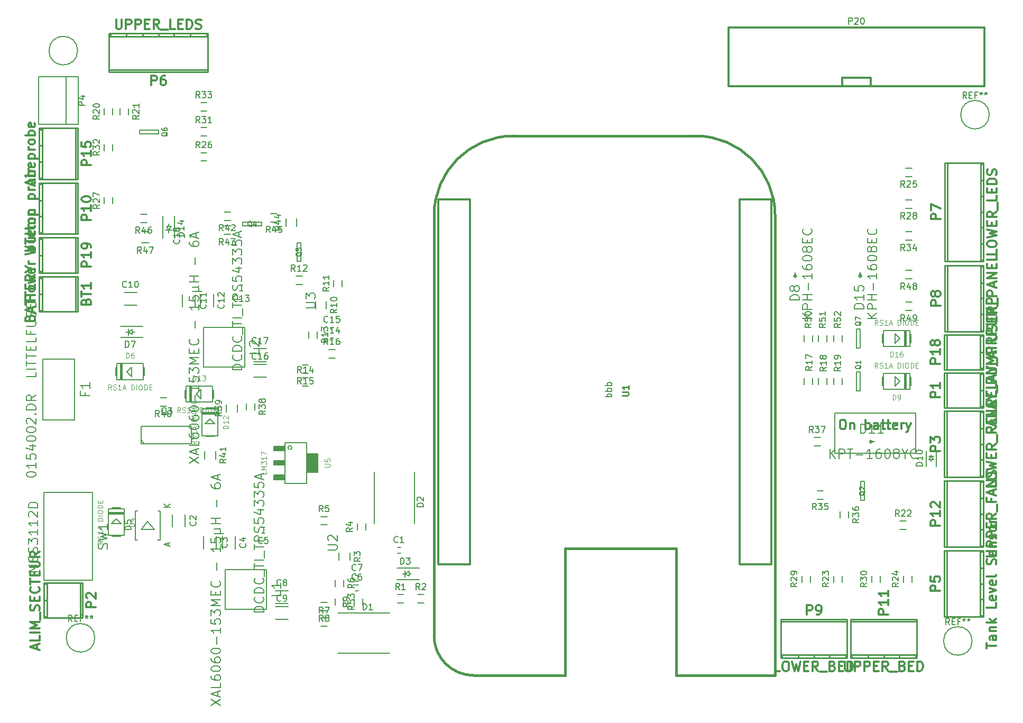
<source format=gto>
%FSLAX46Y46*%
G04 Gerber Fmt 4.6, Leading zero omitted, Abs format (unit mm)*
G04 Created by KiCad (PCBNEW (2014-jul-16 BZR unknown)-product) date Tue 29 Sep 2015 04:30:32 PM CEST*
%MOMM*%
G01*
G04 APERTURE LIST*
%ADD10C,0.100000*%
%ADD11C,0.200000*%
%ADD12C,0.300000*%
%ADD13C,0.150000*%
%ADD14C,0.127000*%
%ADD15C,0.304800*%
%ADD16C,0.381000*%
%ADD17C,0.254000*%
%ADD18C,0.299720*%
%ADD19C,0.076200*%
%ADD20C,0.203200*%
G04 APERTURE END LIST*
D10*
D11*
X189773000Y-105984000D02*
X189773000Y-103444000D01*
X202727000Y-105984000D02*
X189773000Y-105984000D01*
X202727000Y-99507000D02*
X202727000Y-105984000D01*
X189773000Y-99507000D02*
X202727000Y-99507000D01*
X189773000Y-103444000D02*
X189773000Y-99507000D01*
D12*
X190964286Y-100590571D02*
X191250000Y-100590571D01*
X191392858Y-100662000D01*
X191535715Y-100804857D01*
X191607143Y-101090571D01*
X191607143Y-101590571D01*
X191535715Y-101876286D01*
X191392858Y-102019143D01*
X191250000Y-102090571D01*
X190964286Y-102090571D01*
X190821429Y-102019143D01*
X190678572Y-101876286D01*
X190607143Y-101590571D01*
X190607143Y-101090571D01*
X190678572Y-100804857D01*
X190821429Y-100662000D01*
X190964286Y-100590571D01*
X192250001Y-101090571D02*
X192250001Y-102090571D01*
X192250001Y-101233429D02*
X192321429Y-101162000D01*
X192464287Y-101090571D01*
X192678572Y-101090571D01*
X192821429Y-101162000D01*
X192892858Y-101304857D01*
X192892858Y-102090571D01*
X194750001Y-102090571D02*
X194750001Y-100590571D01*
X194750001Y-101162000D02*
X194892858Y-101090571D01*
X195178572Y-101090571D01*
X195321429Y-101162000D01*
X195392858Y-101233429D01*
X195464287Y-101376286D01*
X195464287Y-101804857D01*
X195392858Y-101947714D01*
X195321429Y-102019143D01*
X195178572Y-102090571D01*
X194892858Y-102090571D01*
X194750001Y-102019143D01*
X196750001Y-102090571D02*
X196750001Y-101304857D01*
X196678572Y-101162000D01*
X196535715Y-101090571D01*
X196250001Y-101090571D01*
X196107144Y-101162000D01*
X196750001Y-102019143D02*
X196607144Y-102090571D01*
X196250001Y-102090571D01*
X196107144Y-102019143D01*
X196035715Y-101876286D01*
X196035715Y-101733429D01*
X196107144Y-101590571D01*
X196250001Y-101519143D01*
X196607144Y-101519143D01*
X196750001Y-101447714D01*
X197250001Y-101090571D02*
X197821430Y-101090571D01*
X197464287Y-100590571D02*
X197464287Y-101876286D01*
X197535715Y-102019143D01*
X197678573Y-102090571D01*
X197821430Y-102090571D01*
X198107144Y-101090571D02*
X198678573Y-101090571D01*
X198321430Y-100590571D02*
X198321430Y-101876286D01*
X198392858Y-102019143D01*
X198535716Y-102090571D01*
X198678573Y-102090571D01*
X199750001Y-102019143D02*
X199607144Y-102090571D01*
X199321430Y-102090571D01*
X199178573Y-102019143D01*
X199107144Y-101876286D01*
X199107144Y-101304857D01*
X199178573Y-101162000D01*
X199321430Y-101090571D01*
X199607144Y-101090571D01*
X199750001Y-101162000D01*
X199821430Y-101304857D01*
X199821430Y-101447714D01*
X199107144Y-101590571D01*
X200464287Y-102090571D02*
X200464287Y-101090571D01*
X200464287Y-101376286D02*
X200535715Y-101233429D01*
X200607144Y-101162000D01*
X200750001Y-101090571D01*
X200892858Y-101090571D01*
X201250001Y-101090571D02*
X201607144Y-102090571D01*
X201964286Y-101090571D02*
X201607144Y-102090571D01*
X201464286Y-102447714D01*
X201392858Y-102519143D01*
X201250001Y-102590571D01*
D13*
X120250000Y-121025000D02*
X119750000Y-121025000D01*
X119750000Y-121975000D02*
X120250000Y-121975000D01*
X90775000Y-121250000D02*
X90775000Y-119250000D01*
X88725000Y-119250000D02*
X88725000Y-121250000D01*
X98000000Y-118725000D02*
X98500000Y-118725000D01*
X98500000Y-117775000D02*
X98000000Y-117775000D01*
X113500000Y-127025000D02*
X113000000Y-127025000D01*
X113000000Y-127975000D02*
X113500000Y-127975000D01*
X113500000Y-125525000D02*
X113000000Y-125525000D01*
X113000000Y-126475000D02*
X113500000Y-126475000D01*
X102250000Y-127975000D02*
X100250000Y-127975000D01*
X100250000Y-130025000D02*
X102250000Y-130025000D01*
X102250000Y-130475000D02*
X100250000Y-130475000D01*
X100250000Y-132525000D02*
X102250000Y-132525000D01*
X87385000Y-82530000D02*
X87385000Y-80530000D01*
X85335000Y-80530000D02*
X85335000Y-82530000D01*
X90275000Y-82500000D02*
X90275000Y-80500000D01*
X88225000Y-80500000D02*
X88225000Y-82500000D01*
X98750000Y-91725000D02*
X96750000Y-91725000D01*
X96750000Y-93775000D02*
X98750000Y-93775000D01*
X98750000Y-89225000D02*
X96750000Y-89225000D01*
X96750000Y-91275000D02*
X98750000Y-91275000D01*
X85650000Y-70875000D02*
X85650000Y-71375000D01*
X86600000Y-71375000D02*
X86600000Y-70875000D01*
X118500000Y-137950000D02*
X110200000Y-137950000D01*
X110200000Y-131550000D02*
X118500000Y-131550000D01*
X116050000Y-117250000D02*
X116050000Y-108950000D01*
X122450000Y-108950000D02*
X122450000Y-117250000D01*
X121607500Y-125250000D02*
X121988500Y-125250000D01*
X120591500Y-125250000D02*
X120972500Y-125250000D01*
X120972500Y-125250000D02*
X121607500Y-125631000D01*
X121607500Y-125631000D02*
X121607500Y-124869000D01*
X121607500Y-124869000D02*
X120972500Y-125250000D01*
X120972500Y-125758000D02*
X120972500Y-124742000D01*
X123250000Y-124350000D02*
X119710000Y-124350000D01*
X123250000Y-126150000D02*
X119710000Y-126150000D01*
D14*
X74750000Y-116492000D02*
X75512000Y-117254000D01*
X75512000Y-117254000D02*
X73988000Y-117254000D01*
X73988000Y-117254000D02*
X74750000Y-116492000D01*
X76020000Y-115476000D02*
X73480000Y-115476000D01*
X73480000Y-115730000D02*
X76020000Y-115730000D01*
X76020000Y-115603000D02*
X73480000Y-115603000D01*
X75410400Y-119286000D02*
X75410400Y-119120900D01*
X74089600Y-119286000D02*
X75410400Y-119286000D01*
X74089600Y-119120900D02*
X74089600Y-119286000D01*
X75410400Y-119197100D02*
X74089600Y-119197100D01*
X74089600Y-114802900D02*
X75410400Y-114802900D01*
X75410400Y-114879100D02*
X75410400Y-114714000D01*
X75410400Y-114714000D02*
X74089600Y-114714000D01*
X74089600Y-114714000D02*
X74089600Y-114879100D01*
X76032700Y-114879100D02*
X76032700Y-119120900D01*
X76032700Y-119120900D02*
X73467300Y-119120900D01*
X73467300Y-119120900D02*
X73467300Y-114879100D01*
X73467300Y-114879100D02*
X76032700Y-114879100D01*
D13*
X78810000Y-118110000D02*
X80840000Y-118110000D01*
X80840000Y-118110000D02*
X79770000Y-116890000D01*
X79770000Y-116890000D02*
X78820000Y-118100000D01*
X81550000Y-119806320D02*
X81350200Y-119806320D01*
X81550000Y-115203840D02*
X81401000Y-115203840D01*
X77950000Y-119801240D02*
X78099000Y-119801240D01*
X77950000Y-115198760D02*
X78099000Y-115198760D01*
X81746440Y-115203840D02*
X81548320Y-115203840D01*
X81746440Y-119806320D02*
X81746440Y-115203840D01*
X81746440Y-119806320D02*
X81548320Y-119806320D01*
X77751020Y-119801240D02*
X77949140Y-119801240D01*
X77751020Y-119801240D02*
X77751020Y-115198760D01*
X77751020Y-115198760D02*
X77949140Y-115198760D01*
D14*
X76432000Y-92880000D02*
X77194000Y-92118000D01*
X77194000Y-92118000D02*
X77194000Y-93642000D01*
X77194000Y-93642000D02*
X76432000Y-92880000D01*
X75416000Y-91610000D02*
X75416000Y-94150000D01*
X75670000Y-94150000D02*
X75670000Y-91610000D01*
X75543000Y-91610000D02*
X75543000Y-94150000D01*
X79226000Y-92219600D02*
X79060900Y-92219600D01*
X79226000Y-93540400D02*
X79226000Y-92219600D01*
X79060900Y-93540400D02*
X79226000Y-93540400D01*
X79137100Y-92219600D02*
X79137100Y-93540400D01*
X74742900Y-93540400D02*
X74742900Y-92219600D01*
X74819100Y-92219600D02*
X74654000Y-92219600D01*
X74654000Y-92219600D02*
X74654000Y-93540400D01*
X74654000Y-93540400D02*
X74819100Y-93540400D01*
X74819100Y-91597300D02*
X79060900Y-91597300D01*
X79060900Y-91597300D02*
X79060900Y-94162700D01*
X79060900Y-94162700D02*
X74819100Y-94162700D01*
X74819100Y-94162700D02*
X74819100Y-91597300D01*
D13*
X77297500Y-86530000D02*
X77678500Y-86530000D01*
X76281500Y-86530000D02*
X76662500Y-86530000D01*
X76662500Y-86530000D02*
X77297500Y-86911000D01*
X77297500Y-86911000D02*
X77297500Y-86149000D01*
X77297500Y-86149000D02*
X76662500Y-86530000D01*
X76662500Y-87038000D02*
X76662500Y-86022000D01*
X78940000Y-85630000D02*
X75400000Y-85630000D01*
X78940000Y-87430000D02*
X75400000Y-87430000D01*
X183210000Y-77666000D02*
X183710000Y-77666000D01*
X183710000Y-77666000D02*
X183460000Y-77136000D01*
X183460000Y-77136000D02*
X183210000Y-77666000D01*
X183470000Y-77846000D02*
X183470000Y-76966000D01*
D14*
X200179000Y-94459000D02*
X199417000Y-95221000D01*
X199417000Y-95221000D02*
X199417000Y-93697000D01*
X199417000Y-93697000D02*
X200179000Y-94459000D01*
X201195000Y-95729000D02*
X201195000Y-93189000D01*
X200941000Y-93189000D02*
X200941000Y-95729000D01*
X201068000Y-95729000D02*
X201068000Y-93189000D01*
X197385000Y-95119400D02*
X197550100Y-95119400D01*
X197385000Y-93798600D02*
X197385000Y-95119400D01*
X197550100Y-93798600D02*
X197385000Y-93798600D01*
X197473900Y-95119400D02*
X197473900Y-93798600D01*
X201868100Y-93798600D02*
X201868100Y-95119400D01*
X201791900Y-95119400D02*
X201957000Y-95119400D01*
X201957000Y-95119400D02*
X201957000Y-93798600D01*
X201957000Y-93798600D02*
X201791900Y-93798600D01*
X201791900Y-95741700D02*
X197550100Y-95741700D01*
X197550100Y-95741700D02*
X197550100Y-93176300D01*
X197550100Y-93176300D02*
X201791900Y-93176300D01*
X201791900Y-93176300D02*
X201791900Y-95741700D01*
D13*
X205250000Y-106990000D02*
X205250000Y-107240000D01*
X205250000Y-106490000D02*
X205250000Y-106240000D01*
X205250000Y-106490000D02*
X204900000Y-106990000D01*
X204900000Y-106990000D02*
X205600000Y-106990000D01*
X205600000Y-106990000D02*
X205250000Y-106490000D01*
X204900000Y-106490000D02*
X205600000Y-106490000D01*
X206050000Y-108050000D02*
X206050000Y-105650000D01*
X204450000Y-108050000D02*
X204450000Y-105650000D01*
X195492000Y-103829000D02*
X195492000Y-104329000D01*
X195492000Y-104329000D02*
X196022000Y-104079000D01*
X196022000Y-104079000D02*
X195492000Y-103829000D01*
X195312000Y-104089000D02*
X196192000Y-104089000D01*
D14*
X89750000Y-100492000D02*
X90512000Y-101254000D01*
X90512000Y-101254000D02*
X88988000Y-101254000D01*
X88988000Y-101254000D02*
X89750000Y-100492000D01*
X91020000Y-99476000D02*
X88480000Y-99476000D01*
X88480000Y-99730000D02*
X91020000Y-99730000D01*
X91020000Y-99603000D02*
X88480000Y-99603000D01*
X90410400Y-103286000D02*
X90410400Y-103120900D01*
X89089600Y-103286000D02*
X90410400Y-103286000D01*
X89089600Y-103120900D02*
X89089600Y-103286000D01*
X90410400Y-103197100D02*
X89089600Y-103197100D01*
X89089600Y-98802900D02*
X90410400Y-98802900D01*
X90410400Y-98879100D02*
X90410400Y-98714000D01*
X90410400Y-98714000D02*
X89089600Y-98714000D01*
X89089600Y-98714000D02*
X89089600Y-98879100D01*
X91032700Y-98879100D02*
X91032700Y-103120900D01*
X91032700Y-103120900D02*
X88467300Y-103120900D01*
X88467300Y-103120900D02*
X88467300Y-98879100D01*
X88467300Y-98879100D02*
X91032700Y-98879100D01*
X87492000Y-96500000D02*
X88254000Y-95738000D01*
X88254000Y-95738000D02*
X88254000Y-97262000D01*
X88254000Y-97262000D02*
X87492000Y-96500000D01*
X86476000Y-95230000D02*
X86476000Y-97770000D01*
X86730000Y-97770000D02*
X86730000Y-95230000D01*
X86603000Y-95230000D02*
X86603000Y-97770000D01*
X90286000Y-95839600D02*
X90120900Y-95839600D01*
X90286000Y-97160400D02*
X90286000Y-95839600D01*
X90120900Y-97160400D02*
X90286000Y-97160400D01*
X90197100Y-95839600D02*
X90197100Y-97160400D01*
X85802900Y-97160400D02*
X85802900Y-95839600D01*
X85879100Y-95839600D02*
X85714000Y-95839600D01*
X85714000Y-95839600D02*
X85714000Y-97160400D01*
X85714000Y-97160400D02*
X85879100Y-97160400D01*
X85879100Y-95217300D02*
X90120900Y-95217300D01*
X90120900Y-95217300D02*
X90120900Y-97782700D01*
X90120900Y-97782700D02*
X85879100Y-97782700D01*
X85879100Y-97782700D02*
X85879100Y-95217300D01*
D13*
X83125000Y-69607500D02*
X83125000Y-69226500D01*
X83125000Y-70623500D02*
X83125000Y-70242500D01*
X83125000Y-70242500D02*
X83506000Y-69607500D01*
X83506000Y-69607500D02*
X82744000Y-69607500D01*
X82744000Y-69607500D02*
X83125000Y-70242500D01*
X83633000Y-70242500D02*
X82617000Y-70242500D01*
X82225000Y-67965000D02*
X82225000Y-71505000D01*
X84025000Y-67965000D02*
X84025000Y-71505000D01*
X193585000Y-77649000D02*
X194085000Y-77649000D01*
X194085000Y-77649000D02*
X193835000Y-77119000D01*
X193835000Y-77119000D02*
X193585000Y-77649000D01*
X193845000Y-77829000D02*
X193845000Y-76949000D01*
D14*
X200179000Y-87601000D02*
X199417000Y-88363000D01*
X199417000Y-88363000D02*
X199417000Y-86839000D01*
X199417000Y-86839000D02*
X200179000Y-87601000D01*
X201195000Y-88871000D02*
X201195000Y-86331000D01*
X200941000Y-86331000D02*
X200941000Y-88871000D01*
X201068000Y-88871000D02*
X201068000Y-86331000D01*
X197385000Y-88261400D02*
X197550100Y-88261400D01*
X197385000Y-86940600D02*
X197385000Y-88261400D01*
X197550100Y-86940600D02*
X197385000Y-86940600D01*
X197473900Y-88261400D02*
X197473900Y-86940600D01*
X201868100Y-86940600D02*
X201868100Y-88261400D01*
X201791900Y-88261400D02*
X201957000Y-88261400D01*
X201957000Y-88261400D02*
X201957000Y-86940600D01*
X201957000Y-86940600D02*
X201791900Y-86940600D01*
X201791900Y-88883700D02*
X197550100Y-88883700D01*
X197550100Y-88883700D02*
X197550100Y-86318300D01*
X197550100Y-86318300D02*
X201791900Y-86318300D01*
X201791900Y-86318300D02*
X201791900Y-88883700D01*
D13*
X68020000Y-90880000D02*
X62980000Y-90880000D01*
X62980000Y-90880000D02*
X62980000Y-100620000D01*
X62980000Y-100620000D02*
X68020000Y-100620000D01*
X68020000Y-100620000D02*
X68020000Y-90880000D01*
X98780000Y-124570000D02*
X92220000Y-124570000D01*
X92220000Y-124570000D02*
X92220000Y-130930000D01*
X92220000Y-130930000D02*
X98780000Y-130930000D01*
X98780000Y-130930000D02*
X98780000Y-124570000D01*
X95280000Y-85820000D02*
X88720000Y-85820000D01*
X88720000Y-85820000D02*
X88720000Y-92180000D01*
X88720000Y-92180000D02*
X95280000Y-92180000D01*
X95280000Y-92180000D02*
X95280000Y-85820000D01*
X68640000Y-45650000D02*
X62290000Y-45650000D01*
X68640000Y-53270000D02*
X62290000Y-53270000D01*
X66735000Y-53270000D02*
X66735000Y-45650000D01*
X68640000Y-45650000D02*
X68640000Y-53270000D01*
X62290000Y-53270000D02*
X62290000Y-45650000D01*
X193875000Y-92959000D02*
X193875000Y-95959000D01*
X193875000Y-95959000D02*
X193275000Y-95959000D01*
X193275000Y-95959000D02*
X193275000Y-92959000D01*
X193275000Y-92959000D02*
X193875000Y-92959000D01*
X194510000Y-110485000D02*
X194510000Y-113485000D01*
X194510000Y-113485000D02*
X193910000Y-113485000D01*
X193910000Y-113485000D02*
X193910000Y-110485000D01*
X193910000Y-110485000D02*
X194510000Y-110485000D01*
X78749500Y-103800100D02*
X79249880Y-104399540D01*
X78749500Y-104399540D02*
X86750500Y-104399540D01*
X78749500Y-101600460D02*
X86750500Y-101600460D01*
X78749500Y-101600460D02*
X78749500Y-104399540D01*
X86750500Y-101600460D02*
X86750500Y-104399540D01*
X95000000Y-68950000D02*
X98000000Y-68950000D01*
X98000000Y-68950000D02*
X98000000Y-69550000D01*
X98000000Y-69550000D02*
X95000000Y-69550000D01*
X95000000Y-69550000D02*
X95000000Y-68950000D01*
X103700000Y-75250000D02*
X103700000Y-72250000D01*
X103700000Y-72250000D02*
X104300000Y-72250000D01*
X104300000Y-72250000D02*
X104300000Y-75250000D01*
X104300000Y-75250000D02*
X103700000Y-75250000D01*
X78500000Y-54200000D02*
X81500000Y-54200000D01*
X81500000Y-54200000D02*
X81500000Y-54800000D01*
X81500000Y-54800000D02*
X78500000Y-54800000D01*
X78500000Y-54800000D02*
X78500000Y-54200000D01*
X193875000Y-86101000D02*
X193875000Y-89101000D01*
X193875000Y-89101000D02*
X193275000Y-89101000D01*
X193275000Y-89101000D02*
X193275000Y-86101000D01*
X193275000Y-86101000D02*
X193875000Y-86101000D01*
X120750000Y-129925000D02*
X119750000Y-129925000D01*
X119750000Y-128575000D02*
X120750000Y-128575000D01*
X124000000Y-129925000D02*
X123000000Y-129925000D01*
X123000000Y-128575000D02*
X124000000Y-128575000D01*
X114675000Y-117250000D02*
X114675000Y-118250000D01*
X113325000Y-118250000D02*
X113325000Y-117250000D01*
X108500000Y-117425000D02*
X107500000Y-117425000D01*
X107500000Y-116075000D02*
X108500000Y-116075000D01*
X109825000Y-127250000D02*
X109825000Y-126250000D01*
X111175000Y-126250000D02*
X111175000Y-127250000D01*
X108500000Y-133675000D02*
X107500000Y-133675000D01*
X107500000Y-132325000D02*
X108500000Y-132325000D01*
X107500000Y-129825000D02*
X108500000Y-129825000D01*
X108500000Y-131175000D02*
X107500000Y-131175000D01*
X114175000Y-129250000D02*
X114175000Y-130250000D01*
X112825000Y-130250000D02*
X112825000Y-129250000D01*
X110925000Y-78250000D02*
X110925000Y-79250000D01*
X109575000Y-79250000D02*
X109575000Y-78250000D01*
X104500000Y-78925000D02*
X103500000Y-78925000D01*
X103500000Y-77575000D02*
X104500000Y-77575000D01*
X105575000Y-87500000D02*
X105575000Y-86500000D01*
X106925000Y-86500000D02*
X106925000Y-87500000D01*
X105500000Y-95175000D02*
X104500000Y-95175000D01*
X104500000Y-93825000D02*
X105500000Y-93825000D01*
X104500000Y-91825000D02*
X105500000Y-91825000D01*
X105500000Y-93175000D02*
X104500000Y-93175000D01*
X109750000Y-90675000D02*
X108750000Y-90675000D01*
X108750000Y-89325000D02*
X109750000Y-89325000D01*
X186249000Y-93959000D02*
X186249000Y-94959000D01*
X184899000Y-94959000D02*
X184899000Y-93959000D01*
X187185000Y-94959000D02*
X187185000Y-93959000D01*
X188535000Y-93959000D02*
X188535000Y-94959000D01*
X189598000Y-94959000D02*
X189598000Y-93959000D01*
X190948000Y-93959000D02*
X190948000Y-94959000D01*
X74175000Y-50750000D02*
X74175000Y-51750000D01*
X72825000Y-51750000D02*
X72825000Y-50750000D01*
X75325000Y-51750000D02*
X75325000Y-50750000D01*
X76675000Y-50750000D02*
X76675000Y-51750000D01*
X201250000Y-118175000D02*
X200250000Y-118175000D01*
X200250000Y-116825000D02*
X201250000Y-116825000D01*
X190948000Y-125582000D02*
X190948000Y-126582000D01*
X189598000Y-126582000D02*
X189598000Y-125582000D01*
X202124000Y-125582000D02*
X202124000Y-126582000D01*
X200774000Y-126582000D02*
X200774000Y-125582000D01*
X201139500Y-60319500D02*
X202139500Y-60319500D01*
X202139500Y-61669500D02*
X201139500Y-61669500D01*
X89250000Y-59175000D02*
X88250000Y-59175000D01*
X88250000Y-57825000D02*
X89250000Y-57825000D01*
X74175000Y-65000000D02*
X74175000Y-66000000D01*
X72825000Y-66000000D02*
X72825000Y-65000000D01*
X201139500Y-65399500D02*
X202139500Y-65399500D01*
X202139500Y-66749500D02*
X201139500Y-66749500D01*
X185868000Y-125582000D02*
X185868000Y-126582000D01*
X184518000Y-126582000D02*
X184518000Y-125582000D01*
X197044000Y-125582000D02*
X197044000Y-126582000D01*
X195694000Y-126582000D02*
X195694000Y-125582000D01*
X89250000Y-55175000D02*
X88250000Y-55175000D01*
X88250000Y-53825000D02*
X89250000Y-53825000D01*
X74175000Y-56500000D02*
X74175000Y-57500000D01*
X72825000Y-57500000D02*
X72825000Y-56500000D01*
X89250000Y-51175000D02*
X88250000Y-51175000D01*
X88250000Y-49825000D02*
X89250000Y-49825000D01*
X201139500Y-70479500D02*
X202139500Y-70479500D01*
X202139500Y-71829500D02*
X201139500Y-71829500D01*
X186979000Y-111945000D02*
X187979000Y-111945000D01*
X187979000Y-113295000D02*
X186979000Y-113295000D01*
X190614000Y-116295000D02*
X190614000Y-115295000D01*
X191964000Y-115295000D02*
X191964000Y-116295000D01*
X187479000Y-104754000D02*
X186479000Y-104754000D01*
X186479000Y-103404000D02*
X187479000Y-103404000D01*
X95575000Y-99000000D02*
X95575000Y-98000000D01*
X96925000Y-98000000D02*
X96925000Y-99000000D01*
X81750000Y-97075000D02*
X82750000Y-97075000D01*
X82750000Y-98425000D02*
X81750000Y-98425000D01*
X92000000Y-67325000D02*
X93000000Y-67325000D01*
X93000000Y-68675000D02*
X92000000Y-68675000D01*
X92000000Y-69575000D02*
X93000000Y-69575000D01*
X93000000Y-70925000D02*
X92000000Y-70925000D01*
X99500000Y-67575000D02*
X100500000Y-67575000D01*
X100500000Y-68925000D02*
X99500000Y-68925000D01*
X78625000Y-67700000D02*
X79625000Y-67700000D01*
X79625000Y-69050000D02*
X78625000Y-69050000D01*
X201139500Y-76702500D02*
X202139500Y-76702500D01*
X202139500Y-78052500D02*
X201139500Y-78052500D01*
X201139500Y-81782500D02*
X202139500Y-81782500D01*
X202139500Y-83132500D02*
X201139500Y-83132500D01*
X186249000Y-87101000D02*
X186249000Y-88101000D01*
X184899000Y-88101000D02*
X184899000Y-87101000D01*
X187185000Y-88101000D02*
X187185000Y-87101000D01*
X188535000Y-87101000D02*
X188535000Y-88101000D01*
X189598000Y-88101000D02*
X189598000Y-87101000D01*
X190948000Y-87101000D02*
X190948000Y-88101000D01*
X109825000Y-130250000D02*
X109825000Y-129250000D01*
X111175000Y-129250000D02*
X111175000Y-130250000D01*
X70900000Y-112250000D02*
X63100000Y-112250000D01*
X63100000Y-112250000D02*
X63100000Y-126250000D01*
X63100000Y-126250000D02*
X70900000Y-126250000D01*
X70900000Y-126250000D02*
X70900000Y-112250000D01*
D15*
X179630400Y-123719800D02*
X174550400Y-123719800D01*
X179630400Y-72919800D02*
X179630400Y-123719800D01*
X174550400Y-72919800D02*
X174550400Y-123719800D01*
D12*
X174550400Y-72919800D02*
X174550400Y-65299800D01*
X179630400Y-65299800D02*
X179630400Y-72919800D01*
X174550400Y-65299800D02*
X179630400Y-65299800D01*
X126290400Y-65299800D02*
X131370400Y-65299800D01*
X131370400Y-65299800D02*
X131370400Y-72919800D01*
X126290400Y-72919800D02*
X126290400Y-65299800D01*
D15*
X126290400Y-72919800D02*
X126290400Y-123719800D01*
X131370400Y-72919800D02*
X131370400Y-123719800D01*
X131370400Y-123719800D02*
X126290400Y-123719800D01*
D16*
X131980000Y-141512500D02*
X146585000Y-141512500D01*
X131967700Y-141512500D02*
G75*
G02X125617700Y-135162500I0J6350000D01*
G74*
G01*
X125630000Y-135162500D02*
X125630000Y-67852500D01*
X146585000Y-141512500D02*
X146585000Y-121192500D01*
X146585000Y-121192500D02*
X164365000Y-121192500D01*
X167540000Y-55152500D02*
X138330000Y-55152500D01*
X125630000Y-67852500D02*
G75*
G02X138330000Y-55152500I12700000J0D01*
G74*
G01*
X167540000Y-55152500D02*
G75*
G02X180240000Y-67852500I0J-12700000D01*
G74*
G01*
X180240000Y-141512500D02*
X180240000Y-67852500D01*
X164365000Y-141512500D02*
X164365000Y-121192500D01*
X164365000Y-141512500D02*
X180240000Y-141512500D01*
D14*
X106450000Y-108500000D02*
X105750000Y-108500000D01*
X105750000Y-108500000D02*
X105750000Y-106500000D01*
X105750000Y-106500000D02*
X106400000Y-106500000D01*
X106400000Y-106500000D02*
X106400000Y-108400000D01*
X106400000Y-108400000D02*
X105850000Y-108400000D01*
X105850000Y-108400000D02*
X105850000Y-106600000D01*
X105850000Y-106600000D02*
X106300000Y-106600000D01*
X106300000Y-106600000D02*
X106300000Y-108300000D01*
X106300000Y-108300000D02*
X105950000Y-108300000D01*
X105950000Y-108300000D02*
X105950000Y-106700000D01*
X105950000Y-106700000D02*
X106200000Y-106700000D01*
X106200000Y-106700000D02*
X106200000Y-108200000D01*
X106200000Y-108200000D02*
X106050000Y-108200000D01*
X106050000Y-108200000D02*
X106050000Y-106800000D01*
X106050000Y-106800000D02*
X106100000Y-106800000D01*
X106100000Y-106800000D02*
X106100000Y-108100000D01*
X106900000Y-106100000D02*
X106900000Y-108900000D01*
X106900000Y-108900000D02*
X105350000Y-108900000D01*
X105350000Y-108900000D02*
X105350000Y-106100000D01*
X105350000Y-106100000D02*
X106800000Y-106100000D01*
X106800000Y-106100000D02*
X106800000Y-108800000D01*
X106800000Y-108800000D02*
X105450000Y-108800000D01*
X105450000Y-108800000D02*
X105450000Y-106200000D01*
X105450000Y-106200000D02*
X106700000Y-106200000D01*
X106700000Y-106200000D02*
X106700000Y-108700000D01*
X106700000Y-108700000D02*
X105550000Y-108700000D01*
X105550000Y-108700000D02*
X105550000Y-106300000D01*
X105550000Y-106300000D02*
X106600000Y-106300000D01*
X106600000Y-106300000D02*
X106600000Y-108600000D01*
X106600000Y-108600000D02*
X105650000Y-108600000D01*
X105650000Y-108600000D02*
X105650000Y-106400000D01*
X105650000Y-106400000D02*
X106500000Y-106400000D01*
X106500000Y-106400000D02*
X106500000Y-108500000D01*
X101650000Y-109550000D02*
X101650000Y-110050000D01*
X101650000Y-110050000D02*
X100100000Y-110050000D01*
X100100000Y-110050000D02*
X100100000Y-109550000D01*
X100100000Y-109550000D02*
X101550000Y-109550000D01*
X101550000Y-109550000D02*
X101550000Y-109950000D01*
X101550000Y-109950000D02*
X100200000Y-109950000D01*
X100200000Y-109950000D02*
X100200000Y-109650000D01*
X100200000Y-109650000D02*
X101450000Y-109650000D01*
X101450000Y-109650000D02*
X101450000Y-109850000D01*
X101450000Y-109850000D02*
X100300000Y-109850000D01*
X100300000Y-109850000D02*
X100300000Y-109750000D01*
X100300000Y-109750000D02*
X101350000Y-109750000D01*
X101650000Y-107250000D02*
X101650000Y-107750000D01*
X101650000Y-107750000D02*
X100100000Y-107750000D01*
X100100000Y-107750000D02*
X100100000Y-107250000D01*
X100100000Y-107250000D02*
X101550000Y-107250000D01*
X101550000Y-107250000D02*
X101550000Y-107650000D01*
X101550000Y-107650000D02*
X100200000Y-107650000D01*
X100200000Y-107650000D02*
X100200000Y-107350000D01*
X100200000Y-107350000D02*
X101450000Y-107350000D01*
X101450000Y-107350000D02*
X101450000Y-107550000D01*
X101450000Y-107550000D02*
X100300000Y-107550000D01*
X100300000Y-107550000D02*
X100300000Y-107450000D01*
X100300000Y-107450000D02*
X101350000Y-107450000D01*
X101650000Y-104950000D02*
X101650000Y-105450000D01*
X101650000Y-105450000D02*
X100100000Y-105450000D01*
X100100000Y-105450000D02*
X100100000Y-104950000D01*
X100100000Y-104950000D02*
X101550000Y-104950000D01*
X101550000Y-104950000D02*
X101550000Y-105350000D01*
X101550000Y-105350000D02*
X100200000Y-105350000D01*
X100200000Y-105350000D02*
X100200000Y-105050000D01*
X100200000Y-105050000D02*
X101450000Y-105050000D01*
X101450000Y-105050000D02*
X101450000Y-105250000D01*
X101450000Y-105250000D02*
X100300000Y-105250000D01*
X100300000Y-105250000D02*
X100300000Y-105150000D01*
X100300000Y-105150000D02*
X101350000Y-105150000D01*
X100000000Y-105550000D02*
X101750000Y-105550000D01*
X100000000Y-104850000D02*
X100000000Y-105550000D01*
X101750000Y-104850000D02*
X100000000Y-104850000D01*
X100000000Y-110150000D02*
X101750000Y-110150000D01*
X100000000Y-109450000D02*
X100000000Y-110150000D01*
X101750000Y-109450000D02*
X100000000Y-109450000D01*
X101750000Y-107150000D02*
X100000000Y-107150000D01*
X100000000Y-107150000D02*
X100000000Y-107850000D01*
X100000000Y-107850000D02*
X101750000Y-107850000D01*
X105250000Y-109000000D02*
X107000000Y-109000000D01*
X107000000Y-109000000D02*
X107000000Y-106000000D01*
X107000000Y-106000000D02*
X105250000Y-106000000D01*
X102850000Y-105050000D02*
G75*
G03X102850000Y-105050000I-300000J0D01*
G74*
G01*
X105250000Y-104250000D02*
X105250000Y-110750000D01*
X105250000Y-110750000D02*
X101750000Y-110750000D01*
X101750000Y-110750000D02*
X101750000Y-104250000D01*
X101750000Y-104250000D02*
X105250000Y-104250000D01*
D17*
X62899040Y-83299080D02*
X62899040Y-77700920D01*
X62401200Y-77899040D02*
X62899040Y-77899040D01*
X62899040Y-83100960D02*
X62401200Y-83100960D01*
X62401200Y-80500000D02*
X62899040Y-80500000D01*
X68200020Y-77700920D02*
X68200020Y-83299080D01*
X62401200Y-77700920D02*
X62401200Y-83299080D01*
X62401200Y-83299080D02*
X68598800Y-83299080D01*
X68598800Y-83299080D02*
X68598800Y-77700920D01*
X68598800Y-77700920D02*
X62401200Y-77700920D01*
X213066960Y-93056920D02*
X213066960Y-98655080D01*
X213564800Y-98456960D02*
X213066960Y-98456960D01*
X213066960Y-93255040D02*
X213564800Y-93255040D01*
X213564800Y-95856000D02*
X213066960Y-95856000D01*
X207765980Y-98655080D02*
X207765980Y-93056920D01*
X213564800Y-98655080D02*
X213564800Y-93056920D01*
X213564800Y-93056920D02*
X207367200Y-93056920D01*
X207367200Y-93056920D02*
X207367200Y-98655080D01*
X207367200Y-98655080D02*
X213564800Y-98655080D01*
X63649040Y-132299080D02*
X63649040Y-126700920D01*
X63151200Y-126899040D02*
X63649040Y-126899040D01*
X63649040Y-132100960D02*
X63151200Y-132100960D01*
X63151200Y-129500000D02*
X63649040Y-129500000D01*
X68950020Y-126700920D02*
X68950020Y-132299080D01*
X63151200Y-126700920D02*
X63151200Y-132299080D01*
X63151200Y-132299080D02*
X69348800Y-132299080D01*
X69348800Y-132299080D02*
X69348800Y-126700920D01*
X69348800Y-126700920D02*
X63151200Y-126700920D01*
X207367200Y-99191020D02*
X207367200Y-109792980D01*
X207765980Y-109792980D02*
X207765980Y-99191020D01*
X213066960Y-109792980D02*
X213066960Y-99191020D01*
X213564800Y-99191020D02*
X213564800Y-109792980D01*
X213066960Y-101995180D02*
X213564800Y-101995180D01*
X213066960Y-104492000D02*
X213564800Y-104492000D01*
X213564800Y-109589780D02*
X213066960Y-109589780D01*
X213066960Y-99391680D02*
X213564800Y-99391680D01*
X213564800Y-106988820D02*
X213066960Y-106988820D01*
X213564800Y-99193560D02*
X207367200Y-99193560D01*
X207367200Y-109787900D02*
X213564800Y-109787900D01*
X207367200Y-121543020D02*
X207367200Y-132144980D01*
X207765980Y-132144980D02*
X207765980Y-121543020D01*
X213066960Y-132144980D02*
X213066960Y-121543020D01*
X213564800Y-121543020D02*
X213564800Y-132144980D01*
X213066960Y-124347180D02*
X213564800Y-124347180D01*
X213066960Y-126844000D02*
X213564800Y-126844000D01*
X213564800Y-131941780D02*
X213066960Y-131941780D01*
X213066960Y-121743680D02*
X213564800Y-121743680D01*
X213564800Y-129340820D02*
X213066960Y-129340820D01*
X213564800Y-121545560D02*
X207367200Y-121545560D01*
X207367200Y-132139900D02*
X213564800Y-132139900D01*
X73585600Y-44938800D02*
X89384400Y-44938800D01*
X73585600Y-44540020D02*
X89384400Y-44540020D01*
X89384400Y-38741200D02*
X73585600Y-38741200D01*
X73585600Y-39239040D02*
X89384400Y-39239040D01*
X76384680Y-39239040D02*
X76384680Y-38741200D01*
X78985640Y-39239040D02*
X78985640Y-38741200D01*
X81487540Y-39239040D02*
X81487540Y-38741200D01*
X83984360Y-39239040D02*
X83984360Y-38741200D01*
X89181200Y-38741200D02*
X89181200Y-39239040D01*
X73788800Y-39239040D02*
X73788800Y-38741200D01*
X86582780Y-38741200D02*
X86582780Y-39239040D01*
X73590680Y-38741200D02*
X73590680Y-44938800D01*
X89379320Y-44938800D02*
X89379320Y-38741200D01*
X207430700Y-59445100D02*
X207430700Y-75243900D01*
X207829480Y-59445100D02*
X207829480Y-75243900D01*
X213628300Y-75243900D02*
X213628300Y-59445100D01*
X213130460Y-59445100D02*
X213130460Y-75243900D01*
X213130460Y-62244180D02*
X213628300Y-62244180D01*
X213130460Y-64845140D02*
X213628300Y-64845140D01*
X213130460Y-67347040D02*
X213628300Y-67347040D01*
X213130460Y-69843860D02*
X213628300Y-69843860D01*
X213628300Y-75040700D02*
X213130460Y-75040700D01*
X213130460Y-59648300D02*
X213628300Y-59648300D01*
X213628300Y-72442280D02*
X213130460Y-72442280D01*
X213628300Y-59450180D02*
X207430700Y-59450180D01*
X207430700Y-75238820D02*
X213628300Y-75238820D01*
X207430700Y-75886520D02*
X207430700Y-86488480D01*
X207829480Y-86488480D02*
X207829480Y-75886520D01*
X213130460Y-86488480D02*
X213130460Y-75886520D01*
X213628300Y-75886520D02*
X213628300Y-86488480D01*
X213130460Y-78690680D02*
X213628300Y-78690680D01*
X213130460Y-81187500D02*
X213628300Y-81187500D01*
X213628300Y-86285280D02*
X213130460Y-86285280D01*
X213130460Y-76087180D02*
X213628300Y-76087180D01*
X213628300Y-83684320D02*
X213130460Y-83684320D01*
X213628300Y-75889060D02*
X207430700Y-75889060D01*
X207430700Y-86483400D02*
X213628300Y-86483400D01*
X191763980Y-132508200D02*
X181162020Y-132508200D01*
X181162020Y-132906980D02*
X191763980Y-132906980D01*
X181162020Y-138207960D02*
X191763980Y-138207960D01*
X191763980Y-138705800D02*
X181162020Y-138705800D01*
X188959820Y-138207960D02*
X188959820Y-138705800D01*
X186463000Y-138207960D02*
X186463000Y-138705800D01*
X181365220Y-138705800D02*
X181365220Y-138207960D01*
X191563320Y-138207960D02*
X191563320Y-138705800D01*
X183966180Y-138705800D02*
X183966180Y-138207960D01*
X191761440Y-138705800D02*
X191761440Y-132508200D01*
X181167100Y-132508200D02*
X181167100Y-138705800D01*
X68598800Y-70849560D02*
X68598800Y-62650440D01*
X68200020Y-70849560D02*
X68200020Y-62650440D01*
X62899040Y-70849560D02*
X62899040Y-62650440D01*
X62401200Y-62650440D02*
X62401200Y-70849560D01*
X62899040Y-68050480D02*
X62401200Y-68050480D01*
X62401200Y-62851100D02*
X62899040Y-62851100D01*
X62899040Y-70651440D02*
X62401200Y-70651440D01*
X62401200Y-65452060D02*
X62899040Y-65452060D01*
X62401200Y-70849560D02*
X68598800Y-70849560D01*
X68598800Y-62652980D02*
X62401200Y-62652980D01*
X202939980Y-132508200D02*
X192338020Y-132508200D01*
X192338020Y-132906980D02*
X202939980Y-132906980D01*
X192338020Y-138207960D02*
X202939980Y-138207960D01*
X202939980Y-138705800D02*
X192338020Y-138705800D01*
X200135820Y-138207960D02*
X200135820Y-138705800D01*
X197639000Y-138207960D02*
X197639000Y-138705800D01*
X192541220Y-138705800D02*
X192541220Y-138207960D01*
X202739320Y-138207960D02*
X202739320Y-138705800D01*
X195142180Y-138705800D02*
X195142180Y-138207960D01*
X202937440Y-138705800D02*
X202937440Y-132508200D01*
X192343100Y-132508200D02*
X192343100Y-138705800D01*
X207367200Y-110367020D02*
X207367200Y-120968980D01*
X207765980Y-120968980D02*
X207765980Y-110367020D01*
X213066960Y-120968980D02*
X213066960Y-110367020D01*
X213564800Y-110367020D02*
X213564800Y-120968980D01*
X213066960Y-113171180D02*
X213564800Y-113171180D01*
X213066960Y-115668000D02*
X213564800Y-115668000D01*
X213564800Y-120765780D02*
X213066960Y-120765780D01*
X213066960Y-110567680D02*
X213564800Y-110567680D01*
X213564800Y-118164820D02*
X213066960Y-118164820D01*
X213564800Y-110369560D02*
X207367200Y-110369560D01*
X207367200Y-120963900D02*
X213564800Y-120963900D01*
X68598800Y-62099560D02*
X68598800Y-53900440D01*
X68200020Y-62099560D02*
X68200020Y-53900440D01*
X62899040Y-62099560D02*
X62899040Y-53900440D01*
X62401200Y-53900440D02*
X62401200Y-62099560D01*
X62899040Y-59300480D02*
X62401200Y-59300480D01*
X62401200Y-54101100D02*
X62899040Y-54101100D01*
X62899040Y-61901440D02*
X62401200Y-61901440D01*
X62401200Y-56702060D02*
X62899040Y-56702060D01*
X62401200Y-62099560D02*
X68598800Y-62099560D01*
X68598800Y-53902980D02*
X62401200Y-53902980D01*
X213066960Y-86960920D02*
X213066960Y-92559080D01*
X213564800Y-92360960D02*
X213066960Y-92360960D01*
X213066960Y-87159040D02*
X213564800Y-87159040D01*
X213564800Y-89760000D02*
X213066960Y-89760000D01*
X207765980Y-92559080D02*
X207765980Y-86960920D01*
X213564800Y-92559080D02*
X213564800Y-86960920D01*
X213564800Y-86960920D02*
X207367200Y-86960920D01*
X207367200Y-86960920D02*
X207367200Y-92559080D01*
X207367200Y-92559080D02*
X213564800Y-92559080D01*
X62899040Y-77049080D02*
X62899040Y-71450920D01*
X62401200Y-71649040D02*
X62899040Y-71649040D01*
X62899040Y-76850960D02*
X62401200Y-76850960D01*
X62401200Y-74250000D02*
X62899040Y-74250000D01*
X68200020Y-71450920D02*
X68200020Y-77049080D01*
X62401200Y-71450920D02*
X62401200Y-77049080D01*
X62401200Y-77049080D02*
X68598800Y-77049080D01*
X68598800Y-77049080D02*
X68598800Y-71450920D01*
X68598800Y-71450920D02*
X62401200Y-71450920D01*
D13*
X85775000Y-117750000D02*
X85775000Y-115750000D01*
X83725000Y-115750000D02*
X83725000Y-117750000D01*
X93775000Y-121250000D02*
X93775000Y-119250000D01*
X91725000Y-119250000D02*
X91725000Y-121250000D01*
X110375000Y-123100000D02*
X110375000Y-121900000D01*
X112125000Y-121900000D02*
X112125000Y-123100000D01*
D15*
X172750000Y-47200000D02*
X213750000Y-47200000D01*
X213750000Y-37800000D02*
X172750000Y-37800000D01*
X172750000Y-37800000D02*
X172750000Y-47200000D01*
X213750000Y-37800000D02*
X213750000Y-47200000D01*
D18*
X195550000Y-47200000D02*
X195550000Y-45800000D01*
X195550000Y-45800000D02*
X190950000Y-45800000D01*
X190950000Y-45800000D02*
X190950000Y-47200000D01*
D13*
X78000000Y-80225000D02*
X76000000Y-80225000D01*
X76000000Y-82275000D02*
X78000000Y-82275000D01*
X94500000Y-79975000D02*
X95000000Y-79975000D01*
X95000000Y-79025000D02*
X94500000Y-79025000D01*
X109500000Y-85775000D02*
X109000000Y-85775000D01*
X109000000Y-86725000D02*
X109500000Y-86725000D01*
X109500000Y-87525000D02*
X109000000Y-87525000D01*
X109000000Y-88475000D02*
X109500000Y-88475000D01*
X106625000Y-82850000D02*
X106625000Y-81650000D01*
X108375000Y-81650000D02*
X108375000Y-82850000D01*
X78775000Y-70500000D02*
X79975000Y-70500000D01*
X79975000Y-72250000D02*
X78775000Y-72250000D01*
X68536000Y-41500000D02*
G75*
G03X68536000Y-41500000I-2286000J0D01*
G74*
G01*
X211786000Y-136000000D02*
G75*
G03X211786000Y-136000000I-2286000J0D01*
G74*
G01*
X71286000Y-135500000D02*
G75*
G03X71286000Y-135500000I-2286000J0D01*
G74*
G01*
X214536000Y-51750000D02*
G75*
G03X214536000Y-51750000I-2286000J0D01*
G74*
G01*
X88875000Y-106850000D02*
X88875000Y-105650000D01*
X90625000Y-105650000D02*
X90625000Y-106850000D01*
X103625000Y-68400000D02*
X103625000Y-69600000D01*
X101875000Y-69600000D02*
X101875000Y-68400000D01*
X94125000Y-98150000D02*
X94125000Y-99350000D01*
X92375000Y-99350000D02*
X92375000Y-98150000D01*
X119833334Y-120157143D02*
X119785715Y-120204762D01*
X119642858Y-120252381D01*
X119547620Y-120252381D01*
X119404762Y-120204762D01*
X119309524Y-120109524D01*
X119261905Y-120014286D01*
X119214286Y-119823810D01*
X119214286Y-119680952D01*
X119261905Y-119490476D01*
X119309524Y-119395238D01*
X119404762Y-119300000D01*
X119547620Y-119252381D01*
X119642858Y-119252381D01*
X119785715Y-119300000D01*
X119833334Y-119347619D01*
X120785715Y-120252381D02*
X120214286Y-120252381D01*
X120500000Y-120252381D02*
X120500000Y-119252381D01*
X120404762Y-119395238D01*
X120309524Y-119490476D01*
X120214286Y-119538095D01*
X92407143Y-120416666D02*
X92454762Y-120464285D01*
X92502381Y-120607142D01*
X92502381Y-120702380D01*
X92454762Y-120845238D01*
X92359524Y-120940476D01*
X92264286Y-120988095D01*
X92073810Y-121035714D01*
X91930952Y-121035714D01*
X91740476Y-120988095D01*
X91645238Y-120940476D01*
X91550000Y-120845238D01*
X91502381Y-120702380D01*
X91502381Y-120607142D01*
X91550000Y-120464285D01*
X91597619Y-120416666D01*
X91502381Y-120083333D02*
X91502381Y-119464285D01*
X91883333Y-119797619D01*
X91883333Y-119654761D01*
X91930952Y-119559523D01*
X91978571Y-119511904D01*
X92073810Y-119464285D01*
X92311905Y-119464285D01*
X92407143Y-119511904D01*
X92454762Y-119559523D01*
X92502381Y-119654761D01*
X92502381Y-119940476D01*
X92454762Y-120035714D01*
X92407143Y-120083333D01*
X98083334Y-120307143D02*
X98035715Y-120354762D01*
X97892858Y-120402381D01*
X97797620Y-120402381D01*
X97654762Y-120354762D01*
X97559524Y-120259524D01*
X97511905Y-120164286D01*
X97464286Y-119973810D01*
X97464286Y-119830952D01*
X97511905Y-119640476D01*
X97559524Y-119545238D01*
X97654762Y-119450000D01*
X97797620Y-119402381D01*
X97892858Y-119402381D01*
X98035715Y-119450000D01*
X98083334Y-119497619D01*
X98988096Y-119402381D02*
X98511905Y-119402381D01*
X98464286Y-119878571D01*
X98511905Y-119830952D01*
X98607143Y-119783333D01*
X98845239Y-119783333D01*
X98940477Y-119830952D01*
X98988096Y-119878571D01*
X99035715Y-119973810D01*
X99035715Y-120211905D01*
X98988096Y-120307143D01*
X98940477Y-120354762D01*
X98845239Y-120402381D01*
X98607143Y-120402381D01*
X98511905Y-120354762D01*
X98464286Y-120307143D01*
X113083334Y-126157143D02*
X113035715Y-126204762D01*
X112892858Y-126252381D01*
X112797620Y-126252381D01*
X112654762Y-126204762D01*
X112559524Y-126109524D01*
X112511905Y-126014286D01*
X112464286Y-125823810D01*
X112464286Y-125680952D01*
X112511905Y-125490476D01*
X112559524Y-125395238D01*
X112654762Y-125300000D01*
X112797620Y-125252381D01*
X112892858Y-125252381D01*
X113035715Y-125300000D01*
X113083334Y-125347619D01*
X113940477Y-125252381D02*
X113750000Y-125252381D01*
X113654762Y-125300000D01*
X113607143Y-125347619D01*
X113511905Y-125490476D01*
X113464286Y-125680952D01*
X113464286Y-126061905D01*
X113511905Y-126157143D01*
X113559524Y-126204762D01*
X113654762Y-126252381D01*
X113845239Y-126252381D01*
X113940477Y-126204762D01*
X113988096Y-126157143D01*
X114035715Y-126061905D01*
X114035715Y-125823810D01*
X113988096Y-125728571D01*
X113940477Y-125680952D01*
X113845239Y-125633333D01*
X113654762Y-125633333D01*
X113559524Y-125680952D01*
X113511905Y-125728571D01*
X113464286Y-125823810D01*
X113083334Y-124657143D02*
X113035715Y-124704762D01*
X112892858Y-124752381D01*
X112797620Y-124752381D01*
X112654762Y-124704762D01*
X112559524Y-124609524D01*
X112511905Y-124514286D01*
X112464286Y-124323810D01*
X112464286Y-124180952D01*
X112511905Y-123990476D01*
X112559524Y-123895238D01*
X112654762Y-123800000D01*
X112797620Y-123752381D01*
X112892858Y-123752381D01*
X113035715Y-123800000D01*
X113083334Y-123847619D01*
X113416667Y-123752381D02*
X114083334Y-123752381D01*
X113654762Y-124752381D01*
X101083334Y-127057143D02*
X101035715Y-127104762D01*
X100892858Y-127152381D01*
X100797620Y-127152381D01*
X100654762Y-127104762D01*
X100559524Y-127009524D01*
X100511905Y-126914286D01*
X100464286Y-126723810D01*
X100464286Y-126580952D01*
X100511905Y-126390476D01*
X100559524Y-126295238D01*
X100654762Y-126200000D01*
X100797620Y-126152381D01*
X100892858Y-126152381D01*
X101035715Y-126200000D01*
X101083334Y-126247619D01*
X101654762Y-126580952D02*
X101559524Y-126533333D01*
X101511905Y-126485714D01*
X101464286Y-126390476D01*
X101464286Y-126342857D01*
X101511905Y-126247619D01*
X101559524Y-126200000D01*
X101654762Y-126152381D01*
X101845239Y-126152381D01*
X101940477Y-126200000D01*
X101988096Y-126247619D01*
X102035715Y-126342857D01*
X102035715Y-126390476D01*
X101988096Y-126485714D01*
X101940477Y-126533333D01*
X101845239Y-126580952D01*
X101654762Y-126580952D01*
X101559524Y-126628571D01*
X101511905Y-126676190D01*
X101464286Y-126771429D01*
X101464286Y-126961905D01*
X101511905Y-127057143D01*
X101559524Y-127104762D01*
X101654762Y-127152381D01*
X101845239Y-127152381D01*
X101940477Y-127104762D01*
X101988096Y-127057143D01*
X102035715Y-126961905D01*
X102035715Y-126771429D01*
X101988096Y-126676190D01*
X101940477Y-126628571D01*
X101845239Y-126580952D01*
X101083334Y-129557143D02*
X101035715Y-129604762D01*
X100892858Y-129652381D01*
X100797620Y-129652381D01*
X100654762Y-129604762D01*
X100559524Y-129509524D01*
X100511905Y-129414286D01*
X100464286Y-129223810D01*
X100464286Y-129080952D01*
X100511905Y-128890476D01*
X100559524Y-128795238D01*
X100654762Y-128700000D01*
X100797620Y-128652381D01*
X100892858Y-128652381D01*
X101035715Y-128700000D01*
X101083334Y-128747619D01*
X101559524Y-129652381D02*
X101750000Y-129652381D01*
X101845239Y-129604762D01*
X101892858Y-129557143D01*
X101988096Y-129414286D01*
X102035715Y-129223810D01*
X102035715Y-128842857D01*
X101988096Y-128747619D01*
X101940477Y-128700000D01*
X101845239Y-128652381D01*
X101654762Y-128652381D01*
X101559524Y-128700000D01*
X101511905Y-128747619D01*
X101464286Y-128842857D01*
X101464286Y-129080952D01*
X101511905Y-129176190D01*
X101559524Y-129223810D01*
X101654762Y-129271429D01*
X101845239Y-129271429D01*
X101940477Y-129223810D01*
X101988096Y-129176190D01*
X102035715Y-129080952D01*
X89017143Y-82172857D02*
X89064762Y-82220476D01*
X89112381Y-82363333D01*
X89112381Y-82458571D01*
X89064762Y-82601429D01*
X88969524Y-82696667D01*
X88874286Y-82744286D01*
X88683810Y-82791905D01*
X88540952Y-82791905D01*
X88350476Y-82744286D01*
X88255238Y-82696667D01*
X88160000Y-82601429D01*
X88112381Y-82458571D01*
X88112381Y-82363333D01*
X88160000Y-82220476D01*
X88207619Y-82172857D01*
X89112381Y-81220476D02*
X89112381Y-81791905D01*
X89112381Y-81506191D02*
X88112381Y-81506191D01*
X88255238Y-81601429D01*
X88350476Y-81696667D01*
X88398095Y-81791905D01*
X89112381Y-80268095D02*
X89112381Y-80839524D01*
X89112381Y-80553810D02*
X88112381Y-80553810D01*
X88255238Y-80649048D01*
X88350476Y-80744286D01*
X88398095Y-80839524D01*
X91907143Y-82142857D02*
X91954762Y-82190476D01*
X92002381Y-82333333D01*
X92002381Y-82428571D01*
X91954762Y-82571429D01*
X91859524Y-82666667D01*
X91764286Y-82714286D01*
X91573810Y-82761905D01*
X91430952Y-82761905D01*
X91240476Y-82714286D01*
X91145238Y-82666667D01*
X91050000Y-82571429D01*
X91002381Y-82428571D01*
X91002381Y-82333333D01*
X91050000Y-82190476D01*
X91097619Y-82142857D01*
X92002381Y-81190476D02*
X92002381Y-81761905D01*
X92002381Y-81476191D02*
X91002381Y-81476191D01*
X91145238Y-81571429D01*
X91240476Y-81666667D01*
X91288095Y-81761905D01*
X91097619Y-80809524D02*
X91050000Y-80761905D01*
X91002381Y-80666667D01*
X91002381Y-80428571D01*
X91050000Y-80333333D01*
X91097619Y-80285714D01*
X91192857Y-80238095D01*
X91288095Y-80238095D01*
X91430952Y-80285714D01*
X92002381Y-80857143D01*
X92002381Y-80238095D01*
X97107143Y-90807143D02*
X97059524Y-90854762D01*
X96916667Y-90902381D01*
X96821429Y-90902381D01*
X96678571Y-90854762D01*
X96583333Y-90759524D01*
X96535714Y-90664286D01*
X96488095Y-90473810D01*
X96488095Y-90330952D01*
X96535714Y-90140476D01*
X96583333Y-90045238D01*
X96678571Y-89950000D01*
X96821429Y-89902381D01*
X96916667Y-89902381D01*
X97059524Y-89950000D01*
X97107143Y-89997619D01*
X98059524Y-90902381D02*
X97488095Y-90902381D01*
X97773809Y-90902381D02*
X97773809Y-89902381D01*
X97678571Y-90045238D01*
X97583333Y-90140476D01*
X97488095Y-90188095D01*
X98916667Y-89902381D02*
X98726190Y-89902381D01*
X98630952Y-89950000D01*
X98583333Y-89997619D01*
X98488095Y-90140476D01*
X98440476Y-90330952D01*
X98440476Y-90711905D01*
X98488095Y-90807143D01*
X98535714Y-90854762D01*
X98630952Y-90902381D01*
X98821429Y-90902381D01*
X98916667Y-90854762D01*
X98964286Y-90807143D01*
X99011905Y-90711905D01*
X99011905Y-90473810D01*
X98964286Y-90378571D01*
X98916667Y-90330952D01*
X98821429Y-90283333D01*
X98630952Y-90283333D01*
X98535714Y-90330952D01*
X98488095Y-90378571D01*
X98440476Y-90473810D01*
X97107143Y-88307143D02*
X97059524Y-88354762D01*
X96916667Y-88402381D01*
X96821429Y-88402381D01*
X96678571Y-88354762D01*
X96583333Y-88259524D01*
X96535714Y-88164286D01*
X96488095Y-87973810D01*
X96488095Y-87830952D01*
X96535714Y-87640476D01*
X96583333Y-87545238D01*
X96678571Y-87450000D01*
X96821429Y-87402381D01*
X96916667Y-87402381D01*
X97059524Y-87450000D01*
X97107143Y-87497619D01*
X98059524Y-88402381D02*
X97488095Y-88402381D01*
X97773809Y-88402381D02*
X97773809Y-87402381D01*
X97678571Y-87545238D01*
X97583333Y-87640476D01*
X97488095Y-87688095D01*
X98392857Y-87402381D02*
X99059524Y-87402381D01*
X98630952Y-88402381D01*
X84782143Y-71767857D02*
X84829762Y-71815476D01*
X84877381Y-71958333D01*
X84877381Y-72053571D01*
X84829762Y-72196429D01*
X84734524Y-72291667D01*
X84639286Y-72339286D01*
X84448810Y-72386905D01*
X84305952Y-72386905D01*
X84115476Y-72339286D01*
X84020238Y-72291667D01*
X83925000Y-72196429D01*
X83877381Y-72053571D01*
X83877381Y-71958333D01*
X83925000Y-71815476D01*
X83972619Y-71767857D01*
X84877381Y-70815476D02*
X84877381Y-71386905D01*
X84877381Y-71101191D02*
X83877381Y-71101191D01*
X84020238Y-71196429D01*
X84115476Y-71291667D01*
X84163095Y-71386905D01*
X84305952Y-70244048D02*
X84258333Y-70339286D01*
X84210714Y-70386905D01*
X84115476Y-70434524D01*
X84067857Y-70434524D01*
X83972619Y-70386905D01*
X83925000Y-70339286D01*
X83877381Y-70244048D01*
X83877381Y-70053571D01*
X83925000Y-69958333D01*
X83972619Y-69910714D01*
X84067857Y-69863095D01*
X84115476Y-69863095D01*
X84210714Y-69910714D01*
X84258333Y-69958333D01*
X84305952Y-70053571D01*
X84305952Y-70244048D01*
X84353571Y-70339286D01*
X84401190Y-70386905D01*
X84496429Y-70434524D01*
X84686905Y-70434524D01*
X84782143Y-70386905D01*
X84829762Y-70339286D01*
X84877381Y-70244048D01*
X84877381Y-70053571D01*
X84829762Y-69958333D01*
X84782143Y-69910714D01*
X84686905Y-69863095D01*
X84496429Y-69863095D01*
X84401190Y-69910714D01*
X84353571Y-69958333D01*
X84305952Y-70053571D01*
X114261905Y-131002381D02*
X114261905Y-130002381D01*
X114500000Y-130002381D01*
X114642858Y-130050000D01*
X114738096Y-130145238D01*
X114785715Y-130240476D01*
X114833334Y-130430952D01*
X114833334Y-130573810D01*
X114785715Y-130764286D01*
X114738096Y-130859524D01*
X114642858Y-130954762D01*
X114500000Y-131002381D01*
X114261905Y-131002381D01*
X115785715Y-131002381D02*
X115214286Y-131002381D01*
X115500000Y-131002381D02*
X115500000Y-130002381D01*
X115404762Y-130145238D01*
X115309524Y-130240476D01*
X115214286Y-130288095D01*
X123902381Y-114488095D02*
X122902381Y-114488095D01*
X122902381Y-114250000D01*
X122950000Y-114107142D01*
X123045238Y-114011904D01*
X123140476Y-113964285D01*
X123330952Y-113916666D01*
X123473810Y-113916666D01*
X123664286Y-113964285D01*
X123759524Y-114011904D01*
X123854762Y-114107142D01*
X123902381Y-114250000D01*
X123902381Y-114488095D01*
X122997619Y-113535714D02*
X122950000Y-113488095D01*
X122902381Y-113392857D01*
X122902381Y-113154761D01*
X122950000Y-113059523D01*
X122997619Y-113011904D01*
X123092857Y-112964285D01*
X123188095Y-112964285D01*
X123330952Y-113011904D01*
X123902381Y-113583333D01*
X123902381Y-112964285D01*
X120261905Y-123702381D02*
X120261905Y-122702381D01*
X120500000Y-122702381D01*
X120642858Y-122750000D01*
X120738096Y-122845238D01*
X120785715Y-122940476D01*
X120833334Y-123130952D01*
X120833334Y-123273810D01*
X120785715Y-123464286D01*
X120738096Y-123559524D01*
X120642858Y-123654762D01*
X120500000Y-123702381D01*
X120261905Y-123702381D01*
X121166667Y-122702381D02*
X121785715Y-122702381D01*
X121452381Y-123083333D01*
X121595239Y-123083333D01*
X121690477Y-123130952D01*
X121738096Y-123178571D01*
X121785715Y-123273810D01*
X121785715Y-123511905D01*
X121738096Y-123607143D01*
X121690477Y-123654762D01*
X121595239Y-123702381D01*
X121309524Y-123702381D01*
X121214286Y-123654762D01*
X121166667Y-123607143D01*
D19*
X77657695Y-117599923D02*
X76844895Y-117599923D01*
X76844895Y-117406399D01*
X76883600Y-117290285D01*
X76961010Y-117212876D01*
X77038419Y-117174171D01*
X77193238Y-117135466D01*
X77309352Y-117135466D01*
X77464171Y-117174171D01*
X77541581Y-117212876D01*
X77618990Y-117290285D01*
X77657695Y-117406399D01*
X77657695Y-117599923D01*
X77115829Y-116438780D02*
X77657695Y-116438780D01*
X76806190Y-116632304D02*
X77386762Y-116825828D01*
X77386762Y-116322666D01*
X72577695Y-119980266D02*
X72190648Y-120251199D01*
X72577695Y-120444723D02*
X71764895Y-120444723D01*
X71764895Y-120135085D01*
X71803600Y-120057676D01*
X71842305Y-120018971D01*
X71919714Y-119980266D01*
X72035829Y-119980266D01*
X72113238Y-120018971D01*
X72151943Y-120057676D01*
X72190648Y-120135085D01*
X72190648Y-120444723D01*
X72538990Y-119670628D02*
X72577695Y-119554514D01*
X72577695Y-119360990D01*
X72538990Y-119283580D01*
X72500286Y-119244876D01*
X72422876Y-119206171D01*
X72345467Y-119206171D01*
X72268057Y-119244876D01*
X72229352Y-119283580D01*
X72190648Y-119360990D01*
X72151943Y-119515809D01*
X72113238Y-119593218D01*
X72074533Y-119631923D01*
X71997124Y-119670628D01*
X71919714Y-119670628D01*
X71842305Y-119631923D01*
X71803600Y-119593218D01*
X71764895Y-119515809D01*
X71764895Y-119322285D01*
X71803600Y-119206171D01*
X72577695Y-118432076D02*
X72577695Y-118896533D01*
X72577695Y-118664304D02*
X71764895Y-118664304D01*
X71881010Y-118741714D01*
X71958419Y-118819123D01*
X71997124Y-118896533D01*
X72345467Y-118122438D02*
X72345467Y-117735390D01*
X72577695Y-118199847D02*
X71764895Y-117928914D01*
X72577695Y-117657981D01*
X72577695Y-116767771D02*
X71764895Y-116767771D01*
X71764895Y-116574247D01*
X71803600Y-116458133D01*
X71881010Y-116380724D01*
X71958419Y-116342019D01*
X72113238Y-116303314D01*
X72229352Y-116303314D01*
X72384171Y-116342019D01*
X72461581Y-116380724D01*
X72538990Y-116458133D01*
X72577695Y-116574247D01*
X72577695Y-116767771D01*
X72577695Y-115954971D02*
X71764895Y-115954971D01*
X71764895Y-115413104D02*
X71764895Y-115258285D01*
X71803600Y-115180876D01*
X71881010Y-115103466D01*
X72035829Y-115064761D01*
X72306762Y-115064761D01*
X72461581Y-115103466D01*
X72538990Y-115180876D01*
X72577695Y-115258285D01*
X72577695Y-115413104D01*
X72538990Y-115490514D01*
X72461581Y-115567923D01*
X72306762Y-115606628D01*
X72035829Y-115606628D01*
X71881010Y-115567923D01*
X71803600Y-115490514D01*
X71764895Y-115413104D01*
X72577695Y-114716418D02*
X71764895Y-114716418D01*
X71764895Y-114522894D01*
X71803600Y-114406780D01*
X71881010Y-114329371D01*
X71958419Y-114290666D01*
X72113238Y-114251961D01*
X72229352Y-114251961D01*
X72384171Y-114290666D01*
X72461581Y-114329371D01*
X72538990Y-114406780D01*
X72577695Y-114522894D01*
X72577695Y-114716418D01*
X72151943Y-113903618D02*
X72151943Y-113632685D01*
X72577695Y-113516571D02*
X72577695Y-113903618D01*
X71764895Y-113903618D01*
X71764895Y-113516571D01*
D13*
X77102381Y-118188095D02*
X76102381Y-118188095D01*
X76102381Y-117950000D01*
X76150000Y-117807142D01*
X76245238Y-117711904D01*
X76340476Y-117664285D01*
X76530952Y-117616666D01*
X76673810Y-117616666D01*
X76864286Y-117664285D01*
X76959524Y-117711904D01*
X77054762Y-117807142D01*
X77102381Y-117950000D01*
X77102381Y-118188095D01*
X76102381Y-116711904D02*
X76102381Y-117188095D01*
X76578571Y-117235714D01*
X76530952Y-117188095D01*
X76483333Y-117092857D01*
X76483333Y-116854761D01*
X76530952Y-116759523D01*
X76578571Y-116711904D01*
X76673810Y-116664285D01*
X76911905Y-116664285D01*
X77007143Y-116711904D01*
X77054762Y-116759523D01*
X77102381Y-116854761D01*
X77102381Y-117092857D01*
X77054762Y-117188095D01*
X77007143Y-117235714D01*
X83352381Y-114631905D02*
X82352381Y-114631905D01*
X83352381Y-114060476D02*
X82780952Y-114489048D01*
X82352381Y-114060476D02*
X82923810Y-114631905D01*
X83046667Y-120798095D02*
X83046667Y-120321904D01*
X83332381Y-120893333D02*
X82332381Y-120560000D01*
X83332381Y-120226666D01*
D19*
X76340077Y-90707695D02*
X76340077Y-89894895D01*
X76533601Y-89894895D01*
X76649715Y-89933600D01*
X76727124Y-90011010D01*
X76765829Y-90088419D01*
X76804534Y-90243238D01*
X76804534Y-90359352D01*
X76765829Y-90514171D01*
X76727124Y-90591581D01*
X76649715Y-90668990D01*
X76533601Y-90707695D01*
X76340077Y-90707695D01*
X77501220Y-89894895D02*
X77346401Y-89894895D01*
X77268991Y-89933600D01*
X77230286Y-89972305D01*
X77152877Y-90088419D01*
X77114172Y-90243238D01*
X77114172Y-90552876D01*
X77152877Y-90630286D01*
X77191582Y-90668990D01*
X77268991Y-90707695D01*
X77423810Y-90707695D01*
X77501220Y-90668990D01*
X77539924Y-90630286D01*
X77578629Y-90552876D01*
X77578629Y-90359352D01*
X77539924Y-90281943D01*
X77501220Y-90243238D01*
X77423810Y-90204533D01*
X77268991Y-90204533D01*
X77191582Y-90243238D01*
X77152877Y-90281943D01*
X77114172Y-90359352D01*
X73959734Y-95787695D02*
X73688801Y-95400648D01*
X73495277Y-95787695D02*
X73495277Y-94974895D01*
X73804915Y-94974895D01*
X73882324Y-95013600D01*
X73921029Y-95052305D01*
X73959734Y-95129714D01*
X73959734Y-95245829D01*
X73921029Y-95323238D01*
X73882324Y-95361943D01*
X73804915Y-95400648D01*
X73495277Y-95400648D01*
X74269372Y-95748990D02*
X74385486Y-95787695D01*
X74579010Y-95787695D01*
X74656420Y-95748990D01*
X74695124Y-95710286D01*
X74733829Y-95632876D01*
X74733829Y-95555467D01*
X74695124Y-95478057D01*
X74656420Y-95439352D01*
X74579010Y-95400648D01*
X74424191Y-95361943D01*
X74346782Y-95323238D01*
X74308077Y-95284533D01*
X74269372Y-95207124D01*
X74269372Y-95129714D01*
X74308077Y-95052305D01*
X74346782Y-95013600D01*
X74424191Y-94974895D01*
X74617715Y-94974895D01*
X74733829Y-95013600D01*
X75507924Y-95787695D02*
X75043467Y-95787695D01*
X75275696Y-95787695D02*
X75275696Y-94974895D01*
X75198286Y-95091010D01*
X75120877Y-95168419D01*
X75043467Y-95207124D01*
X75817562Y-95555467D02*
X76204610Y-95555467D01*
X75740153Y-95787695D02*
X76011086Y-94974895D01*
X76282019Y-95787695D01*
X77172229Y-95787695D02*
X77172229Y-94974895D01*
X77365753Y-94974895D01*
X77481867Y-95013600D01*
X77559276Y-95091010D01*
X77597981Y-95168419D01*
X77636686Y-95323238D01*
X77636686Y-95439352D01*
X77597981Y-95594171D01*
X77559276Y-95671581D01*
X77481867Y-95748990D01*
X77365753Y-95787695D01*
X77172229Y-95787695D01*
X77985029Y-95787695D02*
X77985029Y-94974895D01*
X78526896Y-94974895D02*
X78681715Y-94974895D01*
X78759124Y-95013600D01*
X78836534Y-95091010D01*
X78875239Y-95245829D01*
X78875239Y-95516762D01*
X78836534Y-95671581D01*
X78759124Y-95748990D01*
X78681715Y-95787695D01*
X78526896Y-95787695D01*
X78449486Y-95748990D01*
X78372077Y-95671581D01*
X78333372Y-95516762D01*
X78333372Y-95245829D01*
X78372077Y-95091010D01*
X78449486Y-95013600D01*
X78526896Y-94974895D01*
X79223582Y-95787695D02*
X79223582Y-94974895D01*
X79417106Y-94974895D01*
X79533220Y-95013600D01*
X79610629Y-95091010D01*
X79649334Y-95168419D01*
X79688039Y-95323238D01*
X79688039Y-95439352D01*
X79649334Y-95594171D01*
X79610629Y-95671581D01*
X79533220Y-95748990D01*
X79417106Y-95787695D01*
X79223582Y-95787695D01*
X80036382Y-95361943D02*
X80307315Y-95361943D01*
X80423429Y-95787695D02*
X80036382Y-95787695D01*
X80036382Y-94974895D01*
X80423429Y-94974895D01*
D13*
X76201905Y-88982381D02*
X76201905Y-87982381D01*
X76440000Y-87982381D01*
X76582858Y-88030000D01*
X76678096Y-88125238D01*
X76725715Y-88220476D01*
X76773334Y-88410952D01*
X76773334Y-88553810D01*
X76725715Y-88744286D01*
X76678096Y-88839524D01*
X76582858Y-88934762D01*
X76440000Y-88982381D01*
X76201905Y-88982381D01*
X77106667Y-87982381D02*
X77773334Y-87982381D01*
X77344762Y-88982381D01*
X184138571Y-81444142D02*
X182638571Y-81444142D01*
X182638571Y-81086999D01*
X182710000Y-80872714D01*
X182852857Y-80729856D01*
X182995714Y-80658428D01*
X183281429Y-80586999D01*
X183495714Y-80586999D01*
X183781429Y-80658428D01*
X183924286Y-80729856D01*
X184067143Y-80872714D01*
X184138571Y-81086999D01*
X184138571Y-81444142D01*
X183281429Y-79729856D02*
X183210000Y-79872714D01*
X183138571Y-79944142D01*
X182995714Y-80015571D01*
X182924286Y-80015571D01*
X182781429Y-79944142D01*
X182710000Y-79872714D01*
X182638571Y-79729856D01*
X182638571Y-79444142D01*
X182710000Y-79301285D01*
X182781429Y-79229856D01*
X182924286Y-79158428D01*
X182995714Y-79158428D01*
X183138571Y-79229856D01*
X183210000Y-79301285D01*
X183281429Y-79444142D01*
X183281429Y-79729856D01*
X183352857Y-79872714D01*
X183424286Y-79944142D01*
X183567143Y-80015571D01*
X183852857Y-80015571D01*
X183995714Y-79944142D01*
X184067143Y-79872714D01*
X184138571Y-79729856D01*
X184138571Y-79444142D01*
X184067143Y-79301285D01*
X183995714Y-79229856D01*
X183852857Y-79158428D01*
X183567143Y-79158428D01*
X183424286Y-79229856D01*
X183352857Y-79301285D01*
X183281429Y-79444142D01*
X186148571Y-84388856D02*
X184648571Y-84388856D01*
X186148571Y-83531713D02*
X185291429Y-84174570D01*
X184648571Y-83531713D02*
X185505714Y-84388856D01*
X186148571Y-82888856D02*
X184648571Y-82888856D01*
X184648571Y-82317428D01*
X184720000Y-82174570D01*
X184791429Y-82103142D01*
X184934286Y-82031713D01*
X185148571Y-82031713D01*
X185291429Y-82103142D01*
X185362857Y-82174570D01*
X185434286Y-82317428D01*
X185434286Y-82888856D01*
X186148571Y-81388856D02*
X184648571Y-81388856D01*
X185362857Y-81388856D02*
X185362857Y-80531713D01*
X186148571Y-80531713D02*
X184648571Y-80531713D01*
X185577143Y-79817427D02*
X185577143Y-78674570D01*
X186148571Y-77174570D02*
X186148571Y-78031713D01*
X186148571Y-77603141D02*
X184648571Y-77603141D01*
X184862857Y-77745998D01*
X185005714Y-77888856D01*
X185077143Y-78031713D01*
X184648571Y-75888856D02*
X184648571Y-76174570D01*
X184720000Y-76317427D01*
X184791429Y-76388856D01*
X185005714Y-76531713D01*
X185291429Y-76603142D01*
X185862857Y-76603142D01*
X186005714Y-76531713D01*
X186077143Y-76460285D01*
X186148571Y-76317427D01*
X186148571Y-76031713D01*
X186077143Y-75888856D01*
X186005714Y-75817427D01*
X185862857Y-75745999D01*
X185505714Y-75745999D01*
X185362857Y-75817427D01*
X185291429Y-75888856D01*
X185220000Y-76031713D01*
X185220000Y-76317427D01*
X185291429Y-76460285D01*
X185362857Y-76531713D01*
X185505714Y-76603142D01*
X184648571Y-74817428D02*
X184648571Y-74674571D01*
X184720000Y-74531714D01*
X184791429Y-74460285D01*
X184934286Y-74388856D01*
X185220000Y-74317428D01*
X185577143Y-74317428D01*
X185862857Y-74388856D01*
X186005714Y-74460285D01*
X186077143Y-74531714D01*
X186148571Y-74674571D01*
X186148571Y-74817428D01*
X186077143Y-74960285D01*
X186005714Y-75031714D01*
X185862857Y-75103142D01*
X185577143Y-75174571D01*
X185220000Y-75174571D01*
X184934286Y-75103142D01*
X184791429Y-75031714D01*
X184720000Y-74960285D01*
X184648571Y-74817428D01*
X185291429Y-73460285D02*
X185220000Y-73603143D01*
X185148571Y-73674571D01*
X185005714Y-73746000D01*
X184934286Y-73746000D01*
X184791429Y-73674571D01*
X184720000Y-73603143D01*
X184648571Y-73460285D01*
X184648571Y-73174571D01*
X184720000Y-73031714D01*
X184791429Y-72960285D01*
X184934286Y-72888857D01*
X185005714Y-72888857D01*
X185148571Y-72960285D01*
X185220000Y-73031714D01*
X185291429Y-73174571D01*
X185291429Y-73460285D01*
X185362857Y-73603143D01*
X185434286Y-73674571D01*
X185577143Y-73746000D01*
X185862857Y-73746000D01*
X186005714Y-73674571D01*
X186077143Y-73603143D01*
X186148571Y-73460285D01*
X186148571Y-73174571D01*
X186077143Y-73031714D01*
X186005714Y-72960285D01*
X185862857Y-72888857D01*
X185577143Y-72888857D01*
X185434286Y-72960285D01*
X185362857Y-73031714D01*
X185291429Y-73174571D01*
X185362857Y-72246000D02*
X185362857Y-71746000D01*
X186148571Y-71531714D02*
X186148571Y-72246000D01*
X184648571Y-72246000D01*
X184648571Y-71531714D01*
X186005714Y-70031714D02*
X186077143Y-70103143D01*
X186148571Y-70317429D01*
X186148571Y-70460286D01*
X186077143Y-70674571D01*
X185934286Y-70817429D01*
X185791429Y-70888857D01*
X185505714Y-70960286D01*
X185291429Y-70960286D01*
X185005714Y-70888857D01*
X184862857Y-70817429D01*
X184720000Y-70674571D01*
X184648571Y-70460286D01*
X184648571Y-70317429D01*
X184720000Y-70103143D01*
X184791429Y-70031714D01*
D19*
X199071077Y-97366695D02*
X199071077Y-96553895D01*
X199264601Y-96553895D01*
X199380715Y-96592600D01*
X199458124Y-96670010D01*
X199496829Y-96747419D01*
X199535534Y-96902238D01*
X199535534Y-97018352D01*
X199496829Y-97173171D01*
X199458124Y-97250581D01*
X199380715Y-97327990D01*
X199264601Y-97366695D01*
X199071077Y-97366695D01*
X199922582Y-97366695D02*
X200077401Y-97366695D01*
X200154810Y-97327990D01*
X200193515Y-97289286D01*
X200270924Y-97173171D01*
X200309629Y-97018352D01*
X200309629Y-96708714D01*
X200270924Y-96631305D01*
X200232220Y-96592600D01*
X200154810Y-96553895D01*
X199999991Y-96553895D01*
X199922582Y-96592600D01*
X199883877Y-96631305D01*
X199845172Y-96708714D01*
X199845172Y-96902238D01*
X199883877Y-96979648D01*
X199922582Y-97018352D01*
X199999991Y-97057057D01*
X200154810Y-97057057D01*
X200232220Y-97018352D01*
X200270924Y-96979648D01*
X200309629Y-96902238D01*
X196690734Y-92286695D02*
X196419801Y-91899648D01*
X196226277Y-92286695D02*
X196226277Y-91473895D01*
X196535915Y-91473895D01*
X196613324Y-91512600D01*
X196652029Y-91551305D01*
X196690734Y-91628714D01*
X196690734Y-91744829D01*
X196652029Y-91822238D01*
X196613324Y-91860943D01*
X196535915Y-91899648D01*
X196226277Y-91899648D01*
X197000372Y-92247990D02*
X197116486Y-92286695D01*
X197310010Y-92286695D01*
X197387420Y-92247990D01*
X197426124Y-92209286D01*
X197464829Y-92131876D01*
X197464829Y-92054467D01*
X197426124Y-91977057D01*
X197387420Y-91938352D01*
X197310010Y-91899648D01*
X197155191Y-91860943D01*
X197077782Y-91822238D01*
X197039077Y-91783533D01*
X197000372Y-91706124D01*
X197000372Y-91628714D01*
X197039077Y-91551305D01*
X197077782Y-91512600D01*
X197155191Y-91473895D01*
X197348715Y-91473895D01*
X197464829Y-91512600D01*
X198238924Y-92286695D02*
X197774467Y-92286695D01*
X198006696Y-92286695D02*
X198006696Y-91473895D01*
X197929286Y-91590010D01*
X197851877Y-91667419D01*
X197774467Y-91706124D01*
X198548562Y-92054467D02*
X198935610Y-92054467D01*
X198471153Y-92286695D02*
X198742086Y-91473895D01*
X199013019Y-92286695D01*
X199903229Y-92286695D02*
X199903229Y-91473895D01*
X200096753Y-91473895D01*
X200212867Y-91512600D01*
X200290276Y-91590010D01*
X200328981Y-91667419D01*
X200367686Y-91822238D01*
X200367686Y-91938352D01*
X200328981Y-92093171D01*
X200290276Y-92170581D01*
X200212867Y-92247990D01*
X200096753Y-92286695D01*
X199903229Y-92286695D01*
X200716029Y-92286695D02*
X200716029Y-91473895D01*
X201257896Y-91473895D02*
X201412715Y-91473895D01*
X201490124Y-91512600D01*
X201567534Y-91590010D01*
X201606239Y-91744829D01*
X201606239Y-92015762D01*
X201567534Y-92170581D01*
X201490124Y-92247990D01*
X201412715Y-92286695D01*
X201257896Y-92286695D01*
X201180486Y-92247990D01*
X201103077Y-92170581D01*
X201064372Y-92015762D01*
X201064372Y-91744829D01*
X201103077Y-91590010D01*
X201180486Y-91512600D01*
X201257896Y-91473895D01*
X201954582Y-92286695D02*
X201954582Y-91473895D01*
X202148106Y-91473895D01*
X202264220Y-91512600D01*
X202341629Y-91590010D01*
X202380334Y-91667419D01*
X202419039Y-91822238D01*
X202419039Y-91938352D01*
X202380334Y-92093171D01*
X202341629Y-92170581D01*
X202264220Y-92247990D01*
X202148106Y-92286695D01*
X201954582Y-92286695D01*
X202767382Y-91860943D02*
X203038315Y-91860943D01*
X203154429Y-92286695D02*
X202767382Y-92286695D01*
X202767382Y-91473895D01*
X203154429Y-91473895D01*
D13*
X203852381Y-107964286D02*
X202852381Y-107964286D01*
X202852381Y-107726191D01*
X202900000Y-107583333D01*
X202995238Y-107488095D01*
X203090476Y-107440476D01*
X203280952Y-107392857D01*
X203423810Y-107392857D01*
X203614286Y-107440476D01*
X203709524Y-107488095D01*
X203804762Y-107583333D01*
X203852381Y-107726191D01*
X203852381Y-107964286D01*
X203852381Y-106440476D02*
X203852381Y-107011905D01*
X203852381Y-106726191D02*
X202852381Y-106726191D01*
X202995238Y-106821429D01*
X203090476Y-106916667D01*
X203138095Y-107011905D01*
X202852381Y-105821429D02*
X202852381Y-105726190D01*
X202900000Y-105630952D01*
X202947619Y-105583333D01*
X203042857Y-105535714D01*
X203233333Y-105488095D01*
X203471429Y-105488095D01*
X203661905Y-105535714D01*
X203757143Y-105583333D01*
X203804762Y-105630952D01*
X203852381Y-105726190D01*
X203852381Y-105821429D01*
X203804762Y-105916667D01*
X203757143Y-105964286D01*
X203661905Y-106011905D01*
X203471429Y-106059524D01*
X203233333Y-106059524D01*
X203042857Y-106011905D01*
X202947619Y-105964286D01*
X202900000Y-105916667D01*
X202852381Y-105821429D01*
X193910572Y-102777571D02*
X193910572Y-101277571D01*
X194267715Y-101277571D01*
X194482000Y-101349000D01*
X194624858Y-101491857D01*
X194696286Y-101634714D01*
X194767715Y-101920429D01*
X194767715Y-102134714D01*
X194696286Y-102420429D01*
X194624858Y-102563286D01*
X194482000Y-102706143D01*
X194267715Y-102777571D01*
X193910572Y-102777571D01*
X196196286Y-102777571D02*
X195339143Y-102777571D01*
X195767715Y-102777571D02*
X195767715Y-101277571D01*
X195624858Y-101491857D01*
X195482000Y-101634714D01*
X195339143Y-101706143D01*
X197624857Y-102777571D02*
X196767714Y-102777571D01*
X197196286Y-102777571D02*
X197196286Y-101277571D01*
X197053429Y-101491857D01*
X196910571Y-101634714D01*
X196767714Y-101706143D01*
X189019144Y-106767571D02*
X189019144Y-105267571D01*
X189876287Y-106767571D02*
X189233430Y-105910429D01*
X189876287Y-105267571D02*
X189019144Y-106124714D01*
X190519144Y-106767571D02*
X190519144Y-105267571D01*
X191090572Y-105267571D01*
X191233430Y-105339000D01*
X191304858Y-105410429D01*
X191376287Y-105553286D01*
X191376287Y-105767571D01*
X191304858Y-105910429D01*
X191233430Y-105981857D01*
X191090572Y-106053286D01*
X190519144Y-106053286D01*
X191804858Y-105267571D02*
X192662001Y-105267571D01*
X192233430Y-106767571D02*
X192233430Y-105267571D01*
X193162001Y-106196143D02*
X194304858Y-106196143D01*
X195804858Y-106767571D02*
X194947715Y-106767571D01*
X195376287Y-106767571D02*
X195376287Y-105267571D01*
X195233430Y-105481857D01*
X195090572Y-105624714D01*
X194947715Y-105696143D01*
X197090572Y-105267571D02*
X196804858Y-105267571D01*
X196662001Y-105339000D01*
X196590572Y-105410429D01*
X196447715Y-105624714D01*
X196376286Y-105910429D01*
X196376286Y-106481857D01*
X196447715Y-106624714D01*
X196519143Y-106696143D01*
X196662001Y-106767571D01*
X196947715Y-106767571D01*
X197090572Y-106696143D01*
X197162001Y-106624714D01*
X197233429Y-106481857D01*
X197233429Y-106124714D01*
X197162001Y-105981857D01*
X197090572Y-105910429D01*
X196947715Y-105839000D01*
X196662001Y-105839000D01*
X196519143Y-105910429D01*
X196447715Y-105981857D01*
X196376286Y-106124714D01*
X198162000Y-105267571D02*
X198304857Y-105267571D01*
X198447714Y-105339000D01*
X198519143Y-105410429D01*
X198590572Y-105553286D01*
X198662000Y-105839000D01*
X198662000Y-106196143D01*
X198590572Y-106481857D01*
X198519143Y-106624714D01*
X198447714Y-106696143D01*
X198304857Y-106767571D01*
X198162000Y-106767571D01*
X198019143Y-106696143D01*
X197947714Y-106624714D01*
X197876286Y-106481857D01*
X197804857Y-106196143D01*
X197804857Y-105839000D01*
X197876286Y-105553286D01*
X197947714Y-105410429D01*
X198019143Y-105339000D01*
X198162000Y-105267571D01*
X199519143Y-105910429D02*
X199376285Y-105839000D01*
X199304857Y-105767571D01*
X199233428Y-105624714D01*
X199233428Y-105553286D01*
X199304857Y-105410429D01*
X199376285Y-105339000D01*
X199519143Y-105267571D01*
X199804857Y-105267571D01*
X199947714Y-105339000D01*
X200019143Y-105410429D01*
X200090571Y-105553286D01*
X200090571Y-105624714D01*
X200019143Y-105767571D01*
X199947714Y-105839000D01*
X199804857Y-105910429D01*
X199519143Y-105910429D01*
X199376285Y-105981857D01*
X199304857Y-106053286D01*
X199233428Y-106196143D01*
X199233428Y-106481857D01*
X199304857Y-106624714D01*
X199376285Y-106696143D01*
X199519143Y-106767571D01*
X199804857Y-106767571D01*
X199947714Y-106696143D01*
X200019143Y-106624714D01*
X200090571Y-106481857D01*
X200090571Y-106196143D01*
X200019143Y-106053286D01*
X199947714Y-105981857D01*
X199804857Y-105910429D01*
X201019142Y-106053286D02*
X201019142Y-106767571D01*
X200519142Y-105267571D02*
X201019142Y-106053286D01*
X201519142Y-105267571D01*
X202876285Y-106624714D02*
X202804856Y-106696143D01*
X202590570Y-106767571D01*
X202447713Y-106767571D01*
X202233428Y-106696143D01*
X202090570Y-106553286D01*
X202019142Y-106410429D01*
X201947713Y-106124714D01*
X201947713Y-105910429D01*
X202019142Y-105624714D01*
X202090570Y-105481857D01*
X202233428Y-105339000D01*
X202447713Y-105267571D01*
X202590570Y-105267571D01*
X202804856Y-105339000D01*
X202876285Y-105410429D01*
D19*
X92657695Y-101986971D02*
X91844895Y-101986971D01*
X91844895Y-101793447D01*
X91883600Y-101677333D01*
X91961010Y-101599924D01*
X92038419Y-101561219D01*
X92193238Y-101522514D01*
X92309352Y-101522514D01*
X92464171Y-101561219D01*
X92541581Y-101599924D01*
X92618990Y-101677333D01*
X92657695Y-101793447D01*
X92657695Y-101986971D01*
X92657695Y-100748419D02*
X92657695Y-101212876D01*
X92657695Y-100980647D02*
X91844895Y-100980647D01*
X91961010Y-101058057D01*
X92038419Y-101135466D01*
X92077124Y-101212876D01*
X91922305Y-100438781D02*
X91883600Y-100400076D01*
X91844895Y-100322667D01*
X91844895Y-100129143D01*
X91883600Y-100051733D01*
X91922305Y-100013029D01*
X91999714Y-99974324D01*
X92077124Y-99974324D01*
X92193238Y-100013029D01*
X92657695Y-100477486D01*
X92657695Y-99974324D01*
X87577695Y-103980266D02*
X87190648Y-104251199D01*
X87577695Y-104444723D02*
X86764895Y-104444723D01*
X86764895Y-104135085D01*
X86803600Y-104057676D01*
X86842305Y-104018971D01*
X86919714Y-103980266D01*
X87035829Y-103980266D01*
X87113238Y-104018971D01*
X87151943Y-104057676D01*
X87190648Y-104135085D01*
X87190648Y-104444723D01*
X87538990Y-103670628D02*
X87577695Y-103554514D01*
X87577695Y-103360990D01*
X87538990Y-103283580D01*
X87500286Y-103244876D01*
X87422876Y-103206171D01*
X87345467Y-103206171D01*
X87268057Y-103244876D01*
X87229352Y-103283580D01*
X87190648Y-103360990D01*
X87151943Y-103515809D01*
X87113238Y-103593218D01*
X87074533Y-103631923D01*
X86997124Y-103670628D01*
X86919714Y-103670628D01*
X86842305Y-103631923D01*
X86803600Y-103593218D01*
X86764895Y-103515809D01*
X86764895Y-103322285D01*
X86803600Y-103206171D01*
X87577695Y-102432076D02*
X87577695Y-102896533D01*
X87577695Y-102664304D02*
X86764895Y-102664304D01*
X86881010Y-102741714D01*
X86958419Y-102819123D01*
X86997124Y-102896533D01*
X87345467Y-102122438D02*
X87345467Y-101735390D01*
X87577695Y-102199847D02*
X86764895Y-101928914D01*
X87577695Y-101657981D01*
X87577695Y-100767771D02*
X86764895Y-100767771D01*
X86764895Y-100574247D01*
X86803600Y-100458133D01*
X86881010Y-100380724D01*
X86958419Y-100342019D01*
X87113238Y-100303314D01*
X87229352Y-100303314D01*
X87384171Y-100342019D01*
X87461581Y-100380724D01*
X87538990Y-100458133D01*
X87577695Y-100574247D01*
X87577695Y-100767771D01*
X87577695Y-99954971D02*
X86764895Y-99954971D01*
X86764895Y-99413104D02*
X86764895Y-99258285D01*
X86803600Y-99180876D01*
X86881010Y-99103466D01*
X87035829Y-99064761D01*
X87306762Y-99064761D01*
X87461581Y-99103466D01*
X87538990Y-99180876D01*
X87577695Y-99258285D01*
X87577695Y-99413104D01*
X87538990Y-99490514D01*
X87461581Y-99567923D01*
X87306762Y-99606628D01*
X87035829Y-99606628D01*
X86881010Y-99567923D01*
X86803600Y-99490514D01*
X86764895Y-99413104D01*
X87577695Y-98716418D02*
X86764895Y-98716418D01*
X86764895Y-98522894D01*
X86803600Y-98406780D01*
X86881010Y-98329371D01*
X86958419Y-98290666D01*
X87113238Y-98251961D01*
X87229352Y-98251961D01*
X87384171Y-98290666D01*
X87461581Y-98329371D01*
X87538990Y-98406780D01*
X87577695Y-98522894D01*
X87577695Y-98716418D01*
X87151943Y-97903618D02*
X87151943Y-97632685D01*
X87577695Y-97516571D02*
X87577695Y-97903618D01*
X86764895Y-97903618D01*
X86764895Y-97516571D01*
X87013029Y-94327695D02*
X87013029Y-93514895D01*
X87206553Y-93514895D01*
X87322667Y-93553600D01*
X87400076Y-93631010D01*
X87438781Y-93708419D01*
X87477486Y-93863238D01*
X87477486Y-93979352D01*
X87438781Y-94134171D01*
X87400076Y-94211581D01*
X87322667Y-94288990D01*
X87206553Y-94327695D01*
X87013029Y-94327695D01*
X88251581Y-94327695D02*
X87787124Y-94327695D01*
X88019353Y-94327695D02*
X88019353Y-93514895D01*
X87941943Y-93631010D01*
X87864534Y-93708419D01*
X87787124Y-93747124D01*
X88522514Y-93514895D02*
X89025676Y-93514895D01*
X88754743Y-93824533D01*
X88870857Y-93824533D01*
X88948267Y-93863238D01*
X88986971Y-93901943D01*
X89025676Y-93979352D01*
X89025676Y-94172876D01*
X88986971Y-94250286D01*
X88948267Y-94288990D01*
X88870857Y-94327695D01*
X88638629Y-94327695D01*
X88561219Y-94288990D01*
X88522514Y-94250286D01*
X85019734Y-99407695D02*
X84748801Y-99020648D01*
X84555277Y-99407695D02*
X84555277Y-98594895D01*
X84864915Y-98594895D01*
X84942324Y-98633600D01*
X84981029Y-98672305D01*
X85019734Y-98749714D01*
X85019734Y-98865829D01*
X84981029Y-98943238D01*
X84942324Y-98981943D01*
X84864915Y-99020648D01*
X84555277Y-99020648D01*
X85329372Y-99368990D02*
X85445486Y-99407695D01*
X85639010Y-99407695D01*
X85716420Y-99368990D01*
X85755124Y-99330286D01*
X85793829Y-99252876D01*
X85793829Y-99175467D01*
X85755124Y-99098057D01*
X85716420Y-99059352D01*
X85639010Y-99020648D01*
X85484191Y-98981943D01*
X85406782Y-98943238D01*
X85368077Y-98904533D01*
X85329372Y-98827124D01*
X85329372Y-98749714D01*
X85368077Y-98672305D01*
X85406782Y-98633600D01*
X85484191Y-98594895D01*
X85677715Y-98594895D01*
X85793829Y-98633600D01*
X86567924Y-99407695D02*
X86103467Y-99407695D01*
X86335696Y-99407695D02*
X86335696Y-98594895D01*
X86258286Y-98711010D01*
X86180877Y-98788419D01*
X86103467Y-98827124D01*
X86877562Y-99175467D02*
X87264610Y-99175467D01*
X86800153Y-99407695D02*
X87071086Y-98594895D01*
X87342019Y-99407695D01*
X88232229Y-99407695D02*
X88232229Y-98594895D01*
X88425753Y-98594895D01*
X88541867Y-98633600D01*
X88619276Y-98711010D01*
X88657981Y-98788419D01*
X88696686Y-98943238D01*
X88696686Y-99059352D01*
X88657981Y-99214171D01*
X88619276Y-99291581D01*
X88541867Y-99368990D01*
X88425753Y-99407695D01*
X88232229Y-99407695D01*
X89045029Y-99407695D02*
X89045029Y-98594895D01*
X89586896Y-98594895D02*
X89741715Y-98594895D01*
X89819124Y-98633600D01*
X89896534Y-98711010D01*
X89935239Y-98865829D01*
X89935239Y-99136762D01*
X89896534Y-99291581D01*
X89819124Y-99368990D01*
X89741715Y-99407695D01*
X89586896Y-99407695D01*
X89509486Y-99368990D01*
X89432077Y-99291581D01*
X89393372Y-99136762D01*
X89393372Y-98865829D01*
X89432077Y-98711010D01*
X89509486Y-98633600D01*
X89586896Y-98594895D01*
X90283582Y-99407695D02*
X90283582Y-98594895D01*
X90477106Y-98594895D01*
X90593220Y-98633600D01*
X90670629Y-98711010D01*
X90709334Y-98788419D01*
X90748039Y-98943238D01*
X90748039Y-99059352D01*
X90709334Y-99214171D01*
X90670629Y-99291581D01*
X90593220Y-99368990D01*
X90477106Y-99407695D01*
X90283582Y-99407695D01*
X91096382Y-98981943D02*
X91367315Y-98981943D01*
X91483429Y-99407695D02*
X91096382Y-99407695D01*
X91096382Y-98594895D01*
X91483429Y-98594895D01*
D13*
X85577381Y-71179286D02*
X84577381Y-71179286D01*
X84577381Y-70941191D01*
X84625000Y-70798333D01*
X84720238Y-70703095D01*
X84815476Y-70655476D01*
X85005952Y-70607857D01*
X85148810Y-70607857D01*
X85339286Y-70655476D01*
X85434524Y-70703095D01*
X85529762Y-70798333D01*
X85577381Y-70941191D01*
X85577381Y-71179286D01*
X85577381Y-69655476D02*
X85577381Y-70226905D01*
X85577381Y-69941191D02*
X84577381Y-69941191D01*
X84720238Y-70036429D01*
X84815476Y-70131667D01*
X84863095Y-70226905D01*
X84910714Y-68798333D02*
X85577381Y-68798333D01*
X84529762Y-69036429D02*
X85244048Y-69274524D01*
X85244048Y-68655476D01*
X194428571Y-82821428D02*
X192928571Y-82821428D01*
X192928571Y-82464285D01*
X193000000Y-82250000D01*
X193142857Y-82107142D01*
X193285714Y-82035714D01*
X193571429Y-81964285D01*
X193785714Y-81964285D01*
X194071429Y-82035714D01*
X194214286Y-82107142D01*
X194357143Y-82250000D01*
X194428571Y-82464285D01*
X194428571Y-82821428D01*
X194428571Y-80535714D02*
X194428571Y-81392857D01*
X194428571Y-80964285D02*
X192928571Y-80964285D01*
X193142857Y-81107142D01*
X193285714Y-81250000D01*
X193357143Y-81392857D01*
X192928571Y-79178571D02*
X192928571Y-79892857D01*
X193642857Y-79964286D01*
X193571429Y-79892857D01*
X193500000Y-79750000D01*
X193500000Y-79392857D01*
X193571429Y-79250000D01*
X193642857Y-79178571D01*
X193785714Y-79107143D01*
X194142857Y-79107143D01*
X194285714Y-79178571D01*
X194357143Y-79250000D01*
X194428571Y-79392857D01*
X194428571Y-79750000D01*
X194357143Y-79892857D01*
X194285714Y-79964286D01*
X196523571Y-84371856D02*
X195023571Y-84371856D01*
X196523571Y-83514713D02*
X195666429Y-84157570D01*
X195023571Y-83514713D02*
X195880714Y-84371856D01*
X196523571Y-82871856D02*
X195023571Y-82871856D01*
X195023571Y-82300428D01*
X195095000Y-82157570D01*
X195166429Y-82086142D01*
X195309286Y-82014713D01*
X195523571Y-82014713D01*
X195666429Y-82086142D01*
X195737857Y-82157570D01*
X195809286Y-82300428D01*
X195809286Y-82871856D01*
X196523571Y-81371856D02*
X195023571Y-81371856D01*
X195737857Y-81371856D02*
X195737857Y-80514713D01*
X196523571Y-80514713D02*
X195023571Y-80514713D01*
X195952143Y-79800427D02*
X195952143Y-78657570D01*
X196523571Y-77157570D02*
X196523571Y-78014713D01*
X196523571Y-77586141D02*
X195023571Y-77586141D01*
X195237857Y-77728998D01*
X195380714Y-77871856D01*
X195452143Y-78014713D01*
X195023571Y-75871856D02*
X195023571Y-76157570D01*
X195095000Y-76300427D01*
X195166429Y-76371856D01*
X195380714Y-76514713D01*
X195666429Y-76586142D01*
X196237857Y-76586142D01*
X196380714Y-76514713D01*
X196452143Y-76443285D01*
X196523571Y-76300427D01*
X196523571Y-76014713D01*
X196452143Y-75871856D01*
X196380714Y-75800427D01*
X196237857Y-75728999D01*
X195880714Y-75728999D01*
X195737857Y-75800427D01*
X195666429Y-75871856D01*
X195595000Y-76014713D01*
X195595000Y-76300427D01*
X195666429Y-76443285D01*
X195737857Y-76514713D01*
X195880714Y-76586142D01*
X195023571Y-74800428D02*
X195023571Y-74657571D01*
X195095000Y-74514714D01*
X195166429Y-74443285D01*
X195309286Y-74371856D01*
X195595000Y-74300428D01*
X195952143Y-74300428D01*
X196237857Y-74371856D01*
X196380714Y-74443285D01*
X196452143Y-74514714D01*
X196523571Y-74657571D01*
X196523571Y-74800428D01*
X196452143Y-74943285D01*
X196380714Y-75014714D01*
X196237857Y-75086142D01*
X195952143Y-75157571D01*
X195595000Y-75157571D01*
X195309286Y-75086142D01*
X195166429Y-75014714D01*
X195095000Y-74943285D01*
X195023571Y-74800428D01*
X195666429Y-73443285D02*
X195595000Y-73586143D01*
X195523571Y-73657571D01*
X195380714Y-73729000D01*
X195309286Y-73729000D01*
X195166429Y-73657571D01*
X195095000Y-73586143D01*
X195023571Y-73443285D01*
X195023571Y-73157571D01*
X195095000Y-73014714D01*
X195166429Y-72943285D01*
X195309286Y-72871857D01*
X195380714Y-72871857D01*
X195523571Y-72943285D01*
X195595000Y-73014714D01*
X195666429Y-73157571D01*
X195666429Y-73443285D01*
X195737857Y-73586143D01*
X195809286Y-73657571D01*
X195952143Y-73729000D01*
X196237857Y-73729000D01*
X196380714Y-73657571D01*
X196452143Y-73586143D01*
X196523571Y-73443285D01*
X196523571Y-73157571D01*
X196452143Y-73014714D01*
X196380714Y-72943285D01*
X196237857Y-72871857D01*
X195952143Y-72871857D01*
X195809286Y-72943285D01*
X195737857Y-73014714D01*
X195666429Y-73157571D01*
X195737857Y-72229000D02*
X195737857Y-71729000D01*
X196523571Y-71514714D02*
X196523571Y-72229000D01*
X195023571Y-72229000D01*
X195023571Y-71514714D01*
X196380714Y-70014714D02*
X196452143Y-70086143D01*
X196523571Y-70300429D01*
X196523571Y-70443286D01*
X196452143Y-70657571D01*
X196309286Y-70800429D01*
X196166429Y-70871857D01*
X195880714Y-70943286D01*
X195666429Y-70943286D01*
X195380714Y-70871857D01*
X195237857Y-70800429D01*
X195095000Y-70657571D01*
X195023571Y-70443286D01*
X195023571Y-70300429D01*
X195095000Y-70086143D01*
X195166429Y-70014714D01*
D19*
X198684029Y-90508695D02*
X198684029Y-89695895D01*
X198877553Y-89695895D01*
X198993667Y-89734600D01*
X199071076Y-89812010D01*
X199109781Y-89889419D01*
X199148486Y-90044238D01*
X199148486Y-90160352D01*
X199109781Y-90315171D01*
X199071076Y-90392581D01*
X198993667Y-90469990D01*
X198877553Y-90508695D01*
X198684029Y-90508695D01*
X199922581Y-90508695D02*
X199458124Y-90508695D01*
X199690353Y-90508695D02*
X199690353Y-89695895D01*
X199612943Y-89812010D01*
X199535534Y-89889419D01*
X199458124Y-89928124D01*
X200619267Y-89695895D02*
X200464448Y-89695895D01*
X200387038Y-89734600D01*
X200348333Y-89773305D01*
X200270924Y-89889419D01*
X200232219Y-90044238D01*
X200232219Y-90353876D01*
X200270924Y-90431286D01*
X200309629Y-90469990D01*
X200387038Y-90508695D01*
X200541857Y-90508695D01*
X200619267Y-90469990D01*
X200657971Y-90431286D01*
X200696676Y-90353876D01*
X200696676Y-90160352D01*
X200657971Y-90082943D01*
X200619267Y-90044238D01*
X200541857Y-90005533D01*
X200387038Y-90005533D01*
X200309629Y-90044238D01*
X200270924Y-90082943D01*
X200232219Y-90160352D01*
X196690734Y-85428695D02*
X196419801Y-85041648D01*
X196226277Y-85428695D02*
X196226277Y-84615895D01*
X196535915Y-84615895D01*
X196613324Y-84654600D01*
X196652029Y-84693305D01*
X196690734Y-84770714D01*
X196690734Y-84886829D01*
X196652029Y-84964238D01*
X196613324Y-85002943D01*
X196535915Y-85041648D01*
X196226277Y-85041648D01*
X197000372Y-85389990D02*
X197116486Y-85428695D01*
X197310010Y-85428695D01*
X197387420Y-85389990D01*
X197426124Y-85351286D01*
X197464829Y-85273876D01*
X197464829Y-85196467D01*
X197426124Y-85119057D01*
X197387420Y-85080352D01*
X197310010Y-85041648D01*
X197155191Y-85002943D01*
X197077782Y-84964238D01*
X197039077Y-84925533D01*
X197000372Y-84848124D01*
X197000372Y-84770714D01*
X197039077Y-84693305D01*
X197077782Y-84654600D01*
X197155191Y-84615895D01*
X197348715Y-84615895D01*
X197464829Y-84654600D01*
X198238924Y-85428695D02*
X197774467Y-85428695D01*
X198006696Y-85428695D02*
X198006696Y-84615895D01*
X197929286Y-84732010D01*
X197851877Y-84809419D01*
X197774467Y-84848124D01*
X198548562Y-85196467D02*
X198935610Y-85196467D01*
X198471153Y-85428695D02*
X198742086Y-84615895D01*
X199013019Y-85428695D01*
X199903229Y-85428695D02*
X199903229Y-84615895D01*
X200096753Y-84615895D01*
X200212867Y-84654600D01*
X200290276Y-84732010D01*
X200328981Y-84809419D01*
X200367686Y-84964238D01*
X200367686Y-85080352D01*
X200328981Y-85235171D01*
X200290276Y-85312581D01*
X200212867Y-85389990D01*
X200096753Y-85428695D01*
X199903229Y-85428695D01*
X200716029Y-85428695D02*
X200716029Y-84615895D01*
X201257896Y-84615895D02*
X201412715Y-84615895D01*
X201490124Y-84654600D01*
X201567534Y-84732010D01*
X201606239Y-84886829D01*
X201606239Y-85157762D01*
X201567534Y-85312581D01*
X201490124Y-85389990D01*
X201412715Y-85428695D01*
X201257896Y-85428695D01*
X201180486Y-85389990D01*
X201103077Y-85312581D01*
X201064372Y-85157762D01*
X201064372Y-84886829D01*
X201103077Y-84732010D01*
X201180486Y-84654600D01*
X201257896Y-84615895D01*
X201954582Y-85428695D02*
X201954582Y-84615895D01*
X202148106Y-84615895D01*
X202264220Y-84654600D01*
X202341629Y-84732010D01*
X202380334Y-84809419D01*
X202419039Y-84964238D01*
X202419039Y-85080352D01*
X202380334Y-85235171D01*
X202341629Y-85312581D01*
X202264220Y-85389990D01*
X202148106Y-85428695D01*
X201954582Y-85428695D01*
X202767382Y-85002943D02*
X203038315Y-85002943D01*
X203154429Y-85428695D02*
X202767382Y-85428695D01*
X202767382Y-84615895D01*
X203154429Y-84615895D01*
D13*
X69702857Y-96219999D02*
X69702857Y-96719999D01*
X70488571Y-96719999D02*
X68988571Y-96719999D01*
X68988571Y-96005713D01*
X70488571Y-94648571D02*
X70488571Y-95505714D01*
X70488571Y-95077142D02*
X68988571Y-95077142D01*
X69202857Y-95219999D01*
X69345714Y-95362857D01*
X69417143Y-95505714D01*
X60328571Y-109401427D02*
X60328571Y-109258570D01*
X60400000Y-109115713D01*
X60471429Y-109044284D01*
X60614286Y-108972855D01*
X60900000Y-108901427D01*
X61257143Y-108901427D01*
X61542857Y-108972855D01*
X61685714Y-109044284D01*
X61757143Y-109115713D01*
X61828571Y-109258570D01*
X61828571Y-109401427D01*
X61757143Y-109544284D01*
X61685714Y-109615713D01*
X61542857Y-109687141D01*
X61257143Y-109758570D01*
X60900000Y-109758570D01*
X60614286Y-109687141D01*
X60471429Y-109615713D01*
X60400000Y-109544284D01*
X60328571Y-109401427D01*
X61828571Y-107472856D02*
X61828571Y-108329999D01*
X61828571Y-107901427D02*
X60328571Y-107901427D01*
X60542857Y-108044284D01*
X60685714Y-108187142D01*
X60757143Y-108329999D01*
X60328571Y-106115713D02*
X60328571Y-106829999D01*
X61042857Y-106901428D01*
X60971429Y-106829999D01*
X60900000Y-106687142D01*
X60900000Y-106329999D01*
X60971429Y-106187142D01*
X61042857Y-106115713D01*
X61185714Y-106044285D01*
X61542857Y-106044285D01*
X61685714Y-106115713D01*
X61757143Y-106187142D01*
X61828571Y-106329999D01*
X61828571Y-106687142D01*
X61757143Y-106829999D01*
X61685714Y-106901428D01*
X60828571Y-104758571D02*
X61828571Y-104758571D01*
X60257143Y-105115714D02*
X61328571Y-105472857D01*
X61328571Y-104544285D01*
X60328571Y-103687143D02*
X60328571Y-103544286D01*
X60400000Y-103401429D01*
X60471429Y-103330000D01*
X60614286Y-103258571D01*
X60900000Y-103187143D01*
X61257143Y-103187143D01*
X61542857Y-103258571D01*
X61685714Y-103330000D01*
X61757143Y-103401429D01*
X61828571Y-103544286D01*
X61828571Y-103687143D01*
X61757143Y-103830000D01*
X61685714Y-103901429D01*
X61542857Y-103972857D01*
X61257143Y-104044286D01*
X60900000Y-104044286D01*
X60614286Y-103972857D01*
X60471429Y-103901429D01*
X60400000Y-103830000D01*
X60328571Y-103687143D01*
X60328571Y-102258572D02*
X60328571Y-102115715D01*
X60400000Y-101972858D01*
X60471429Y-101901429D01*
X60614286Y-101830000D01*
X60900000Y-101758572D01*
X61257143Y-101758572D01*
X61542857Y-101830000D01*
X61685714Y-101901429D01*
X61757143Y-101972858D01*
X61828571Y-102115715D01*
X61828571Y-102258572D01*
X61757143Y-102401429D01*
X61685714Y-102472858D01*
X61542857Y-102544286D01*
X61257143Y-102615715D01*
X60900000Y-102615715D01*
X60614286Y-102544286D01*
X60471429Y-102472858D01*
X60400000Y-102401429D01*
X60328571Y-102258572D01*
X60471429Y-101187144D02*
X60400000Y-101115715D01*
X60328571Y-100972858D01*
X60328571Y-100615715D01*
X60400000Y-100472858D01*
X60471429Y-100401429D01*
X60614286Y-100330001D01*
X60757143Y-100330001D01*
X60971429Y-100401429D01*
X61828571Y-101258572D01*
X61828571Y-100330001D01*
X61685714Y-99687144D02*
X61757143Y-99615716D01*
X61828571Y-99687144D01*
X61757143Y-99758573D01*
X61685714Y-99687144D01*
X61828571Y-99687144D01*
X61828571Y-98972858D02*
X60328571Y-98972858D01*
X60328571Y-98615715D01*
X60400000Y-98401430D01*
X60542857Y-98258572D01*
X60685714Y-98187144D01*
X60971429Y-98115715D01*
X61185714Y-98115715D01*
X61471429Y-98187144D01*
X61614286Y-98258572D01*
X61757143Y-98401430D01*
X61828571Y-98615715D01*
X61828571Y-98972858D01*
X61828571Y-96615715D02*
X61114286Y-97115715D01*
X61828571Y-97472858D02*
X60328571Y-97472858D01*
X60328571Y-96901430D01*
X60400000Y-96758572D01*
X60471429Y-96687144D01*
X60614286Y-96615715D01*
X60828571Y-96615715D01*
X60971429Y-96687144D01*
X61042857Y-96758572D01*
X61114286Y-96901430D01*
X61114286Y-97472858D01*
X61828571Y-92972858D02*
X61828571Y-93687144D01*
X60328571Y-93687144D01*
X61828571Y-92472858D02*
X60328571Y-92472858D01*
X60328571Y-91972858D02*
X60328571Y-91115715D01*
X61828571Y-91544286D02*
X60328571Y-91544286D01*
X60328571Y-90830001D02*
X60328571Y-89972858D01*
X61828571Y-90401429D02*
X60328571Y-90401429D01*
X61042857Y-89472858D02*
X61042857Y-88972858D01*
X61828571Y-88758572D02*
X61828571Y-89472858D01*
X60328571Y-89472858D01*
X60328571Y-88758572D01*
X61828571Y-87401429D02*
X61828571Y-88115715D01*
X60328571Y-88115715D01*
X61042857Y-86401429D02*
X61042857Y-86901429D01*
X61828571Y-86901429D02*
X60328571Y-86901429D01*
X60328571Y-86187143D01*
X60328571Y-85615715D02*
X61542857Y-85615715D01*
X61685714Y-85544287D01*
X61757143Y-85472858D01*
X61828571Y-85330001D01*
X61828571Y-85044287D01*
X61757143Y-84901429D01*
X61685714Y-84830001D01*
X61542857Y-84758572D01*
X60328571Y-84758572D01*
X61757143Y-84115715D02*
X61828571Y-83901429D01*
X61828571Y-83544286D01*
X61757143Y-83401429D01*
X61685714Y-83330000D01*
X61542857Y-83258572D01*
X61400000Y-83258572D01*
X61257143Y-83330000D01*
X61185714Y-83401429D01*
X61114286Y-83544286D01*
X61042857Y-83830000D01*
X60971429Y-83972858D01*
X60900000Y-84044286D01*
X60757143Y-84115715D01*
X60614286Y-84115715D01*
X60471429Y-84044286D01*
X60400000Y-83972858D01*
X60328571Y-83830000D01*
X60328571Y-83472858D01*
X60400000Y-83258572D01*
X61042857Y-82615715D02*
X61042857Y-82115715D01*
X61828571Y-81901429D02*
X61828571Y-82615715D01*
X60328571Y-82615715D01*
X60328571Y-81901429D01*
X101108571Y-127989999D02*
X101108571Y-128704285D01*
X99608571Y-128704285D01*
X101108571Y-126704285D02*
X101108571Y-127561428D01*
X101108571Y-127132856D02*
X99608571Y-127132856D01*
X99822857Y-127275713D01*
X99965714Y-127418571D01*
X100037143Y-127561428D01*
X89928571Y-146304283D02*
X91428571Y-145304283D01*
X89928571Y-145304283D02*
X91428571Y-146304283D01*
X91000000Y-144804284D02*
X91000000Y-144089998D01*
X91428571Y-144947141D02*
X89928571Y-144447141D01*
X91428571Y-143947141D01*
X91428571Y-142732855D02*
X91428571Y-143447141D01*
X89928571Y-143447141D01*
X89928571Y-141589998D02*
X89928571Y-141875712D01*
X90000000Y-142018569D01*
X90071429Y-142089998D01*
X90285714Y-142232855D01*
X90571429Y-142304284D01*
X91142857Y-142304284D01*
X91285714Y-142232855D01*
X91357143Y-142161427D01*
X91428571Y-142018569D01*
X91428571Y-141732855D01*
X91357143Y-141589998D01*
X91285714Y-141518569D01*
X91142857Y-141447141D01*
X90785714Y-141447141D01*
X90642857Y-141518569D01*
X90571429Y-141589998D01*
X90500000Y-141732855D01*
X90500000Y-142018569D01*
X90571429Y-142161427D01*
X90642857Y-142232855D01*
X90785714Y-142304284D01*
X89928571Y-140518570D02*
X89928571Y-140375713D01*
X90000000Y-140232856D01*
X90071429Y-140161427D01*
X90214286Y-140089998D01*
X90500000Y-140018570D01*
X90857143Y-140018570D01*
X91142857Y-140089998D01*
X91285714Y-140161427D01*
X91357143Y-140232856D01*
X91428571Y-140375713D01*
X91428571Y-140518570D01*
X91357143Y-140661427D01*
X91285714Y-140732856D01*
X91142857Y-140804284D01*
X90857143Y-140875713D01*
X90500000Y-140875713D01*
X90214286Y-140804284D01*
X90071429Y-140732856D01*
X90000000Y-140661427D01*
X89928571Y-140518570D01*
X89928571Y-138732856D02*
X89928571Y-139018570D01*
X90000000Y-139161427D01*
X90071429Y-139232856D01*
X90285714Y-139375713D01*
X90571429Y-139447142D01*
X91142857Y-139447142D01*
X91285714Y-139375713D01*
X91357143Y-139304285D01*
X91428571Y-139161427D01*
X91428571Y-138875713D01*
X91357143Y-138732856D01*
X91285714Y-138661427D01*
X91142857Y-138589999D01*
X90785714Y-138589999D01*
X90642857Y-138661427D01*
X90571429Y-138732856D01*
X90500000Y-138875713D01*
X90500000Y-139161427D01*
X90571429Y-139304285D01*
X90642857Y-139375713D01*
X90785714Y-139447142D01*
X89928571Y-137661428D02*
X89928571Y-137518571D01*
X90000000Y-137375714D01*
X90071429Y-137304285D01*
X90214286Y-137232856D01*
X90500000Y-137161428D01*
X90857143Y-137161428D01*
X91142857Y-137232856D01*
X91285714Y-137304285D01*
X91357143Y-137375714D01*
X91428571Y-137518571D01*
X91428571Y-137661428D01*
X91357143Y-137804285D01*
X91285714Y-137875714D01*
X91142857Y-137947142D01*
X90857143Y-138018571D01*
X90500000Y-138018571D01*
X90214286Y-137947142D01*
X90071429Y-137875714D01*
X90000000Y-137804285D01*
X89928571Y-137661428D01*
X90857143Y-136518571D02*
X90857143Y-135375714D01*
X91428571Y-133875714D02*
X91428571Y-134732857D01*
X91428571Y-134304285D02*
X89928571Y-134304285D01*
X90142857Y-134447142D01*
X90285714Y-134590000D01*
X90357143Y-134732857D01*
X89928571Y-132518571D02*
X89928571Y-133232857D01*
X90642857Y-133304286D01*
X90571429Y-133232857D01*
X90500000Y-133090000D01*
X90500000Y-132732857D01*
X90571429Y-132590000D01*
X90642857Y-132518571D01*
X90785714Y-132447143D01*
X91142857Y-132447143D01*
X91285714Y-132518571D01*
X91357143Y-132590000D01*
X91428571Y-132732857D01*
X91428571Y-133090000D01*
X91357143Y-133232857D01*
X91285714Y-133304286D01*
X89928571Y-131947143D02*
X89928571Y-131018572D01*
X90500000Y-131518572D01*
X90500000Y-131304286D01*
X90571429Y-131161429D01*
X90642857Y-131090000D01*
X90785714Y-131018572D01*
X91142857Y-131018572D01*
X91285714Y-131090000D01*
X91357143Y-131161429D01*
X91428571Y-131304286D01*
X91428571Y-131732858D01*
X91357143Y-131875715D01*
X91285714Y-131947143D01*
X91428571Y-130375715D02*
X89928571Y-130375715D01*
X91000000Y-129875715D01*
X89928571Y-129375715D01*
X91428571Y-129375715D01*
X90642857Y-128661429D02*
X90642857Y-128161429D01*
X91428571Y-127947143D02*
X91428571Y-128661429D01*
X89928571Y-128661429D01*
X89928571Y-127947143D01*
X91285714Y-126447143D02*
X91357143Y-126518572D01*
X91428571Y-126732858D01*
X91428571Y-126875715D01*
X91357143Y-127090000D01*
X91214286Y-127232858D01*
X91071429Y-127304286D01*
X90785714Y-127375715D01*
X90571429Y-127375715D01*
X90285714Y-127304286D01*
X90142857Y-127232858D01*
X90000000Y-127090000D01*
X89928571Y-126875715D01*
X89928571Y-126732858D01*
X90000000Y-126518572D01*
X90071429Y-126447143D01*
X90857143Y-124661429D02*
X90857143Y-123518572D01*
X91428571Y-120875715D02*
X91428571Y-121732858D01*
X91428571Y-121304286D02*
X89928571Y-121304286D01*
X90142857Y-121447143D01*
X90285714Y-121590001D01*
X90357143Y-121732858D01*
X89928571Y-119518572D02*
X89928571Y-120232858D01*
X90642857Y-120304287D01*
X90571429Y-120232858D01*
X90500000Y-120090001D01*
X90500000Y-119732858D01*
X90571429Y-119590001D01*
X90642857Y-119518572D01*
X90785714Y-119447144D01*
X91142857Y-119447144D01*
X91285714Y-119518572D01*
X91357143Y-119590001D01*
X91428571Y-119732858D01*
X91428571Y-120090001D01*
X91357143Y-120232858D01*
X91285714Y-120304287D01*
X90428571Y-118804287D02*
X91928571Y-118804287D01*
X91214286Y-118090001D02*
X91357143Y-118018573D01*
X91428571Y-117875716D01*
X91214286Y-118804287D02*
X91357143Y-118732859D01*
X91428571Y-118590001D01*
X91428571Y-118304287D01*
X91357143Y-118161430D01*
X91214286Y-118090001D01*
X90428571Y-118090001D01*
X91428571Y-117232858D02*
X89928571Y-117232858D01*
X90642857Y-117232858D02*
X90642857Y-116375715D01*
X91428571Y-116375715D02*
X89928571Y-116375715D01*
X90857143Y-114518572D02*
X90857143Y-113375715D01*
X89928571Y-110875715D02*
X89928571Y-111161429D01*
X90000000Y-111304286D01*
X90071429Y-111375715D01*
X90285714Y-111518572D01*
X90571429Y-111590001D01*
X91142857Y-111590001D01*
X91285714Y-111518572D01*
X91357143Y-111447144D01*
X91428571Y-111304286D01*
X91428571Y-111018572D01*
X91357143Y-110875715D01*
X91285714Y-110804286D01*
X91142857Y-110732858D01*
X90785714Y-110732858D01*
X90642857Y-110804286D01*
X90571429Y-110875715D01*
X90500000Y-111018572D01*
X90500000Y-111304286D01*
X90571429Y-111447144D01*
X90642857Y-111518572D01*
X90785714Y-111590001D01*
X91000000Y-110161430D02*
X91000000Y-109447144D01*
X91428571Y-110304287D02*
X89928571Y-109804287D01*
X91428571Y-109304287D01*
X97608571Y-89239999D02*
X97608571Y-89954285D01*
X96108571Y-89954285D01*
X96251429Y-88811428D02*
X96180000Y-88739999D01*
X96108571Y-88597142D01*
X96108571Y-88239999D01*
X96180000Y-88097142D01*
X96251429Y-88025713D01*
X96394286Y-87954285D01*
X96537143Y-87954285D01*
X96751429Y-88025713D01*
X97608571Y-88882856D01*
X97608571Y-87954285D01*
X86428571Y-107554283D02*
X87928571Y-106554283D01*
X86428571Y-106554283D02*
X87928571Y-107554283D01*
X87500000Y-106054284D02*
X87500000Y-105339998D01*
X87928571Y-106197141D02*
X86428571Y-105697141D01*
X87928571Y-105197141D01*
X87928571Y-103982855D02*
X87928571Y-104697141D01*
X86428571Y-104697141D01*
X86428571Y-102839998D02*
X86428571Y-103125712D01*
X86500000Y-103268569D01*
X86571429Y-103339998D01*
X86785714Y-103482855D01*
X87071429Y-103554284D01*
X87642857Y-103554284D01*
X87785714Y-103482855D01*
X87857143Y-103411427D01*
X87928571Y-103268569D01*
X87928571Y-102982855D01*
X87857143Y-102839998D01*
X87785714Y-102768569D01*
X87642857Y-102697141D01*
X87285714Y-102697141D01*
X87142857Y-102768569D01*
X87071429Y-102839998D01*
X87000000Y-102982855D01*
X87000000Y-103268569D01*
X87071429Y-103411427D01*
X87142857Y-103482855D01*
X87285714Y-103554284D01*
X86428571Y-101768570D02*
X86428571Y-101625713D01*
X86500000Y-101482856D01*
X86571429Y-101411427D01*
X86714286Y-101339998D01*
X87000000Y-101268570D01*
X87357143Y-101268570D01*
X87642857Y-101339998D01*
X87785714Y-101411427D01*
X87857143Y-101482856D01*
X87928571Y-101625713D01*
X87928571Y-101768570D01*
X87857143Y-101911427D01*
X87785714Y-101982856D01*
X87642857Y-102054284D01*
X87357143Y-102125713D01*
X87000000Y-102125713D01*
X86714286Y-102054284D01*
X86571429Y-101982856D01*
X86500000Y-101911427D01*
X86428571Y-101768570D01*
X86428571Y-99982856D02*
X86428571Y-100268570D01*
X86500000Y-100411427D01*
X86571429Y-100482856D01*
X86785714Y-100625713D01*
X87071429Y-100697142D01*
X87642857Y-100697142D01*
X87785714Y-100625713D01*
X87857143Y-100554285D01*
X87928571Y-100411427D01*
X87928571Y-100125713D01*
X87857143Y-99982856D01*
X87785714Y-99911427D01*
X87642857Y-99839999D01*
X87285714Y-99839999D01*
X87142857Y-99911427D01*
X87071429Y-99982856D01*
X87000000Y-100125713D01*
X87000000Y-100411427D01*
X87071429Y-100554285D01*
X87142857Y-100625713D01*
X87285714Y-100697142D01*
X86428571Y-98911428D02*
X86428571Y-98768571D01*
X86500000Y-98625714D01*
X86571429Y-98554285D01*
X86714286Y-98482856D01*
X87000000Y-98411428D01*
X87357143Y-98411428D01*
X87642857Y-98482856D01*
X87785714Y-98554285D01*
X87857143Y-98625714D01*
X87928571Y-98768571D01*
X87928571Y-98911428D01*
X87857143Y-99054285D01*
X87785714Y-99125714D01*
X87642857Y-99197142D01*
X87357143Y-99268571D01*
X87000000Y-99268571D01*
X86714286Y-99197142D01*
X86571429Y-99125714D01*
X86500000Y-99054285D01*
X86428571Y-98911428D01*
X87357143Y-97768571D02*
X87357143Y-96625714D01*
X87928571Y-95125714D02*
X87928571Y-95982857D01*
X87928571Y-95554285D02*
X86428571Y-95554285D01*
X86642857Y-95697142D01*
X86785714Y-95840000D01*
X86857143Y-95982857D01*
X86428571Y-93768571D02*
X86428571Y-94482857D01*
X87142857Y-94554286D01*
X87071429Y-94482857D01*
X87000000Y-94340000D01*
X87000000Y-93982857D01*
X87071429Y-93840000D01*
X87142857Y-93768571D01*
X87285714Y-93697143D01*
X87642857Y-93697143D01*
X87785714Y-93768571D01*
X87857143Y-93840000D01*
X87928571Y-93982857D01*
X87928571Y-94340000D01*
X87857143Y-94482857D01*
X87785714Y-94554286D01*
X86428571Y-93197143D02*
X86428571Y-92268572D01*
X87000000Y-92768572D01*
X87000000Y-92554286D01*
X87071429Y-92411429D01*
X87142857Y-92340000D01*
X87285714Y-92268572D01*
X87642857Y-92268572D01*
X87785714Y-92340000D01*
X87857143Y-92411429D01*
X87928571Y-92554286D01*
X87928571Y-92982858D01*
X87857143Y-93125715D01*
X87785714Y-93197143D01*
X87928571Y-91625715D02*
X86428571Y-91625715D01*
X87500000Y-91125715D01*
X86428571Y-90625715D01*
X87928571Y-90625715D01*
X87142857Y-89911429D02*
X87142857Y-89411429D01*
X87928571Y-89197143D02*
X87928571Y-89911429D01*
X86428571Y-89911429D01*
X86428571Y-89197143D01*
X87785714Y-87697143D02*
X87857143Y-87768572D01*
X87928571Y-87982858D01*
X87928571Y-88125715D01*
X87857143Y-88340000D01*
X87714286Y-88482858D01*
X87571429Y-88554286D01*
X87285714Y-88625715D01*
X87071429Y-88625715D01*
X86785714Y-88554286D01*
X86642857Y-88482858D01*
X86500000Y-88340000D01*
X86428571Y-88125715D01*
X86428571Y-87982858D01*
X86500000Y-87768572D01*
X86571429Y-87697143D01*
X87357143Y-85911429D02*
X87357143Y-84768572D01*
X87928571Y-82125715D02*
X87928571Y-82982858D01*
X87928571Y-82554286D02*
X86428571Y-82554286D01*
X86642857Y-82697143D01*
X86785714Y-82840001D01*
X86857143Y-82982858D01*
X86428571Y-80768572D02*
X86428571Y-81482858D01*
X87142857Y-81554287D01*
X87071429Y-81482858D01*
X87000000Y-81340001D01*
X87000000Y-80982858D01*
X87071429Y-80840001D01*
X87142857Y-80768572D01*
X87285714Y-80697144D01*
X87642857Y-80697144D01*
X87785714Y-80768572D01*
X87857143Y-80840001D01*
X87928571Y-80982858D01*
X87928571Y-81340001D01*
X87857143Y-81482858D01*
X87785714Y-81554287D01*
X86928571Y-80054287D02*
X88428571Y-80054287D01*
X87714286Y-79340001D02*
X87857143Y-79268573D01*
X87928571Y-79125716D01*
X87714286Y-80054287D02*
X87857143Y-79982859D01*
X87928571Y-79840001D01*
X87928571Y-79554287D01*
X87857143Y-79411430D01*
X87714286Y-79340001D01*
X86928571Y-79340001D01*
X87928571Y-78482858D02*
X86428571Y-78482858D01*
X87142857Y-78482858D02*
X87142857Y-77625715D01*
X87928571Y-77625715D02*
X86428571Y-77625715D01*
X87357143Y-75768572D02*
X87357143Y-74625715D01*
X86428571Y-72125715D02*
X86428571Y-72411429D01*
X86500000Y-72554286D01*
X86571429Y-72625715D01*
X86785714Y-72768572D01*
X87071429Y-72840001D01*
X87642857Y-72840001D01*
X87785714Y-72768572D01*
X87857143Y-72697144D01*
X87928571Y-72554286D01*
X87928571Y-72268572D01*
X87857143Y-72125715D01*
X87785714Y-72054286D01*
X87642857Y-71982858D01*
X87285714Y-71982858D01*
X87142857Y-72054286D01*
X87071429Y-72125715D01*
X87000000Y-72268572D01*
X87000000Y-72554286D01*
X87071429Y-72697144D01*
X87142857Y-72768572D01*
X87285714Y-72840001D01*
X87500000Y-71411430D02*
X87500000Y-70697144D01*
X87928571Y-71554287D02*
X86428571Y-71054287D01*
X87928571Y-70554287D01*
X69717381Y-50248095D02*
X68717381Y-50248095D01*
X68717381Y-49867142D01*
X68765000Y-49771904D01*
X68812619Y-49724285D01*
X68907857Y-49676666D01*
X69050714Y-49676666D01*
X69145952Y-49724285D01*
X69193571Y-49771904D01*
X69241190Y-49867142D01*
X69241190Y-50248095D01*
X69050714Y-48819523D02*
X69717381Y-48819523D01*
X68669762Y-49057619D02*
X69384048Y-49295714D01*
X69384048Y-48676666D01*
X194018571Y-91869143D02*
X193980000Y-91946286D01*
X193902857Y-92023429D01*
X193787143Y-92139143D01*
X193748571Y-92216286D01*
X193748571Y-92293429D01*
X193941429Y-92254857D02*
X193902857Y-92332000D01*
X193825714Y-92409143D01*
X193671429Y-92447714D01*
X193401429Y-92447714D01*
X193247143Y-92409143D01*
X193170000Y-92332000D01*
X193131429Y-92254857D01*
X193131429Y-92100571D01*
X193170000Y-92023429D01*
X193247143Y-91946286D01*
X193401429Y-91907714D01*
X193671429Y-91907714D01*
X193825714Y-91946286D01*
X193902857Y-92023429D01*
X193941429Y-92100571D01*
X193941429Y-92254857D01*
X193941429Y-91136286D02*
X193941429Y-91599143D01*
X193941429Y-91367715D02*
X193131429Y-91367715D01*
X193247143Y-91444858D01*
X193324286Y-91522000D01*
X193362857Y-91599143D01*
X194653571Y-112062143D02*
X194615000Y-112139286D01*
X194537857Y-112216429D01*
X194422143Y-112332143D01*
X194383571Y-112409286D01*
X194383571Y-112486429D01*
X194576429Y-112447857D02*
X194537857Y-112525000D01*
X194460714Y-112602143D01*
X194306429Y-112640714D01*
X194036429Y-112640714D01*
X193882143Y-112602143D01*
X193805000Y-112525000D01*
X193766429Y-112447857D01*
X193766429Y-112293571D01*
X193805000Y-112216429D01*
X193882143Y-112139286D01*
X194036429Y-112100714D01*
X194306429Y-112100714D01*
X194460714Y-112139286D01*
X194537857Y-112216429D01*
X194576429Y-112293571D01*
X194576429Y-112447857D01*
X193843571Y-111792143D02*
X193805000Y-111753572D01*
X193766429Y-111676429D01*
X193766429Y-111483572D01*
X193805000Y-111406429D01*
X193843571Y-111367858D01*
X193920714Y-111329286D01*
X193997857Y-111329286D01*
X194113571Y-111367858D01*
X194576429Y-111830715D01*
X194576429Y-111329286D01*
X82753822Y-99747779D02*
X82658584Y-99700160D01*
X82563346Y-99604922D01*
X82420489Y-99462065D01*
X82325250Y-99414446D01*
X82230012Y-99414446D01*
X82277631Y-99652541D02*
X82182393Y-99604922D01*
X82087155Y-99509684D01*
X82039536Y-99319208D01*
X82039536Y-98985874D01*
X82087155Y-98795398D01*
X82182393Y-98700160D01*
X82277631Y-98652541D01*
X82468108Y-98652541D01*
X82563346Y-98700160D01*
X82658584Y-98795398D01*
X82706203Y-98985874D01*
X82706203Y-99319208D01*
X82658584Y-99509684D01*
X82563346Y-99604922D01*
X82468108Y-99652541D01*
X82277631Y-99652541D01*
X83039536Y-98652541D02*
X83658584Y-98652541D01*
X83325250Y-99033493D01*
X83468108Y-99033493D01*
X83563346Y-99081112D01*
X83610965Y-99128731D01*
X83658584Y-99223970D01*
X83658584Y-99462065D01*
X83610965Y-99557303D01*
X83563346Y-99604922D01*
X83468108Y-99652541D01*
X83182393Y-99652541D01*
X83087155Y-99604922D01*
X83039536Y-99557303D01*
X96422857Y-69693571D02*
X96345714Y-69655000D01*
X96268571Y-69577857D01*
X96152857Y-69462143D01*
X96075714Y-69423571D01*
X95998571Y-69423571D01*
X96037143Y-69616429D02*
X95960000Y-69577857D01*
X95882857Y-69500714D01*
X95844286Y-69346429D01*
X95844286Y-69076429D01*
X95882857Y-68922143D01*
X95960000Y-68845000D01*
X96037143Y-68806429D01*
X96191429Y-68806429D01*
X96268571Y-68845000D01*
X96345714Y-68922143D01*
X96384286Y-69076429D01*
X96384286Y-69346429D01*
X96345714Y-69500714D01*
X96268571Y-69577857D01*
X96191429Y-69616429D01*
X96037143Y-69616429D01*
X97078571Y-69076429D02*
X97078571Y-69616429D01*
X96885714Y-68767857D02*
X96692857Y-69346429D01*
X97194285Y-69346429D01*
X104443571Y-73827143D02*
X104405000Y-73904286D01*
X104327857Y-73981429D01*
X104212143Y-74097143D01*
X104173571Y-74174286D01*
X104173571Y-74251429D01*
X104366429Y-74212857D02*
X104327857Y-74290000D01*
X104250714Y-74367143D01*
X104096429Y-74405714D01*
X103826429Y-74405714D01*
X103672143Y-74367143D01*
X103595000Y-74290000D01*
X103556429Y-74212857D01*
X103556429Y-74058571D01*
X103595000Y-73981429D01*
X103672143Y-73904286D01*
X103826429Y-73865714D01*
X104096429Y-73865714D01*
X104250714Y-73904286D01*
X104327857Y-73981429D01*
X104366429Y-74058571D01*
X104366429Y-74212857D01*
X103556429Y-73132858D02*
X103556429Y-73518572D01*
X103942143Y-73557143D01*
X103903571Y-73518572D01*
X103865000Y-73441429D01*
X103865000Y-73248572D01*
X103903571Y-73171429D01*
X103942143Y-73132858D01*
X104019286Y-73094286D01*
X104212143Y-73094286D01*
X104289286Y-73132858D01*
X104327857Y-73171429D01*
X104366429Y-73248572D01*
X104366429Y-73441429D01*
X104327857Y-73518572D01*
X104289286Y-73557143D01*
X82943571Y-54577143D02*
X82905000Y-54654286D01*
X82827857Y-54731429D01*
X82712143Y-54847143D01*
X82673571Y-54924286D01*
X82673571Y-55001429D01*
X82866429Y-54962857D02*
X82827857Y-55040000D01*
X82750714Y-55117143D01*
X82596429Y-55155714D01*
X82326429Y-55155714D01*
X82172143Y-55117143D01*
X82095000Y-55040000D01*
X82056429Y-54962857D01*
X82056429Y-54808571D01*
X82095000Y-54731429D01*
X82172143Y-54654286D01*
X82326429Y-54615714D01*
X82596429Y-54615714D01*
X82750714Y-54654286D01*
X82827857Y-54731429D01*
X82866429Y-54808571D01*
X82866429Y-54962857D01*
X82056429Y-53921429D02*
X82056429Y-54075715D01*
X82095000Y-54152858D01*
X82133571Y-54191429D01*
X82249286Y-54268572D01*
X82403571Y-54307143D01*
X82712143Y-54307143D01*
X82789286Y-54268572D01*
X82827857Y-54230000D01*
X82866429Y-54152858D01*
X82866429Y-53998572D01*
X82827857Y-53921429D01*
X82789286Y-53882858D01*
X82712143Y-53844286D01*
X82519286Y-53844286D01*
X82442143Y-53882858D01*
X82403571Y-53921429D01*
X82365000Y-53998572D01*
X82365000Y-54152858D01*
X82403571Y-54230000D01*
X82442143Y-54268572D01*
X82519286Y-54307143D01*
X194018571Y-84884143D02*
X193980000Y-84961286D01*
X193902857Y-85038429D01*
X193787143Y-85154143D01*
X193748571Y-85231286D01*
X193748571Y-85308429D01*
X193941429Y-85269857D02*
X193902857Y-85347000D01*
X193825714Y-85424143D01*
X193671429Y-85462714D01*
X193401429Y-85462714D01*
X193247143Y-85424143D01*
X193170000Y-85347000D01*
X193131429Y-85269857D01*
X193131429Y-85115571D01*
X193170000Y-85038429D01*
X193247143Y-84961286D01*
X193401429Y-84922714D01*
X193671429Y-84922714D01*
X193825714Y-84961286D01*
X193902857Y-85038429D01*
X193941429Y-85115571D01*
X193941429Y-85269857D01*
X193131429Y-84652715D02*
X193131429Y-84112715D01*
X193941429Y-84459858D01*
X120083334Y-127802381D02*
X119750000Y-127326190D01*
X119511905Y-127802381D02*
X119511905Y-126802381D01*
X119892858Y-126802381D01*
X119988096Y-126850000D01*
X120035715Y-126897619D01*
X120083334Y-126992857D01*
X120083334Y-127135714D01*
X120035715Y-127230952D01*
X119988096Y-127278571D01*
X119892858Y-127326190D01*
X119511905Y-127326190D01*
X121035715Y-127802381D02*
X120464286Y-127802381D01*
X120750000Y-127802381D02*
X120750000Y-126802381D01*
X120654762Y-126945238D01*
X120559524Y-127040476D01*
X120464286Y-127088095D01*
X123333334Y-127802381D02*
X123000000Y-127326190D01*
X122761905Y-127802381D02*
X122761905Y-126802381D01*
X123142858Y-126802381D01*
X123238096Y-126850000D01*
X123285715Y-126897619D01*
X123333334Y-126992857D01*
X123333334Y-127135714D01*
X123285715Y-127230952D01*
X123238096Y-127278571D01*
X123142858Y-127326190D01*
X122761905Y-127326190D01*
X123714286Y-126897619D02*
X123761905Y-126850000D01*
X123857143Y-126802381D01*
X124095239Y-126802381D01*
X124190477Y-126850000D01*
X124238096Y-126897619D01*
X124285715Y-126992857D01*
X124285715Y-127088095D01*
X124238096Y-127230952D01*
X123666667Y-127802381D01*
X124285715Y-127802381D01*
X112552381Y-117916666D02*
X112076190Y-118250000D01*
X112552381Y-118488095D02*
X111552381Y-118488095D01*
X111552381Y-118107142D01*
X111600000Y-118011904D01*
X111647619Y-117964285D01*
X111742857Y-117916666D01*
X111885714Y-117916666D01*
X111980952Y-117964285D01*
X112028571Y-118011904D01*
X112076190Y-118107142D01*
X112076190Y-118488095D01*
X111885714Y-117059523D02*
X112552381Y-117059523D01*
X111504762Y-117297619D02*
X112219048Y-117535714D01*
X112219048Y-116916666D01*
X107833334Y-115302381D02*
X107500000Y-114826190D01*
X107261905Y-115302381D02*
X107261905Y-114302381D01*
X107642858Y-114302381D01*
X107738096Y-114350000D01*
X107785715Y-114397619D01*
X107833334Y-114492857D01*
X107833334Y-114635714D01*
X107785715Y-114730952D01*
X107738096Y-114778571D01*
X107642858Y-114826190D01*
X107261905Y-114826190D01*
X108738096Y-114302381D02*
X108261905Y-114302381D01*
X108214286Y-114778571D01*
X108261905Y-114730952D01*
X108357143Y-114683333D01*
X108595239Y-114683333D01*
X108690477Y-114730952D01*
X108738096Y-114778571D01*
X108785715Y-114873810D01*
X108785715Y-115111905D01*
X108738096Y-115207143D01*
X108690477Y-115254762D01*
X108595239Y-115302381D01*
X108357143Y-115302381D01*
X108261905Y-115254762D01*
X108214286Y-115207143D01*
X112852381Y-126916666D02*
X112376190Y-127250000D01*
X112852381Y-127488095D02*
X111852381Y-127488095D01*
X111852381Y-127107142D01*
X111900000Y-127011904D01*
X111947619Y-126964285D01*
X112042857Y-126916666D01*
X112185714Y-126916666D01*
X112280952Y-126964285D01*
X112328571Y-127011904D01*
X112376190Y-127107142D01*
X112376190Y-127488095D01*
X111852381Y-126059523D02*
X111852381Y-126250000D01*
X111900000Y-126345238D01*
X111947619Y-126392857D01*
X112090476Y-126488095D01*
X112280952Y-126535714D01*
X112661905Y-126535714D01*
X112757143Y-126488095D01*
X112804762Y-126440476D01*
X112852381Y-126345238D01*
X112852381Y-126154761D01*
X112804762Y-126059523D01*
X112757143Y-126011904D01*
X112661905Y-125964285D01*
X112423810Y-125964285D01*
X112328571Y-126011904D01*
X112280952Y-126059523D01*
X112233333Y-126154761D01*
X112233333Y-126345238D01*
X112280952Y-126440476D01*
X112328571Y-126488095D01*
X112423810Y-126535714D01*
X107833334Y-131552381D02*
X107500000Y-131076190D01*
X107261905Y-131552381D02*
X107261905Y-130552381D01*
X107642858Y-130552381D01*
X107738096Y-130600000D01*
X107785715Y-130647619D01*
X107833334Y-130742857D01*
X107833334Y-130885714D01*
X107785715Y-130980952D01*
X107738096Y-131028571D01*
X107642858Y-131076190D01*
X107261905Y-131076190D01*
X108166667Y-130552381D02*
X108833334Y-130552381D01*
X108404762Y-131552381D01*
X107833334Y-132852381D02*
X107500000Y-132376190D01*
X107261905Y-132852381D02*
X107261905Y-131852381D01*
X107642858Y-131852381D01*
X107738096Y-131900000D01*
X107785715Y-131947619D01*
X107833334Y-132042857D01*
X107833334Y-132185714D01*
X107785715Y-132280952D01*
X107738096Y-132328571D01*
X107642858Y-132376190D01*
X107261905Y-132376190D01*
X108404762Y-132280952D02*
X108309524Y-132233333D01*
X108261905Y-132185714D01*
X108214286Y-132090476D01*
X108214286Y-132042857D01*
X108261905Y-131947619D01*
X108309524Y-131900000D01*
X108404762Y-131852381D01*
X108595239Y-131852381D01*
X108690477Y-131900000D01*
X108738096Y-131947619D01*
X108785715Y-132042857D01*
X108785715Y-132090476D01*
X108738096Y-132185714D01*
X108690477Y-132233333D01*
X108595239Y-132280952D01*
X108404762Y-132280952D01*
X108309524Y-132328571D01*
X108261905Y-132376190D01*
X108214286Y-132471429D01*
X108214286Y-132661905D01*
X108261905Y-132757143D01*
X108309524Y-132804762D01*
X108404762Y-132852381D01*
X108595239Y-132852381D01*
X108690477Y-132804762D01*
X108738096Y-132757143D01*
X108785715Y-132661905D01*
X108785715Y-132471429D01*
X108738096Y-132376190D01*
X108690477Y-132328571D01*
X108595239Y-132280952D01*
X112052381Y-129916666D02*
X111576190Y-130250000D01*
X112052381Y-130488095D02*
X111052381Y-130488095D01*
X111052381Y-130107142D01*
X111100000Y-130011904D01*
X111147619Y-129964285D01*
X111242857Y-129916666D01*
X111385714Y-129916666D01*
X111480952Y-129964285D01*
X111528571Y-130011904D01*
X111576190Y-130107142D01*
X111576190Y-130488095D01*
X112052381Y-129440476D02*
X112052381Y-129250000D01*
X112004762Y-129154761D01*
X111957143Y-129107142D01*
X111814286Y-129011904D01*
X111623810Y-128964285D01*
X111242857Y-128964285D01*
X111147619Y-129011904D01*
X111100000Y-129059523D01*
X111052381Y-129154761D01*
X111052381Y-129345238D01*
X111100000Y-129440476D01*
X111147619Y-129488095D01*
X111242857Y-129535714D01*
X111480952Y-129535714D01*
X111576190Y-129488095D01*
X111623810Y-129440476D01*
X111671429Y-129345238D01*
X111671429Y-129154761D01*
X111623810Y-129059523D01*
X111576190Y-129011904D01*
X111480952Y-128964285D01*
X108802381Y-79392857D02*
X108326190Y-79726191D01*
X108802381Y-79964286D02*
X107802381Y-79964286D01*
X107802381Y-79583333D01*
X107850000Y-79488095D01*
X107897619Y-79440476D01*
X107992857Y-79392857D01*
X108135714Y-79392857D01*
X108230952Y-79440476D01*
X108278571Y-79488095D01*
X108326190Y-79583333D01*
X108326190Y-79964286D01*
X108802381Y-78440476D02*
X108802381Y-79011905D01*
X108802381Y-78726191D02*
X107802381Y-78726191D01*
X107945238Y-78821429D01*
X108040476Y-78916667D01*
X108088095Y-79011905D01*
X108802381Y-77488095D02*
X108802381Y-78059524D01*
X108802381Y-77773810D02*
X107802381Y-77773810D01*
X107945238Y-77869048D01*
X108040476Y-77964286D01*
X108088095Y-78059524D01*
X103357143Y-76802381D02*
X103023809Y-76326190D01*
X102785714Y-76802381D02*
X102785714Y-75802381D01*
X103166667Y-75802381D01*
X103261905Y-75850000D01*
X103309524Y-75897619D01*
X103357143Y-75992857D01*
X103357143Y-76135714D01*
X103309524Y-76230952D01*
X103261905Y-76278571D01*
X103166667Y-76326190D01*
X102785714Y-76326190D01*
X104309524Y-76802381D02*
X103738095Y-76802381D01*
X104023809Y-76802381D02*
X104023809Y-75802381D01*
X103928571Y-75945238D01*
X103833333Y-76040476D01*
X103738095Y-76088095D01*
X104690476Y-75897619D02*
X104738095Y-75850000D01*
X104833333Y-75802381D01*
X105071429Y-75802381D01*
X105166667Y-75850000D01*
X105214286Y-75897619D01*
X105261905Y-75992857D01*
X105261905Y-76088095D01*
X105214286Y-76230952D01*
X104642857Y-76802381D01*
X105261905Y-76802381D01*
X108602381Y-87642857D02*
X108126190Y-87976191D01*
X108602381Y-88214286D02*
X107602381Y-88214286D01*
X107602381Y-87833333D01*
X107650000Y-87738095D01*
X107697619Y-87690476D01*
X107792857Y-87642857D01*
X107935714Y-87642857D01*
X108030952Y-87690476D01*
X108078571Y-87738095D01*
X108126190Y-87833333D01*
X108126190Y-88214286D01*
X108602381Y-86690476D02*
X108602381Y-87261905D01*
X108602381Y-86976191D02*
X107602381Y-86976191D01*
X107745238Y-87071429D01*
X107840476Y-87166667D01*
X107888095Y-87261905D01*
X107602381Y-86357143D02*
X107602381Y-85738095D01*
X107983333Y-86071429D01*
X107983333Y-85928571D01*
X108030952Y-85833333D01*
X108078571Y-85785714D01*
X108173810Y-85738095D01*
X108411905Y-85738095D01*
X108507143Y-85785714D01*
X108554762Y-85833333D01*
X108602381Y-85928571D01*
X108602381Y-86214286D01*
X108554762Y-86309524D01*
X108507143Y-86357143D01*
X104357143Y-93052381D02*
X104023809Y-92576190D01*
X103785714Y-93052381D02*
X103785714Y-92052381D01*
X104166667Y-92052381D01*
X104261905Y-92100000D01*
X104309524Y-92147619D01*
X104357143Y-92242857D01*
X104357143Y-92385714D01*
X104309524Y-92480952D01*
X104261905Y-92528571D01*
X104166667Y-92576190D01*
X103785714Y-92576190D01*
X105309524Y-93052381D02*
X104738095Y-93052381D01*
X105023809Y-93052381D02*
X105023809Y-92052381D01*
X104928571Y-92195238D01*
X104833333Y-92290476D01*
X104738095Y-92338095D01*
X106166667Y-92385714D02*
X106166667Y-93052381D01*
X105928571Y-92004762D02*
X105690476Y-92719048D01*
X106309524Y-92719048D01*
X104357143Y-94852381D02*
X104023809Y-94376190D01*
X103785714Y-94852381D02*
X103785714Y-93852381D01*
X104166667Y-93852381D01*
X104261905Y-93900000D01*
X104309524Y-93947619D01*
X104357143Y-94042857D01*
X104357143Y-94185714D01*
X104309524Y-94280952D01*
X104261905Y-94328571D01*
X104166667Y-94376190D01*
X103785714Y-94376190D01*
X105309524Y-94852381D02*
X104738095Y-94852381D01*
X105023809Y-94852381D02*
X105023809Y-93852381D01*
X104928571Y-93995238D01*
X104833333Y-94090476D01*
X104738095Y-94138095D01*
X106214286Y-93852381D02*
X105738095Y-93852381D01*
X105690476Y-94328571D01*
X105738095Y-94280952D01*
X105833333Y-94233333D01*
X106071429Y-94233333D01*
X106166667Y-94280952D01*
X106214286Y-94328571D01*
X106261905Y-94423810D01*
X106261905Y-94661905D01*
X106214286Y-94757143D01*
X106166667Y-94804762D01*
X106071429Y-94852381D01*
X105833333Y-94852381D01*
X105738095Y-94804762D01*
X105690476Y-94757143D01*
X108607143Y-88552381D02*
X108273809Y-88076190D01*
X108035714Y-88552381D02*
X108035714Y-87552381D01*
X108416667Y-87552381D01*
X108511905Y-87600000D01*
X108559524Y-87647619D01*
X108607143Y-87742857D01*
X108607143Y-87885714D01*
X108559524Y-87980952D01*
X108511905Y-88028571D01*
X108416667Y-88076190D01*
X108035714Y-88076190D01*
X109559524Y-88552381D02*
X108988095Y-88552381D01*
X109273809Y-88552381D02*
X109273809Y-87552381D01*
X109178571Y-87695238D01*
X109083333Y-87790476D01*
X108988095Y-87838095D01*
X110416667Y-87552381D02*
X110226190Y-87552381D01*
X110130952Y-87600000D01*
X110083333Y-87647619D01*
X109988095Y-87790476D01*
X109940476Y-87980952D01*
X109940476Y-88361905D01*
X109988095Y-88457143D01*
X110035714Y-88504762D01*
X110130952Y-88552381D01*
X110321429Y-88552381D01*
X110416667Y-88504762D01*
X110464286Y-88457143D01*
X110511905Y-88361905D01*
X110511905Y-88123810D01*
X110464286Y-88028571D01*
X110416667Y-87980952D01*
X110321429Y-87933333D01*
X110130952Y-87933333D01*
X110035714Y-87980952D01*
X109988095Y-88028571D01*
X109940476Y-88123810D01*
X186153381Y-92053857D02*
X185677190Y-92387191D01*
X186153381Y-92625286D02*
X185153381Y-92625286D01*
X185153381Y-92244333D01*
X185201000Y-92149095D01*
X185248619Y-92101476D01*
X185343857Y-92053857D01*
X185486714Y-92053857D01*
X185581952Y-92101476D01*
X185629571Y-92149095D01*
X185677190Y-92244333D01*
X185677190Y-92625286D01*
X186153381Y-91101476D02*
X186153381Y-91672905D01*
X186153381Y-91387191D02*
X185153381Y-91387191D01*
X185296238Y-91482429D01*
X185391476Y-91577667D01*
X185439095Y-91672905D01*
X185153381Y-90768143D02*
X185153381Y-90101476D01*
X186153381Y-90530048D01*
X188439381Y-92180857D02*
X187963190Y-92514191D01*
X188439381Y-92752286D02*
X187439381Y-92752286D01*
X187439381Y-92371333D01*
X187487000Y-92276095D01*
X187534619Y-92228476D01*
X187629857Y-92180857D01*
X187772714Y-92180857D01*
X187867952Y-92228476D01*
X187915571Y-92276095D01*
X187963190Y-92371333D01*
X187963190Y-92752286D01*
X188439381Y-91228476D02*
X188439381Y-91799905D01*
X188439381Y-91514191D02*
X187439381Y-91514191D01*
X187582238Y-91609429D01*
X187677476Y-91704667D01*
X187725095Y-91799905D01*
X187867952Y-90657048D02*
X187820333Y-90752286D01*
X187772714Y-90799905D01*
X187677476Y-90847524D01*
X187629857Y-90847524D01*
X187534619Y-90799905D01*
X187487000Y-90752286D01*
X187439381Y-90657048D01*
X187439381Y-90466571D01*
X187487000Y-90371333D01*
X187534619Y-90323714D01*
X187629857Y-90276095D01*
X187677476Y-90276095D01*
X187772714Y-90323714D01*
X187820333Y-90371333D01*
X187867952Y-90466571D01*
X187867952Y-90657048D01*
X187915571Y-90752286D01*
X187963190Y-90799905D01*
X188058429Y-90847524D01*
X188248905Y-90847524D01*
X188344143Y-90799905D01*
X188391762Y-90752286D01*
X188439381Y-90657048D01*
X188439381Y-90466571D01*
X188391762Y-90371333D01*
X188344143Y-90323714D01*
X188248905Y-90276095D01*
X188058429Y-90276095D01*
X187963190Y-90323714D01*
X187915571Y-90371333D01*
X187867952Y-90466571D01*
X190725381Y-92180857D02*
X190249190Y-92514191D01*
X190725381Y-92752286D02*
X189725381Y-92752286D01*
X189725381Y-92371333D01*
X189773000Y-92276095D01*
X189820619Y-92228476D01*
X189915857Y-92180857D01*
X190058714Y-92180857D01*
X190153952Y-92228476D01*
X190201571Y-92276095D01*
X190249190Y-92371333D01*
X190249190Y-92752286D01*
X190725381Y-91228476D02*
X190725381Y-91799905D01*
X190725381Y-91514191D02*
X189725381Y-91514191D01*
X189868238Y-91609429D01*
X189963476Y-91704667D01*
X190011095Y-91799905D01*
X190725381Y-90752286D02*
X190725381Y-90561810D01*
X190677762Y-90466571D01*
X190630143Y-90418952D01*
X190487286Y-90323714D01*
X190296810Y-90276095D01*
X189915857Y-90276095D01*
X189820619Y-90323714D01*
X189773000Y-90371333D01*
X189725381Y-90466571D01*
X189725381Y-90657048D01*
X189773000Y-90752286D01*
X189820619Y-90799905D01*
X189915857Y-90847524D01*
X190153952Y-90847524D01*
X190249190Y-90799905D01*
X190296810Y-90752286D01*
X190344429Y-90657048D01*
X190344429Y-90466571D01*
X190296810Y-90371333D01*
X190249190Y-90323714D01*
X190153952Y-90276095D01*
X72052381Y-51892857D02*
X71576190Y-52226191D01*
X72052381Y-52464286D02*
X71052381Y-52464286D01*
X71052381Y-52083333D01*
X71100000Y-51988095D01*
X71147619Y-51940476D01*
X71242857Y-51892857D01*
X71385714Y-51892857D01*
X71480952Y-51940476D01*
X71528571Y-51988095D01*
X71576190Y-52083333D01*
X71576190Y-52464286D01*
X71147619Y-51511905D02*
X71100000Y-51464286D01*
X71052381Y-51369048D01*
X71052381Y-51130952D01*
X71100000Y-51035714D01*
X71147619Y-50988095D01*
X71242857Y-50940476D01*
X71338095Y-50940476D01*
X71480952Y-50988095D01*
X72052381Y-51559524D01*
X72052381Y-50940476D01*
X71052381Y-50321429D02*
X71052381Y-50226190D01*
X71100000Y-50130952D01*
X71147619Y-50083333D01*
X71242857Y-50035714D01*
X71433333Y-49988095D01*
X71671429Y-49988095D01*
X71861905Y-50035714D01*
X71957143Y-50083333D01*
X72004762Y-50130952D01*
X72052381Y-50226190D01*
X72052381Y-50321429D01*
X72004762Y-50416667D01*
X71957143Y-50464286D01*
X71861905Y-50511905D01*
X71671429Y-50559524D01*
X71433333Y-50559524D01*
X71242857Y-50511905D01*
X71147619Y-50464286D01*
X71100000Y-50416667D01*
X71052381Y-50321429D01*
X78352381Y-51892857D02*
X77876190Y-52226191D01*
X78352381Y-52464286D02*
X77352381Y-52464286D01*
X77352381Y-52083333D01*
X77400000Y-51988095D01*
X77447619Y-51940476D01*
X77542857Y-51892857D01*
X77685714Y-51892857D01*
X77780952Y-51940476D01*
X77828571Y-51988095D01*
X77876190Y-52083333D01*
X77876190Y-52464286D01*
X77447619Y-51511905D02*
X77400000Y-51464286D01*
X77352381Y-51369048D01*
X77352381Y-51130952D01*
X77400000Y-51035714D01*
X77447619Y-50988095D01*
X77542857Y-50940476D01*
X77638095Y-50940476D01*
X77780952Y-50988095D01*
X78352381Y-51559524D01*
X78352381Y-50940476D01*
X78352381Y-49988095D02*
X78352381Y-50559524D01*
X78352381Y-50273810D02*
X77352381Y-50273810D01*
X77495238Y-50369048D01*
X77590476Y-50464286D01*
X77638095Y-50559524D01*
X200107143Y-116052381D02*
X199773809Y-115576190D01*
X199535714Y-116052381D02*
X199535714Y-115052381D01*
X199916667Y-115052381D01*
X200011905Y-115100000D01*
X200059524Y-115147619D01*
X200107143Y-115242857D01*
X200107143Y-115385714D01*
X200059524Y-115480952D01*
X200011905Y-115528571D01*
X199916667Y-115576190D01*
X199535714Y-115576190D01*
X200488095Y-115147619D02*
X200535714Y-115100000D01*
X200630952Y-115052381D01*
X200869048Y-115052381D01*
X200964286Y-115100000D01*
X201011905Y-115147619D01*
X201059524Y-115242857D01*
X201059524Y-115338095D01*
X201011905Y-115480952D01*
X200440476Y-116052381D01*
X201059524Y-116052381D01*
X201440476Y-115147619D02*
X201488095Y-115100000D01*
X201583333Y-115052381D01*
X201821429Y-115052381D01*
X201916667Y-115100000D01*
X201964286Y-115147619D01*
X202011905Y-115242857D01*
X202011905Y-115338095D01*
X201964286Y-115480952D01*
X201392857Y-116052381D01*
X202011905Y-116052381D01*
X188825381Y-126724857D02*
X188349190Y-127058191D01*
X188825381Y-127296286D02*
X187825381Y-127296286D01*
X187825381Y-126915333D01*
X187873000Y-126820095D01*
X187920619Y-126772476D01*
X188015857Y-126724857D01*
X188158714Y-126724857D01*
X188253952Y-126772476D01*
X188301571Y-126820095D01*
X188349190Y-126915333D01*
X188349190Y-127296286D01*
X187920619Y-126343905D02*
X187873000Y-126296286D01*
X187825381Y-126201048D01*
X187825381Y-125962952D01*
X187873000Y-125867714D01*
X187920619Y-125820095D01*
X188015857Y-125772476D01*
X188111095Y-125772476D01*
X188253952Y-125820095D01*
X188825381Y-126391524D01*
X188825381Y-125772476D01*
X187825381Y-125439143D02*
X187825381Y-124820095D01*
X188206333Y-125153429D01*
X188206333Y-125010571D01*
X188253952Y-124915333D01*
X188301571Y-124867714D01*
X188396810Y-124820095D01*
X188634905Y-124820095D01*
X188730143Y-124867714D01*
X188777762Y-124915333D01*
X188825381Y-125010571D01*
X188825381Y-125296286D01*
X188777762Y-125391524D01*
X188730143Y-125439143D01*
X200001381Y-126724857D02*
X199525190Y-127058191D01*
X200001381Y-127296286D02*
X199001381Y-127296286D01*
X199001381Y-126915333D01*
X199049000Y-126820095D01*
X199096619Y-126772476D01*
X199191857Y-126724857D01*
X199334714Y-126724857D01*
X199429952Y-126772476D01*
X199477571Y-126820095D01*
X199525190Y-126915333D01*
X199525190Y-127296286D01*
X199096619Y-126343905D02*
X199049000Y-126296286D01*
X199001381Y-126201048D01*
X199001381Y-125962952D01*
X199049000Y-125867714D01*
X199096619Y-125820095D01*
X199191857Y-125772476D01*
X199287095Y-125772476D01*
X199429952Y-125820095D01*
X200001381Y-126391524D01*
X200001381Y-125772476D01*
X199334714Y-124915333D02*
X200001381Y-124915333D01*
X198953762Y-125153429D02*
X199668048Y-125391524D01*
X199668048Y-124772476D01*
X200996643Y-63346881D02*
X200663309Y-62870690D01*
X200425214Y-63346881D02*
X200425214Y-62346881D01*
X200806167Y-62346881D01*
X200901405Y-62394500D01*
X200949024Y-62442119D01*
X200996643Y-62537357D01*
X200996643Y-62680214D01*
X200949024Y-62775452D01*
X200901405Y-62823071D01*
X200806167Y-62870690D01*
X200425214Y-62870690D01*
X201377595Y-62442119D02*
X201425214Y-62394500D01*
X201520452Y-62346881D01*
X201758548Y-62346881D01*
X201853786Y-62394500D01*
X201901405Y-62442119D01*
X201949024Y-62537357D01*
X201949024Y-62632595D01*
X201901405Y-62775452D01*
X201329976Y-63346881D01*
X201949024Y-63346881D01*
X202853786Y-62346881D02*
X202377595Y-62346881D01*
X202329976Y-62823071D01*
X202377595Y-62775452D01*
X202472833Y-62727833D01*
X202710929Y-62727833D01*
X202806167Y-62775452D01*
X202853786Y-62823071D01*
X202901405Y-62918310D01*
X202901405Y-63156405D01*
X202853786Y-63251643D01*
X202806167Y-63299262D01*
X202710929Y-63346881D01*
X202472833Y-63346881D01*
X202377595Y-63299262D01*
X202329976Y-63251643D01*
X88107143Y-57052381D02*
X87773809Y-56576190D01*
X87535714Y-57052381D02*
X87535714Y-56052381D01*
X87916667Y-56052381D01*
X88011905Y-56100000D01*
X88059524Y-56147619D01*
X88107143Y-56242857D01*
X88107143Y-56385714D01*
X88059524Y-56480952D01*
X88011905Y-56528571D01*
X87916667Y-56576190D01*
X87535714Y-56576190D01*
X88488095Y-56147619D02*
X88535714Y-56100000D01*
X88630952Y-56052381D01*
X88869048Y-56052381D01*
X88964286Y-56100000D01*
X89011905Y-56147619D01*
X89059524Y-56242857D01*
X89059524Y-56338095D01*
X89011905Y-56480952D01*
X88440476Y-57052381D01*
X89059524Y-57052381D01*
X89916667Y-56052381D02*
X89726190Y-56052381D01*
X89630952Y-56100000D01*
X89583333Y-56147619D01*
X89488095Y-56290476D01*
X89440476Y-56480952D01*
X89440476Y-56861905D01*
X89488095Y-56957143D01*
X89535714Y-57004762D01*
X89630952Y-57052381D01*
X89821429Y-57052381D01*
X89916667Y-57004762D01*
X89964286Y-56957143D01*
X90011905Y-56861905D01*
X90011905Y-56623810D01*
X89964286Y-56528571D01*
X89916667Y-56480952D01*
X89821429Y-56433333D01*
X89630952Y-56433333D01*
X89535714Y-56480952D01*
X89488095Y-56528571D01*
X89440476Y-56623810D01*
X72052381Y-66142857D02*
X71576190Y-66476191D01*
X72052381Y-66714286D02*
X71052381Y-66714286D01*
X71052381Y-66333333D01*
X71100000Y-66238095D01*
X71147619Y-66190476D01*
X71242857Y-66142857D01*
X71385714Y-66142857D01*
X71480952Y-66190476D01*
X71528571Y-66238095D01*
X71576190Y-66333333D01*
X71576190Y-66714286D01*
X71147619Y-65761905D02*
X71100000Y-65714286D01*
X71052381Y-65619048D01*
X71052381Y-65380952D01*
X71100000Y-65285714D01*
X71147619Y-65238095D01*
X71242857Y-65190476D01*
X71338095Y-65190476D01*
X71480952Y-65238095D01*
X72052381Y-65809524D01*
X72052381Y-65190476D01*
X71052381Y-64857143D02*
X71052381Y-64190476D01*
X72052381Y-64619048D01*
X200996643Y-68426881D02*
X200663309Y-67950690D01*
X200425214Y-68426881D02*
X200425214Y-67426881D01*
X200806167Y-67426881D01*
X200901405Y-67474500D01*
X200949024Y-67522119D01*
X200996643Y-67617357D01*
X200996643Y-67760214D01*
X200949024Y-67855452D01*
X200901405Y-67903071D01*
X200806167Y-67950690D01*
X200425214Y-67950690D01*
X201377595Y-67522119D02*
X201425214Y-67474500D01*
X201520452Y-67426881D01*
X201758548Y-67426881D01*
X201853786Y-67474500D01*
X201901405Y-67522119D01*
X201949024Y-67617357D01*
X201949024Y-67712595D01*
X201901405Y-67855452D01*
X201329976Y-68426881D01*
X201949024Y-68426881D01*
X202520452Y-67855452D02*
X202425214Y-67807833D01*
X202377595Y-67760214D01*
X202329976Y-67664976D01*
X202329976Y-67617357D01*
X202377595Y-67522119D01*
X202425214Y-67474500D01*
X202520452Y-67426881D01*
X202710929Y-67426881D01*
X202806167Y-67474500D01*
X202853786Y-67522119D01*
X202901405Y-67617357D01*
X202901405Y-67664976D01*
X202853786Y-67760214D01*
X202806167Y-67807833D01*
X202710929Y-67855452D01*
X202520452Y-67855452D01*
X202425214Y-67903071D01*
X202377595Y-67950690D01*
X202329976Y-68045929D01*
X202329976Y-68236405D01*
X202377595Y-68331643D01*
X202425214Y-68379262D01*
X202520452Y-68426881D01*
X202710929Y-68426881D01*
X202806167Y-68379262D01*
X202853786Y-68331643D01*
X202901405Y-68236405D01*
X202901405Y-68045929D01*
X202853786Y-67950690D01*
X202806167Y-67903071D01*
X202710929Y-67855452D01*
X183745381Y-126724857D02*
X183269190Y-127058191D01*
X183745381Y-127296286D02*
X182745381Y-127296286D01*
X182745381Y-126915333D01*
X182793000Y-126820095D01*
X182840619Y-126772476D01*
X182935857Y-126724857D01*
X183078714Y-126724857D01*
X183173952Y-126772476D01*
X183221571Y-126820095D01*
X183269190Y-126915333D01*
X183269190Y-127296286D01*
X182840619Y-126343905D02*
X182793000Y-126296286D01*
X182745381Y-126201048D01*
X182745381Y-125962952D01*
X182793000Y-125867714D01*
X182840619Y-125820095D01*
X182935857Y-125772476D01*
X183031095Y-125772476D01*
X183173952Y-125820095D01*
X183745381Y-126391524D01*
X183745381Y-125772476D01*
X183745381Y-125296286D02*
X183745381Y-125105810D01*
X183697762Y-125010571D01*
X183650143Y-124962952D01*
X183507286Y-124867714D01*
X183316810Y-124820095D01*
X182935857Y-124820095D01*
X182840619Y-124867714D01*
X182793000Y-124915333D01*
X182745381Y-125010571D01*
X182745381Y-125201048D01*
X182793000Y-125296286D01*
X182840619Y-125343905D01*
X182935857Y-125391524D01*
X183173952Y-125391524D01*
X183269190Y-125343905D01*
X183316810Y-125296286D01*
X183364429Y-125201048D01*
X183364429Y-125010571D01*
X183316810Y-124915333D01*
X183269190Y-124867714D01*
X183173952Y-124820095D01*
X194921381Y-126724857D02*
X194445190Y-127058191D01*
X194921381Y-127296286D02*
X193921381Y-127296286D01*
X193921381Y-126915333D01*
X193969000Y-126820095D01*
X194016619Y-126772476D01*
X194111857Y-126724857D01*
X194254714Y-126724857D01*
X194349952Y-126772476D01*
X194397571Y-126820095D01*
X194445190Y-126915333D01*
X194445190Y-127296286D01*
X193921381Y-126391524D02*
X193921381Y-125772476D01*
X194302333Y-126105810D01*
X194302333Y-125962952D01*
X194349952Y-125867714D01*
X194397571Y-125820095D01*
X194492810Y-125772476D01*
X194730905Y-125772476D01*
X194826143Y-125820095D01*
X194873762Y-125867714D01*
X194921381Y-125962952D01*
X194921381Y-126248667D01*
X194873762Y-126343905D01*
X194826143Y-126391524D01*
X193921381Y-125153429D02*
X193921381Y-125058190D01*
X193969000Y-124962952D01*
X194016619Y-124915333D01*
X194111857Y-124867714D01*
X194302333Y-124820095D01*
X194540429Y-124820095D01*
X194730905Y-124867714D01*
X194826143Y-124915333D01*
X194873762Y-124962952D01*
X194921381Y-125058190D01*
X194921381Y-125153429D01*
X194873762Y-125248667D01*
X194826143Y-125296286D01*
X194730905Y-125343905D01*
X194540429Y-125391524D01*
X194302333Y-125391524D01*
X194111857Y-125343905D01*
X194016619Y-125296286D01*
X193969000Y-125248667D01*
X193921381Y-125153429D01*
X88107143Y-53052381D02*
X87773809Y-52576190D01*
X87535714Y-53052381D02*
X87535714Y-52052381D01*
X87916667Y-52052381D01*
X88011905Y-52100000D01*
X88059524Y-52147619D01*
X88107143Y-52242857D01*
X88107143Y-52385714D01*
X88059524Y-52480952D01*
X88011905Y-52528571D01*
X87916667Y-52576190D01*
X87535714Y-52576190D01*
X88440476Y-52052381D02*
X89059524Y-52052381D01*
X88726190Y-52433333D01*
X88869048Y-52433333D01*
X88964286Y-52480952D01*
X89011905Y-52528571D01*
X89059524Y-52623810D01*
X89059524Y-52861905D01*
X89011905Y-52957143D01*
X88964286Y-53004762D01*
X88869048Y-53052381D01*
X88583333Y-53052381D01*
X88488095Y-53004762D01*
X88440476Y-52957143D01*
X90011905Y-53052381D02*
X89440476Y-53052381D01*
X89726190Y-53052381D02*
X89726190Y-52052381D01*
X89630952Y-52195238D01*
X89535714Y-52290476D01*
X89440476Y-52338095D01*
X72052381Y-57642857D02*
X71576190Y-57976191D01*
X72052381Y-58214286D02*
X71052381Y-58214286D01*
X71052381Y-57833333D01*
X71100000Y-57738095D01*
X71147619Y-57690476D01*
X71242857Y-57642857D01*
X71385714Y-57642857D01*
X71480952Y-57690476D01*
X71528571Y-57738095D01*
X71576190Y-57833333D01*
X71576190Y-58214286D01*
X71052381Y-57309524D02*
X71052381Y-56690476D01*
X71433333Y-57023810D01*
X71433333Y-56880952D01*
X71480952Y-56785714D01*
X71528571Y-56738095D01*
X71623810Y-56690476D01*
X71861905Y-56690476D01*
X71957143Y-56738095D01*
X72004762Y-56785714D01*
X72052381Y-56880952D01*
X72052381Y-57166667D01*
X72004762Y-57261905D01*
X71957143Y-57309524D01*
X71147619Y-56309524D02*
X71100000Y-56261905D01*
X71052381Y-56166667D01*
X71052381Y-55928571D01*
X71100000Y-55833333D01*
X71147619Y-55785714D01*
X71242857Y-55738095D01*
X71338095Y-55738095D01*
X71480952Y-55785714D01*
X72052381Y-56357143D01*
X72052381Y-55738095D01*
X88107143Y-49052381D02*
X87773809Y-48576190D01*
X87535714Y-49052381D02*
X87535714Y-48052381D01*
X87916667Y-48052381D01*
X88011905Y-48100000D01*
X88059524Y-48147619D01*
X88107143Y-48242857D01*
X88107143Y-48385714D01*
X88059524Y-48480952D01*
X88011905Y-48528571D01*
X87916667Y-48576190D01*
X87535714Y-48576190D01*
X88440476Y-48052381D02*
X89059524Y-48052381D01*
X88726190Y-48433333D01*
X88869048Y-48433333D01*
X88964286Y-48480952D01*
X89011905Y-48528571D01*
X89059524Y-48623810D01*
X89059524Y-48861905D01*
X89011905Y-48957143D01*
X88964286Y-49004762D01*
X88869048Y-49052381D01*
X88583333Y-49052381D01*
X88488095Y-49004762D01*
X88440476Y-48957143D01*
X89392857Y-48052381D02*
X90011905Y-48052381D01*
X89678571Y-48433333D01*
X89821429Y-48433333D01*
X89916667Y-48480952D01*
X89964286Y-48528571D01*
X90011905Y-48623810D01*
X90011905Y-48861905D01*
X89964286Y-48957143D01*
X89916667Y-49004762D01*
X89821429Y-49052381D01*
X89535714Y-49052381D01*
X89440476Y-49004762D01*
X89392857Y-48957143D01*
X200996643Y-73506881D02*
X200663309Y-73030690D01*
X200425214Y-73506881D02*
X200425214Y-72506881D01*
X200806167Y-72506881D01*
X200901405Y-72554500D01*
X200949024Y-72602119D01*
X200996643Y-72697357D01*
X200996643Y-72840214D01*
X200949024Y-72935452D01*
X200901405Y-72983071D01*
X200806167Y-73030690D01*
X200425214Y-73030690D01*
X201329976Y-72506881D02*
X201949024Y-72506881D01*
X201615690Y-72887833D01*
X201758548Y-72887833D01*
X201853786Y-72935452D01*
X201901405Y-72983071D01*
X201949024Y-73078310D01*
X201949024Y-73316405D01*
X201901405Y-73411643D01*
X201853786Y-73459262D01*
X201758548Y-73506881D01*
X201472833Y-73506881D01*
X201377595Y-73459262D01*
X201329976Y-73411643D01*
X202806167Y-72840214D02*
X202806167Y-73506881D01*
X202568071Y-72459262D02*
X202329976Y-73173548D01*
X202949024Y-73173548D01*
X186836143Y-114972381D02*
X186502809Y-114496190D01*
X186264714Y-114972381D02*
X186264714Y-113972381D01*
X186645667Y-113972381D01*
X186740905Y-114020000D01*
X186788524Y-114067619D01*
X186836143Y-114162857D01*
X186836143Y-114305714D01*
X186788524Y-114400952D01*
X186740905Y-114448571D01*
X186645667Y-114496190D01*
X186264714Y-114496190D01*
X187169476Y-113972381D02*
X187788524Y-113972381D01*
X187455190Y-114353333D01*
X187598048Y-114353333D01*
X187693286Y-114400952D01*
X187740905Y-114448571D01*
X187788524Y-114543810D01*
X187788524Y-114781905D01*
X187740905Y-114877143D01*
X187693286Y-114924762D01*
X187598048Y-114972381D01*
X187312333Y-114972381D01*
X187217095Y-114924762D01*
X187169476Y-114877143D01*
X188693286Y-113972381D02*
X188217095Y-113972381D01*
X188169476Y-114448571D01*
X188217095Y-114400952D01*
X188312333Y-114353333D01*
X188550429Y-114353333D01*
X188645667Y-114400952D01*
X188693286Y-114448571D01*
X188740905Y-114543810D01*
X188740905Y-114781905D01*
X188693286Y-114877143D01*
X188645667Y-114924762D01*
X188550429Y-114972381D01*
X188312333Y-114972381D01*
X188217095Y-114924762D01*
X188169476Y-114877143D01*
X193641381Y-116437857D02*
X193165190Y-116771191D01*
X193641381Y-117009286D02*
X192641381Y-117009286D01*
X192641381Y-116628333D01*
X192689000Y-116533095D01*
X192736619Y-116485476D01*
X192831857Y-116437857D01*
X192974714Y-116437857D01*
X193069952Y-116485476D01*
X193117571Y-116533095D01*
X193165190Y-116628333D01*
X193165190Y-117009286D01*
X192641381Y-116104524D02*
X192641381Y-115485476D01*
X193022333Y-115818810D01*
X193022333Y-115675952D01*
X193069952Y-115580714D01*
X193117571Y-115533095D01*
X193212810Y-115485476D01*
X193450905Y-115485476D01*
X193546143Y-115533095D01*
X193593762Y-115580714D01*
X193641381Y-115675952D01*
X193641381Y-115961667D01*
X193593762Y-116056905D01*
X193546143Y-116104524D01*
X192641381Y-114628333D02*
X192641381Y-114818810D01*
X192689000Y-114914048D01*
X192736619Y-114961667D01*
X192879476Y-115056905D01*
X193069952Y-115104524D01*
X193450905Y-115104524D01*
X193546143Y-115056905D01*
X193593762Y-115009286D01*
X193641381Y-114914048D01*
X193641381Y-114723571D01*
X193593762Y-114628333D01*
X193546143Y-114580714D01*
X193450905Y-114533095D01*
X193212810Y-114533095D01*
X193117571Y-114580714D01*
X193069952Y-114628333D01*
X193022333Y-114723571D01*
X193022333Y-114914048D01*
X193069952Y-115009286D01*
X193117571Y-115056905D01*
X193212810Y-115104524D01*
X186336143Y-102631381D02*
X186002809Y-102155190D01*
X185764714Y-102631381D02*
X185764714Y-101631381D01*
X186145667Y-101631381D01*
X186240905Y-101679000D01*
X186288524Y-101726619D01*
X186336143Y-101821857D01*
X186336143Y-101964714D01*
X186288524Y-102059952D01*
X186240905Y-102107571D01*
X186145667Y-102155190D01*
X185764714Y-102155190D01*
X186669476Y-101631381D02*
X187288524Y-101631381D01*
X186955190Y-102012333D01*
X187098048Y-102012333D01*
X187193286Y-102059952D01*
X187240905Y-102107571D01*
X187288524Y-102202810D01*
X187288524Y-102440905D01*
X187240905Y-102536143D01*
X187193286Y-102583762D01*
X187098048Y-102631381D01*
X186812333Y-102631381D01*
X186717095Y-102583762D01*
X186669476Y-102536143D01*
X187621857Y-101631381D02*
X188288524Y-101631381D01*
X187859952Y-102631381D01*
X98602381Y-99142857D02*
X98126190Y-99476191D01*
X98602381Y-99714286D02*
X97602381Y-99714286D01*
X97602381Y-99333333D01*
X97650000Y-99238095D01*
X97697619Y-99190476D01*
X97792857Y-99142857D01*
X97935714Y-99142857D01*
X98030952Y-99190476D01*
X98078571Y-99238095D01*
X98126190Y-99333333D01*
X98126190Y-99714286D01*
X97602381Y-98809524D02*
X97602381Y-98190476D01*
X97983333Y-98523810D01*
X97983333Y-98380952D01*
X98030952Y-98285714D01*
X98078571Y-98238095D01*
X98173810Y-98190476D01*
X98411905Y-98190476D01*
X98507143Y-98238095D01*
X98554762Y-98285714D01*
X98602381Y-98380952D01*
X98602381Y-98666667D01*
X98554762Y-98761905D01*
X98507143Y-98809524D01*
X98030952Y-97619048D02*
X97983333Y-97714286D01*
X97935714Y-97761905D01*
X97840476Y-97809524D01*
X97792857Y-97809524D01*
X97697619Y-97761905D01*
X97650000Y-97714286D01*
X97602381Y-97619048D01*
X97602381Y-97428571D01*
X97650000Y-97333333D01*
X97697619Y-97285714D01*
X97792857Y-97238095D01*
X97840476Y-97238095D01*
X97935714Y-97285714D01*
X97983333Y-97333333D01*
X98030952Y-97428571D01*
X98030952Y-97619048D01*
X98078571Y-97714286D01*
X98126190Y-97761905D01*
X98221429Y-97809524D01*
X98411905Y-97809524D01*
X98507143Y-97761905D01*
X98554762Y-97714286D01*
X98602381Y-97619048D01*
X98602381Y-97428571D01*
X98554762Y-97333333D01*
X98507143Y-97285714D01*
X98411905Y-97238095D01*
X98221429Y-97238095D01*
X98126190Y-97285714D01*
X98078571Y-97333333D01*
X98030952Y-97428571D01*
X81607143Y-100102381D02*
X81273809Y-99626190D01*
X81035714Y-100102381D02*
X81035714Y-99102381D01*
X81416667Y-99102381D01*
X81511905Y-99150000D01*
X81559524Y-99197619D01*
X81607143Y-99292857D01*
X81607143Y-99435714D01*
X81559524Y-99530952D01*
X81511905Y-99578571D01*
X81416667Y-99626190D01*
X81035714Y-99626190D01*
X82464286Y-99435714D02*
X82464286Y-100102381D01*
X82226190Y-99054762D02*
X81988095Y-99769048D01*
X82607143Y-99769048D01*
X83178571Y-99102381D02*
X83273810Y-99102381D01*
X83369048Y-99150000D01*
X83416667Y-99197619D01*
X83464286Y-99292857D01*
X83511905Y-99483333D01*
X83511905Y-99721429D01*
X83464286Y-99911905D01*
X83416667Y-100007143D01*
X83369048Y-100054762D01*
X83273810Y-100102381D01*
X83178571Y-100102381D01*
X83083333Y-100054762D01*
X83035714Y-100007143D01*
X82988095Y-99911905D01*
X82940476Y-99721429D01*
X82940476Y-99483333D01*
X82988095Y-99292857D01*
X83035714Y-99197619D01*
X83083333Y-99150000D01*
X83178571Y-99102381D01*
X91857143Y-70352381D02*
X91523809Y-69876190D01*
X91285714Y-70352381D02*
X91285714Y-69352381D01*
X91666667Y-69352381D01*
X91761905Y-69400000D01*
X91809524Y-69447619D01*
X91857143Y-69542857D01*
X91857143Y-69685714D01*
X91809524Y-69780952D01*
X91761905Y-69828571D01*
X91666667Y-69876190D01*
X91285714Y-69876190D01*
X92714286Y-69685714D02*
X92714286Y-70352381D01*
X92476190Y-69304762D02*
X92238095Y-70019048D01*
X92857143Y-70019048D01*
X93190476Y-69447619D02*
X93238095Y-69400000D01*
X93333333Y-69352381D01*
X93571429Y-69352381D01*
X93666667Y-69400000D01*
X93714286Y-69447619D01*
X93761905Y-69542857D01*
X93761905Y-69638095D01*
X93714286Y-69780952D01*
X93142857Y-70352381D01*
X93761905Y-70352381D01*
X91857143Y-72602381D02*
X91523809Y-72126190D01*
X91285714Y-72602381D02*
X91285714Y-71602381D01*
X91666667Y-71602381D01*
X91761905Y-71650000D01*
X91809524Y-71697619D01*
X91857143Y-71792857D01*
X91857143Y-71935714D01*
X91809524Y-72030952D01*
X91761905Y-72078571D01*
X91666667Y-72126190D01*
X91285714Y-72126190D01*
X92714286Y-71935714D02*
X92714286Y-72602381D01*
X92476190Y-71554762D02*
X92238095Y-72269048D01*
X92857143Y-72269048D01*
X93142857Y-71602381D02*
X93761905Y-71602381D01*
X93428571Y-71983333D01*
X93571429Y-71983333D01*
X93666667Y-72030952D01*
X93714286Y-72078571D01*
X93761905Y-72173810D01*
X93761905Y-72411905D01*
X93714286Y-72507143D01*
X93666667Y-72554762D01*
X93571429Y-72602381D01*
X93285714Y-72602381D01*
X93190476Y-72554762D01*
X93142857Y-72507143D01*
X99357143Y-70602381D02*
X99023809Y-70126190D01*
X98785714Y-70602381D02*
X98785714Y-69602381D01*
X99166667Y-69602381D01*
X99261905Y-69650000D01*
X99309524Y-69697619D01*
X99357143Y-69792857D01*
X99357143Y-69935714D01*
X99309524Y-70030952D01*
X99261905Y-70078571D01*
X99166667Y-70126190D01*
X98785714Y-70126190D01*
X100214286Y-69935714D02*
X100214286Y-70602381D01*
X99976190Y-69554762D02*
X99738095Y-70269048D01*
X100357143Y-70269048D01*
X101214286Y-69602381D02*
X100738095Y-69602381D01*
X100690476Y-70078571D01*
X100738095Y-70030952D01*
X100833333Y-69983333D01*
X101071429Y-69983333D01*
X101166667Y-70030952D01*
X101214286Y-70078571D01*
X101261905Y-70173810D01*
X101261905Y-70411905D01*
X101214286Y-70507143D01*
X101166667Y-70554762D01*
X101071429Y-70602381D01*
X100833333Y-70602381D01*
X100738095Y-70554762D01*
X100690476Y-70507143D01*
X78482143Y-70727381D02*
X78148809Y-70251190D01*
X77910714Y-70727381D02*
X77910714Y-69727381D01*
X78291667Y-69727381D01*
X78386905Y-69775000D01*
X78434524Y-69822619D01*
X78482143Y-69917857D01*
X78482143Y-70060714D01*
X78434524Y-70155952D01*
X78386905Y-70203571D01*
X78291667Y-70251190D01*
X77910714Y-70251190D01*
X79339286Y-70060714D02*
X79339286Y-70727381D01*
X79101190Y-69679762D02*
X78863095Y-70394048D01*
X79482143Y-70394048D01*
X80291667Y-69727381D02*
X80101190Y-69727381D01*
X80005952Y-69775000D01*
X79958333Y-69822619D01*
X79863095Y-69965476D01*
X79815476Y-70155952D01*
X79815476Y-70536905D01*
X79863095Y-70632143D01*
X79910714Y-70679762D01*
X80005952Y-70727381D01*
X80196429Y-70727381D01*
X80291667Y-70679762D01*
X80339286Y-70632143D01*
X80386905Y-70536905D01*
X80386905Y-70298810D01*
X80339286Y-70203571D01*
X80291667Y-70155952D01*
X80196429Y-70108333D01*
X80005952Y-70108333D01*
X79910714Y-70155952D01*
X79863095Y-70203571D01*
X79815476Y-70298810D01*
X200996643Y-79729881D02*
X200663309Y-79253690D01*
X200425214Y-79729881D02*
X200425214Y-78729881D01*
X200806167Y-78729881D01*
X200901405Y-78777500D01*
X200949024Y-78825119D01*
X200996643Y-78920357D01*
X200996643Y-79063214D01*
X200949024Y-79158452D01*
X200901405Y-79206071D01*
X200806167Y-79253690D01*
X200425214Y-79253690D01*
X201853786Y-79063214D02*
X201853786Y-79729881D01*
X201615690Y-78682262D02*
X201377595Y-79396548D01*
X201996643Y-79396548D01*
X202520452Y-79158452D02*
X202425214Y-79110833D01*
X202377595Y-79063214D01*
X202329976Y-78967976D01*
X202329976Y-78920357D01*
X202377595Y-78825119D01*
X202425214Y-78777500D01*
X202520452Y-78729881D01*
X202710929Y-78729881D01*
X202806167Y-78777500D01*
X202853786Y-78825119D01*
X202901405Y-78920357D01*
X202901405Y-78967976D01*
X202853786Y-79063214D01*
X202806167Y-79110833D01*
X202710929Y-79158452D01*
X202520452Y-79158452D01*
X202425214Y-79206071D01*
X202377595Y-79253690D01*
X202329976Y-79348929D01*
X202329976Y-79539405D01*
X202377595Y-79634643D01*
X202425214Y-79682262D01*
X202520452Y-79729881D01*
X202710929Y-79729881D01*
X202806167Y-79682262D01*
X202853786Y-79634643D01*
X202901405Y-79539405D01*
X202901405Y-79348929D01*
X202853786Y-79253690D01*
X202806167Y-79206071D01*
X202710929Y-79158452D01*
X200996643Y-84809881D02*
X200663309Y-84333690D01*
X200425214Y-84809881D02*
X200425214Y-83809881D01*
X200806167Y-83809881D01*
X200901405Y-83857500D01*
X200949024Y-83905119D01*
X200996643Y-84000357D01*
X200996643Y-84143214D01*
X200949024Y-84238452D01*
X200901405Y-84286071D01*
X200806167Y-84333690D01*
X200425214Y-84333690D01*
X201853786Y-84143214D02*
X201853786Y-84809881D01*
X201615690Y-83762262D02*
X201377595Y-84476548D01*
X201996643Y-84476548D01*
X202425214Y-84809881D02*
X202615690Y-84809881D01*
X202710929Y-84762262D01*
X202758548Y-84714643D01*
X202853786Y-84571786D01*
X202901405Y-84381310D01*
X202901405Y-84000357D01*
X202853786Y-83905119D01*
X202806167Y-83857500D01*
X202710929Y-83809881D01*
X202520452Y-83809881D01*
X202425214Y-83857500D01*
X202377595Y-83905119D01*
X202329976Y-84000357D01*
X202329976Y-84238452D01*
X202377595Y-84333690D01*
X202425214Y-84381310D01*
X202520452Y-84428929D01*
X202710929Y-84428929D01*
X202806167Y-84381310D01*
X202853786Y-84333690D01*
X202901405Y-84238452D01*
X186026381Y-85195857D02*
X185550190Y-85529191D01*
X186026381Y-85767286D02*
X185026381Y-85767286D01*
X185026381Y-85386333D01*
X185074000Y-85291095D01*
X185121619Y-85243476D01*
X185216857Y-85195857D01*
X185359714Y-85195857D01*
X185454952Y-85243476D01*
X185502571Y-85291095D01*
X185550190Y-85386333D01*
X185550190Y-85767286D01*
X185026381Y-84291095D02*
X185026381Y-84767286D01*
X185502571Y-84814905D01*
X185454952Y-84767286D01*
X185407333Y-84672048D01*
X185407333Y-84433952D01*
X185454952Y-84338714D01*
X185502571Y-84291095D01*
X185597810Y-84243476D01*
X185835905Y-84243476D01*
X185931143Y-84291095D01*
X185978762Y-84338714D01*
X186026381Y-84433952D01*
X186026381Y-84672048D01*
X185978762Y-84767286D01*
X185931143Y-84814905D01*
X185026381Y-83624429D02*
X185026381Y-83529190D01*
X185074000Y-83433952D01*
X185121619Y-83386333D01*
X185216857Y-83338714D01*
X185407333Y-83291095D01*
X185645429Y-83291095D01*
X185835905Y-83338714D01*
X185931143Y-83386333D01*
X185978762Y-83433952D01*
X186026381Y-83529190D01*
X186026381Y-83624429D01*
X185978762Y-83719667D01*
X185931143Y-83767286D01*
X185835905Y-83814905D01*
X185645429Y-83862524D01*
X185407333Y-83862524D01*
X185216857Y-83814905D01*
X185121619Y-83767286D01*
X185074000Y-83719667D01*
X185026381Y-83624429D01*
X188312381Y-85195857D02*
X187836190Y-85529191D01*
X188312381Y-85767286D02*
X187312381Y-85767286D01*
X187312381Y-85386333D01*
X187360000Y-85291095D01*
X187407619Y-85243476D01*
X187502857Y-85195857D01*
X187645714Y-85195857D01*
X187740952Y-85243476D01*
X187788571Y-85291095D01*
X187836190Y-85386333D01*
X187836190Y-85767286D01*
X187312381Y-84291095D02*
X187312381Y-84767286D01*
X187788571Y-84814905D01*
X187740952Y-84767286D01*
X187693333Y-84672048D01*
X187693333Y-84433952D01*
X187740952Y-84338714D01*
X187788571Y-84291095D01*
X187883810Y-84243476D01*
X188121905Y-84243476D01*
X188217143Y-84291095D01*
X188264762Y-84338714D01*
X188312381Y-84433952D01*
X188312381Y-84672048D01*
X188264762Y-84767286D01*
X188217143Y-84814905D01*
X188312381Y-83291095D02*
X188312381Y-83862524D01*
X188312381Y-83576810D02*
X187312381Y-83576810D01*
X187455238Y-83672048D01*
X187550476Y-83767286D01*
X187598095Y-83862524D01*
X190725381Y-85195857D02*
X190249190Y-85529191D01*
X190725381Y-85767286D02*
X189725381Y-85767286D01*
X189725381Y-85386333D01*
X189773000Y-85291095D01*
X189820619Y-85243476D01*
X189915857Y-85195857D01*
X190058714Y-85195857D01*
X190153952Y-85243476D01*
X190201571Y-85291095D01*
X190249190Y-85386333D01*
X190249190Y-85767286D01*
X189725381Y-84291095D02*
X189725381Y-84767286D01*
X190201571Y-84814905D01*
X190153952Y-84767286D01*
X190106333Y-84672048D01*
X190106333Y-84433952D01*
X190153952Y-84338714D01*
X190201571Y-84291095D01*
X190296810Y-84243476D01*
X190534905Y-84243476D01*
X190630143Y-84291095D01*
X190677762Y-84338714D01*
X190725381Y-84433952D01*
X190725381Y-84672048D01*
X190677762Y-84767286D01*
X190630143Y-84814905D01*
X189820619Y-83862524D02*
X189773000Y-83814905D01*
X189725381Y-83719667D01*
X189725381Y-83481571D01*
X189773000Y-83386333D01*
X189820619Y-83338714D01*
X189915857Y-83291095D01*
X190011095Y-83291095D01*
X190153952Y-83338714D01*
X190725381Y-83910143D01*
X190725381Y-83291095D01*
X112852381Y-130392857D02*
X112376190Y-130726191D01*
X112852381Y-130964286D02*
X111852381Y-130964286D01*
X111852381Y-130583333D01*
X111900000Y-130488095D01*
X111947619Y-130440476D01*
X112042857Y-130392857D01*
X112185714Y-130392857D01*
X112280952Y-130440476D01*
X112328571Y-130488095D01*
X112376190Y-130583333D01*
X112376190Y-130964286D01*
X111852381Y-129488095D02*
X111852381Y-129964286D01*
X112328571Y-130011905D01*
X112280952Y-129964286D01*
X112233333Y-129869048D01*
X112233333Y-129630952D01*
X112280952Y-129535714D01*
X112328571Y-129488095D01*
X112423810Y-129440476D01*
X112661905Y-129440476D01*
X112757143Y-129488095D01*
X112804762Y-129535714D01*
X112852381Y-129630952D01*
X112852381Y-129869048D01*
X112804762Y-129964286D01*
X112757143Y-130011905D01*
X111852381Y-129107143D02*
X111852381Y-128488095D01*
X112233333Y-128821429D01*
X112233333Y-128678571D01*
X112280952Y-128583333D01*
X112328571Y-128535714D01*
X112423810Y-128488095D01*
X112661905Y-128488095D01*
X112757143Y-128535714D01*
X112804762Y-128583333D01*
X112852381Y-128678571D01*
X112852381Y-128964286D01*
X112804762Y-129059524D01*
X112757143Y-129107143D01*
X73257143Y-121260000D02*
X73328571Y-121045714D01*
X73328571Y-120688571D01*
X73257143Y-120545714D01*
X73185714Y-120474285D01*
X73042857Y-120402857D01*
X72900000Y-120402857D01*
X72757143Y-120474285D01*
X72685714Y-120545714D01*
X72614286Y-120688571D01*
X72542857Y-120974285D01*
X72471429Y-121117143D01*
X72400000Y-121188571D01*
X72257143Y-121260000D01*
X72114286Y-121260000D01*
X71971429Y-121188571D01*
X71900000Y-121117143D01*
X71828571Y-120974285D01*
X71828571Y-120617143D01*
X71900000Y-120402857D01*
X71828571Y-119902857D02*
X73328571Y-119545714D01*
X72257143Y-119260000D01*
X73328571Y-118974286D01*
X71828571Y-118617143D01*
X73328571Y-117260000D02*
X73328571Y-118117143D01*
X73328571Y-117688571D02*
X71828571Y-117688571D01*
X72042857Y-117831428D01*
X72185714Y-117974286D01*
X72257143Y-118117143D01*
X62158571Y-124935713D02*
X60658571Y-124935713D01*
X61730000Y-124435713D01*
X60658571Y-123935713D01*
X62158571Y-123935713D01*
X62087143Y-123292856D02*
X62158571Y-123078570D01*
X62158571Y-122721427D01*
X62087143Y-122578570D01*
X62015714Y-122507141D01*
X61872857Y-122435713D01*
X61730000Y-122435713D01*
X61587143Y-122507141D01*
X61515714Y-122578570D01*
X61444286Y-122721427D01*
X61372857Y-123007141D01*
X61301429Y-123149999D01*
X61230000Y-123221427D01*
X61087143Y-123292856D01*
X60944286Y-123292856D01*
X60801429Y-123221427D01*
X60730000Y-123149999D01*
X60658571Y-123007141D01*
X60658571Y-122649999D01*
X60730000Y-122435713D01*
X62087143Y-121864285D02*
X62158571Y-121649999D01*
X62158571Y-121292856D01*
X62087143Y-121149999D01*
X62015714Y-121078570D01*
X61872857Y-121007142D01*
X61730000Y-121007142D01*
X61587143Y-121078570D01*
X61515714Y-121149999D01*
X61444286Y-121292856D01*
X61372857Y-121578570D01*
X61301429Y-121721428D01*
X61230000Y-121792856D01*
X61087143Y-121864285D01*
X60944286Y-121864285D01*
X60801429Y-121792856D01*
X60730000Y-121721428D01*
X60658571Y-121578570D01*
X60658571Y-121221428D01*
X60730000Y-121007142D01*
X60658571Y-120507142D02*
X60658571Y-119578571D01*
X61230000Y-120078571D01*
X61230000Y-119864285D01*
X61301429Y-119721428D01*
X61372857Y-119649999D01*
X61515714Y-119578571D01*
X61872857Y-119578571D01*
X62015714Y-119649999D01*
X62087143Y-119721428D01*
X62158571Y-119864285D01*
X62158571Y-120292857D01*
X62087143Y-120435714D01*
X62015714Y-120507142D01*
X62158571Y-118150000D02*
X62158571Y-119007143D01*
X62158571Y-118578571D02*
X60658571Y-118578571D01*
X60872857Y-118721428D01*
X61015714Y-118864286D01*
X61087143Y-119007143D01*
X62158571Y-116721429D02*
X62158571Y-117578572D01*
X62158571Y-117150000D02*
X60658571Y-117150000D01*
X60872857Y-117292857D01*
X61015714Y-117435715D01*
X61087143Y-117578572D01*
X60801429Y-116150001D02*
X60730000Y-116078572D01*
X60658571Y-115935715D01*
X60658571Y-115578572D01*
X60730000Y-115435715D01*
X60801429Y-115364286D01*
X60944286Y-115292858D01*
X61087143Y-115292858D01*
X61301429Y-115364286D01*
X62158571Y-116221429D01*
X62158571Y-115292858D01*
X62158571Y-114650001D02*
X60658571Y-114650001D01*
X60658571Y-114292858D01*
X60730000Y-114078573D01*
X60872857Y-113935715D01*
X61015714Y-113864287D01*
X61301429Y-113792858D01*
X61515714Y-113792858D01*
X61801429Y-113864287D01*
X61944286Y-113935715D01*
X62087143Y-114078573D01*
X62158571Y-114292858D01*
X62158571Y-114650001D01*
D17*
X155744119Y-96693595D02*
X156566595Y-96693595D01*
X156663357Y-96645214D01*
X156711738Y-96596833D01*
X156760119Y-96500071D01*
X156760119Y-96306548D01*
X156711738Y-96209786D01*
X156663357Y-96161405D01*
X156566595Y-96113024D01*
X155744119Y-96113024D01*
X156760119Y-95097024D02*
X156760119Y-95677595D01*
X156760119Y-95387309D02*
X155744119Y-95387309D01*
X155889262Y-95484071D01*
X155986024Y-95580833D01*
X156034405Y-95677595D01*
D20*
X154029619Y-96929452D02*
X153013619Y-96929452D01*
X153400667Y-96929452D02*
X153352286Y-96832690D01*
X153352286Y-96639167D01*
X153400667Y-96542405D01*
X153449048Y-96494024D01*
X153545810Y-96445643D01*
X153836095Y-96445643D01*
X153932857Y-96494024D01*
X153981238Y-96542405D01*
X154029619Y-96639167D01*
X154029619Y-96832690D01*
X153981238Y-96929452D01*
X154029619Y-96010214D02*
X153013619Y-96010214D01*
X153400667Y-96010214D02*
X153352286Y-95913452D01*
X153352286Y-95719929D01*
X153400667Y-95623167D01*
X153449048Y-95574786D01*
X153545810Y-95526405D01*
X153836095Y-95526405D01*
X153932857Y-95574786D01*
X153981238Y-95623167D01*
X154029619Y-95719929D01*
X154029619Y-95913452D01*
X153981238Y-96010214D01*
X154029619Y-95090976D02*
X153013619Y-95090976D01*
X153400667Y-95090976D02*
X153352286Y-94994214D01*
X153352286Y-94800691D01*
X153400667Y-94703929D01*
X153449048Y-94655548D01*
X153545810Y-94607167D01*
X153836095Y-94607167D01*
X153932857Y-94655548D01*
X153981238Y-94703929D01*
X154029619Y-94800691D01*
X154029619Y-94994214D01*
X153981238Y-95090976D01*
D19*
X108134895Y-108119276D02*
X108792876Y-108119276D01*
X108870286Y-108080571D01*
X108908990Y-108041867D01*
X108947695Y-107964457D01*
X108947695Y-107809638D01*
X108908990Y-107732229D01*
X108870286Y-107693524D01*
X108792876Y-107654819D01*
X108134895Y-107654819D01*
X108134895Y-106880724D02*
X108134895Y-107267771D01*
X108521943Y-107306476D01*
X108483238Y-107267771D01*
X108444533Y-107190362D01*
X108444533Y-106996838D01*
X108483238Y-106919428D01*
X108521943Y-106880724D01*
X108599352Y-106842019D01*
X108792876Y-106842019D01*
X108870286Y-106880724D01*
X108908990Y-106919428D01*
X108947695Y-106996838D01*
X108947695Y-107190362D01*
X108908990Y-107267771D01*
X108870286Y-107306476D01*
X98787695Y-108874019D02*
X98787695Y-109261066D01*
X97974895Y-109261066D01*
X98787695Y-108603085D02*
X97974895Y-108603085D01*
X98555467Y-108332152D01*
X97974895Y-108061219D01*
X98787695Y-108061219D01*
X97974895Y-107751581D02*
X97974895Y-107248419D01*
X98284533Y-107519352D01*
X98284533Y-107403238D01*
X98323238Y-107325828D01*
X98361943Y-107287124D01*
X98439352Y-107248419D01*
X98632876Y-107248419D01*
X98710286Y-107287124D01*
X98748990Y-107325828D01*
X98787695Y-107403238D01*
X98787695Y-107635466D01*
X98748990Y-107712876D01*
X98710286Y-107751581D01*
X98787695Y-106474324D02*
X98787695Y-106938781D01*
X98787695Y-106706552D02*
X97974895Y-106706552D01*
X98091010Y-106783962D01*
X98168419Y-106861371D01*
X98207124Y-106938781D01*
X97974895Y-106203391D02*
X97974895Y-105661524D01*
X98787695Y-106009867D01*
D15*
X69892023Y-81697429D02*
X69964594Y-81479715D01*
X70037166Y-81407143D01*
X70182309Y-81334572D01*
X70400023Y-81334572D01*
X70545166Y-81407143D01*
X70617737Y-81479715D01*
X70690309Y-81624857D01*
X70690309Y-82205429D01*
X69166309Y-82205429D01*
X69166309Y-81697429D01*
X69238880Y-81552286D01*
X69311451Y-81479715D01*
X69456594Y-81407143D01*
X69601737Y-81407143D01*
X69746880Y-81479715D01*
X69819451Y-81552286D01*
X69892023Y-81697429D01*
X69892023Y-82205429D01*
X69166309Y-80899143D02*
X69166309Y-80028286D01*
X70690309Y-80463715D02*
X69166309Y-80463715D01*
X70690309Y-78722000D02*
X70690309Y-79592857D01*
X70690309Y-79157429D02*
X69166309Y-79157429D01*
X69384023Y-79302572D01*
X69529166Y-79447714D01*
X69601737Y-79592857D01*
X60890263Y-84310000D02*
X60962834Y-84092286D01*
X61035406Y-84019714D01*
X61180549Y-83947143D01*
X61398263Y-83947143D01*
X61543406Y-84019714D01*
X61615977Y-84092286D01*
X61688549Y-84237428D01*
X61688549Y-84818000D01*
X60164549Y-84818000D01*
X60164549Y-84310000D01*
X60237120Y-84164857D01*
X60309691Y-84092286D01*
X60454834Y-84019714D01*
X60599977Y-84019714D01*
X60745120Y-84092286D01*
X60817691Y-84164857D01*
X60890263Y-84310000D01*
X60890263Y-84818000D01*
X61253120Y-83366571D02*
X61253120Y-82640857D01*
X61688549Y-83511714D02*
X60164549Y-83003714D01*
X61688549Y-82495714D01*
X60164549Y-82205428D02*
X60164549Y-81334571D01*
X61688549Y-81770000D02*
X60164549Y-81770000D01*
X60164549Y-81044285D02*
X60164549Y-80173428D01*
X61688549Y-80608857D02*
X60164549Y-80608857D01*
X60890263Y-79665428D02*
X60890263Y-79157428D01*
X61688549Y-78939714D02*
X61688549Y-79665428D01*
X60164549Y-79665428D01*
X60164549Y-78939714D01*
X61688549Y-77415714D02*
X60962834Y-77923714D01*
X61688549Y-78286571D02*
X60164549Y-78286571D01*
X60164549Y-77705999D01*
X60237120Y-77560857D01*
X60309691Y-77488285D01*
X60454834Y-77415714D01*
X60672549Y-77415714D01*
X60817691Y-77488285D01*
X60890263Y-77560857D01*
X60962834Y-77705999D01*
X60962834Y-78286571D01*
X60962834Y-76472285D02*
X61688549Y-76472285D01*
X60164549Y-76980285D02*
X60962834Y-76472285D01*
X60164549Y-75964285D01*
X206654549Y-96980857D02*
X205130549Y-96980857D01*
X205130549Y-96400285D01*
X205203120Y-96255143D01*
X205275691Y-96182571D01*
X205420834Y-96110000D01*
X205638549Y-96110000D01*
X205783691Y-96182571D01*
X205856263Y-96255143D01*
X205928834Y-96400285D01*
X205928834Y-96980857D01*
X206654549Y-94658571D02*
X206654549Y-95529428D01*
X206654549Y-95094000D02*
X205130549Y-95094000D01*
X205348263Y-95239143D01*
X205493406Y-95384285D01*
X205565977Y-95529428D01*
X215656309Y-101770571D02*
X214930594Y-102278571D01*
X215656309Y-102641428D02*
X214132309Y-102641428D01*
X214132309Y-102060856D01*
X214204880Y-101915714D01*
X214277451Y-101843142D01*
X214422594Y-101770571D01*
X214640309Y-101770571D01*
X214785451Y-101843142D01*
X214858023Y-101915714D01*
X214930594Y-102060856D01*
X214930594Y-102641428D01*
X214858023Y-101117428D02*
X214858023Y-100609428D01*
X215656309Y-100391714D02*
X215656309Y-101117428D01*
X214132309Y-101117428D01*
X214132309Y-100391714D01*
X215656309Y-99012857D02*
X215656309Y-99738571D01*
X214132309Y-99738571D01*
X215220880Y-98577428D02*
X215220880Y-97851714D01*
X215656309Y-98722571D02*
X214132309Y-98214571D01*
X215656309Y-97706571D01*
X214930594Y-96908285D02*
X215656309Y-96908285D01*
X214132309Y-97416285D02*
X214930594Y-96908285D01*
X214132309Y-96400285D01*
X215801451Y-96255142D02*
X215801451Y-95093999D01*
X215656309Y-94731142D02*
X214132309Y-94731142D01*
X214132309Y-94150570D01*
X214204880Y-94005428D01*
X214277451Y-93932856D01*
X214422594Y-93860285D01*
X214640309Y-93860285D01*
X214785451Y-93932856D01*
X214858023Y-94005428D01*
X214930594Y-94150570D01*
X214930594Y-94731142D01*
X214132309Y-93207142D02*
X215366023Y-93207142D01*
X215511166Y-93134570D01*
X215583737Y-93061999D01*
X215656309Y-92916856D01*
X215656309Y-92626570D01*
X215583737Y-92481428D01*
X215511166Y-92408856D01*
X215366023Y-92336285D01*
X214132309Y-92336285D01*
X215656309Y-91610571D02*
X214132309Y-91610571D01*
X215220880Y-91102571D01*
X214132309Y-90594571D01*
X215656309Y-90594571D01*
X215656309Y-89868857D02*
X214132309Y-89868857D01*
X214132309Y-89288285D01*
X214204880Y-89143143D01*
X214277451Y-89070571D01*
X214422594Y-88998000D01*
X214640309Y-88998000D01*
X214785451Y-89070571D01*
X214858023Y-89143143D01*
X214930594Y-89288285D01*
X214930594Y-89868857D01*
X71440309Y-130624857D02*
X69916309Y-130624857D01*
X69916309Y-130044285D01*
X69988880Y-129899143D01*
X70061451Y-129826571D01*
X70206594Y-129754000D01*
X70424309Y-129754000D01*
X70569451Y-129826571D01*
X70642023Y-129899143D01*
X70714594Y-130044285D01*
X70714594Y-130624857D01*
X70061451Y-129173428D02*
X69988880Y-129100857D01*
X69916309Y-128955714D01*
X69916309Y-128592857D01*
X69988880Y-128447714D01*
X70061451Y-128375143D01*
X70206594Y-128302571D01*
X70351737Y-128302571D01*
X70569451Y-128375143D01*
X71440309Y-129246000D01*
X71440309Y-128302571D01*
X62003120Y-137301428D02*
X62003120Y-136575714D01*
X62438549Y-137446571D02*
X60914549Y-136938571D01*
X62438549Y-136430571D01*
X62438549Y-135196857D02*
X62438549Y-135922571D01*
X60914549Y-135922571D01*
X62438549Y-134688857D02*
X60914549Y-134688857D01*
X62438549Y-133963143D02*
X60914549Y-133963143D01*
X62003120Y-133455143D01*
X60914549Y-132947143D01*
X62438549Y-132947143D01*
X62583691Y-132584286D02*
X62583691Y-131423143D01*
X62365977Y-131132857D02*
X62438549Y-130915143D01*
X62438549Y-130552286D01*
X62365977Y-130407143D01*
X62293406Y-130334572D01*
X62148263Y-130262000D01*
X62003120Y-130262000D01*
X61857977Y-130334572D01*
X61785406Y-130407143D01*
X61712834Y-130552286D01*
X61640263Y-130842572D01*
X61567691Y-130987714D01*
X61495120Y-131060286D01*
X61349977Y-131132857D01*
X61204834Y-131132857D01*
X61059691Y-131060286D01*
X60987120Y-130987714D01*
X60914549Y-130842572D01*
X60914549Y-130479714D01*
X60987120Y-130262000D01*
X61640263Y-129608857D02*
X61640263Y-129100857D01*
X62438549Y-128883143D02*
X62438549Y-129608857D01*
X60914549Y-129608857D01*
X60914549Y-128883143D01*
X62293406Y-127359143D02*
X62365977Y-127431714D01*
X62438549Y-127649428D01*
X62438549Y-127794571D01*
X62365977Y-128012286D01*
X62220834Y-128157428D01*
X62075691Y-128230000D01*
X61785406Y-128302571D01*
X61567691Y-128302571D01*
X61277406Y-128230000D01*
X61132263Y-128157428D01*
X60987120Y-128012286D01*
X60914549Y-127794571D01*
X60914549Y-127649428D01*
X60987120Y-127431714D01*
X61059691Y-127359143D01*
X60914549Y-126923714D02*
X60914549Y-126052857D01*
X62438549Y-126488286D02*
X60914549Y-126488286D01*
X61640263Y-125544857D02*
X61640263Y-125036857D01*
X62438549Y-124819143D02*
X62438549Y-125544857D01*
X60914549Y-125544857D01*
X60914549Y-124819143D01*
X60914549Y-124166000D02*
X62148263Y-124166000D01*
X62293406Y-124093428D01*
X62365977Y-124020857D01*
X62438549Y-123875714D01*
X62438549Y-123585428D01*
X62365977Y-123440286D01*
X62293406Y-123367714D01*
X62148263Y-123295143D01*
X60914549Y-123295143D01*
X62438549Y-121698572D02*
X61712834Y-122206572D01*
X62438549Y-122569429D02*
X60914549Y-122569429D01*
X60914549Y-121988857D01*
X60987120Y-121843715D01*
X61059691Y-121771143D01*
X61204834Y-121698572D01*
X61422549Y-121698572D01*
X61567691Y-121771143D01*
X61640263Y-121843715D01*
X61712834Y-121988857D01*
X61712834Y-122569429D01*
X206654549Y-105616857D02*
X205130549Y-105616857D01*
X205130549Y-105036285D01*
X205203120Y-104891143D01*
X205275691Y-104818571D01*
X205420834Y-104746000D01*
X205638549Y-104746000D01*
X205783691Y-104818571D01*
X205856263Y-104891143D01*
X205928834Y-105036285D01*
X205928834Y-105616857D01*
X205130549Y-104238000D02*
X205130549Y-103294571D01*
X205711120Y-103802571D01*
X205711120Y-103584857D01*
X205783691Y-103439714D01*
X205856263Y-103367143D01*
X206001406Y-103294571D01*
X206364263Y-103294571D01*
X206509406Y-103367143D01*
X206581977Y-103439714D01*
X206654549Y-103584857D01*
X206654549Y-104020285D01*
X206581977Y-104165428D01*
X206509406Y-104238000D01*
X215656309Y-110551714D02*
X215656309Y-111277428D01*
X214132309Y-111277428D01*
X214132309Y-109753428D02*
X214132309Y-109463142D01*
X214204880Y-109318000D01*
X214350023Y-109172857D01*
X214640309Y-109100285D01*
X215148309Y-109100285D01*
X215438594Y-109172857D01*
X215583737Y-109318000D01*
X215656309Y-109463142D01*
X215656309Y-109753428D01*
X215583737Y-109898571D01*
X215438594Y-110043714D01*
X215148309Y-110116285D01*
X214640309Y-110116285D01*
X214350023Y-110043714D01*
X214204880Y-109898571D01*
X214132309Y-109753428D01*
X214132309Y-108592286D02*
X215656309Y-108229429D01*
X214567737Y-107939143D01*
X215656309Y-107648857D01*
X214132309Y-107286000D01*
X214858023Y-106705429D02*
X214858023Y-106197429D01*
X215656309Y-105979715D02*
X215656309Y-106705429D01*
X214132309Y-106705429D01*
X214132309Y-105979715D01*
X215656309Y-104455715D02*
X214930594Y-104963715D01*
X215656309Y-105326572D02*
X214132309Y-105326572D01*
X214132309Y-104746000D01*
X214204880Y-104600858D01*
X214277451Y-104528286D01*
X214422594Y-104455715D01*
X214640309Y-104455715D01*
X214785451Y-104528286D01*
X214858023Y-104600858D01*
X214930594Y-104746000D01*
X214930594Y-105326572D01*
X215801451Y-104165429D02*
X215801451Y-103004286D01*
X214858023Y-102133429D02*
X214858023Y-102641429D01*
X215656309Y-102641429D02*
X214132309Y-102641429D01*
X214132309Y-101915715D01*
X215220880Y-101407714D02*
X215220880Y-100682000D01*
X215656309Y-101552857D02*
X214132309Y-101044857D01*
X215656309Y-100536857D01*
X215656309Y-100028857D02*
X214132309Y-100028857D01*
X215656309Y-99158000D01*
X214132309Y-99158000D01*
X215583737Y-98504857D02*
X215656309Y-98287143D01*
X215656309Y-97924286D01*
X215583737Y-97779143D01*
X215511166Y-97706572D01*
X215366023Y-97634000D01*
X215220880Y-97634000D01*
X215075737Y-97706572D01*
X215003166Y-97779143D01*
X214930594Y-97924286D01*
X214858023Y-98214572D01*
X214785451Y-98359714D01*
X214712880Y-98432286D01*
X214567737Y-98504857D01*
X214422594Y-98504857D01*
X214277451Y-98432286D01*
X214204880Y-98359714D01*
X214132309Y-98214572D01*
X214132309Y-97851714D01*
X214204880Y-97634000D01*
X206654549Y-127968857D02*
X205130549Y-127968857D01*
X205130549Y-127388285D01*
X205203120Y-127243143D01*
X205275691Y-127170571D01*
X205420834Y-127098000D01*
X205638549Y-127098000D01*
X205783691Y-127170571D01*
X205856263Y-127243143D01*
X205928834Y-127388285D01*
X205928834Y-127968857D01*
X205130549Y-125719143D02*
X205130549Y-126444857D01*
X205856263Y-126517428D01*
X205783691Y-126444857D01*
X205711120Y-126299714D01*
X205711120Y-125936857D01*
X205783691Y-125791714D01*
X205856263Y-125719143D01*
X206001406Y-125646571D01*
X206364263Y-125646571D01*
X206509406Y-125719143D01*
X206581977Y-125791714D01*
X206654549Y-125936857D01*
X206654549Y-126299714D01*
X206581977Y-126444857D01*
X206509406Y-126517428D01*
X214132309Y-137185429D02*
X214132309Y-136314572D01*
X215656309Y-136750001D02*
X214132309Y-136750001D01*
X215656309Y-135153429D02*
X214858023Y-135153429D01*
X214712880Y-135226000D01*
X214640309Y-135371143D01*
X214640309Y-135661429D01*
X214712880Y-135806572D01*
X215583737Y-135153429D02*
X215656309Y-135298572D01*
X215656309Y-135661429D01*
X215583737Y-135806572D01*
X215438594Y-135879143D01*
X215293451Y-135879143D01*
X215148309Y-135806572D01*
X215075737Y-135661429D01*
X215075737Y-135298572D01*
X215003166Y-135153429D01*
X214640309Y-134427715D02*
X215656309Y-134427715D01*
X214785451Y-134427715D02*
X214712880Y-134355143D01*
X214640309Y-134210001D01*
X214640309Y-133992286D01*
X214712880Y-133847143D01*
X214858023Y-133774572D01*
X215656309Y-133774572D01*
X215656309Y-133048858D02*
X214132309Y-133048858D01*
X215075737Y-132903715D02*
X215656309Y-132468286D01*
X214640309Y-132468286D02*
X215220880Y-133048858D01*
X215656309Y-129928287D02*
X215656309Y-130654001D01*
X214132309Y-130654001D01*
X215583737Y-128839715D02*
X215656309Y-128984858D01*
X215656309Y-129275144D01*
X215583737Y-129420287D01*
X215438594Y-129492858D01*
X214858023Y-129492858D01*
X214712880Y-129420287D01*
X214640309Y-129275144D01*
X214640309Y-128984858D01*
X214712880Y-128839715D01*
X214858023Y-128767144D01*
X215003166Y-128767144D01*
X215148309Y-129492858D01*
X214640309Y-128259144D02*
X215656309Y-127896287D01*
X214640309Y-127533429D01*
X215583737Y-126372286D02*
X215656309Y-126517429D01*
X215656309Y-126807715D01*
X215583737Y-126952858D01*
X215438594Y-127025429D01*
X214858023Y-127025429D01*
X214712880Y-126952858D01*
X214640309Y-126807715D01*
X214640309Y-126517429D01*
X214712880Y-126372286D01*
X214858023Y-126299715D01*
X215003166Y-126299715D01*
X215148309Y-127025429D01*
X215656309Y-125428858D02*
X215583737Y-125574000D01*
X215438594Y-125646572D01*
X214132309Y-125646572D01*
X215583737Y-123759714D02*
X215656309Y-123542000D01*
X215656309Y-123179143D01*
X215583737Y-123034000D01*
X215511166Y-122961429D01*
X215366023Y-122888857D01*
X215220880Y-122888857D01*
X215075737Y-122961429D01*
X215003166Y-123034000D01*
X214930594Y-123179143D01*
X214858023Y-123469429D01*
X214785451Y-123614571D01*
X214712880Y-123687143D01*
X214567737Y-123759714D01*
X214422594Y-123759714D01*
X214277451Y-123687143D01*
X214204880Y-123614571D01*
X214132309Y-123469429D01*
X214132309Y-123106571D01*
X214204880Y-122888857D01*
X215583737Y-121655142D02*
X215656309Y-121800285D01*
X215656309Y-122090571D01*
X215583737Y-122235714D01*
X215438594Y-122308285D01*
X214858023Y-122308285D01*
X214712880Y-122235714D01*
X214640309Y-122090571D01*
X214640309Y-121800285D01*
X214712880Y-121655142D01*
X214858023Y-121582571D01*
X215003166Y-121582571D01*
X215148309Y-122308285D01*
X214640309Y-120929428D02*
X215656309Y-120929428D01*
X214785451Y-120929428D02*
X214712880Y-120856856D01*
X214640309Y-120711714D01*
X214640309Y-120493999D01*
X214712880Y-120348856D01*
X214858023Y-120276285D01*
X215656309Y-120276285D01*
X215583737Y-119623142D02*
X215656309Y-119477999D01*
X215656309Y-119187714D01*
X215583737Y-119042571D01*
X215438594Y-118969999D01*
X215366023Y-118969999D01*
X215220880Y-119042571D01*
X215148309Y-119187714D01*
X215148309Y-119405428D01*
X215075737Y-119550571D01*
X214930594Y-119623142D01*
X214858023Y-119623142D01*
X214712880Y-119550571D01*
X214640309Y-119405428D01*
X214640309Y-119187714D01*
X214712880Y-119042571D01*
X215656309Y-118099143D02*
X215583737Y-118244285D01*
X215511166Y-118316857D01*
X215366023Y-118389428D01*
X214930594Y-118389428D01*
X214785451Y-118316857D01*
X214712880Y-118244285D01*
X214640309Y-118099143D01*
X214640309Y-117881428D01*
X214712880Y-117736285D01*
X214785451Y-117663714D01*
X214930594Y-117591143D01*
X215366023Y-117591143D01*
X215511166Y-117663714D01*
X215583737Y-117736285D01*
X215656309Y-117881428D01*
X215656309Y-118099143D01*
X215656309Y-116938000D02*
X214640309Y-116938000D01*
X214930594Y-116938000D02*
X214785451Y-116865428D01*
X214712880Y-116792857D01*
X214640309Y-116647714D01*
X214640309Y-116502571D01*
X80360143Y-47030309D02*
X80360143Y-45506309D01*
X80940715Y-45506309D01*
X81085857Y-45578880D01*
X81158429Y-45651451D01*
X81231000Y-45796594D01*
X81231000Y-46014309D01*
X81158429Y-46159451D01*
X81085857Y-46232023D01*
X80940715Y-46304594D01*
X80360143Y-46304594D01*
X82537286Y-45506309D02*
X82247000Y-45506309D01*
X82101857Y-45578880D01*
X82029286Y-45651451D01*
X81884143Y-45869166D01*
X81811572Y-46159451D01*
X81811572Y-46740023D01*
X81884143Y-46885166D01*
X81956715Y-46957737D01*
X82101857Y-47030309D01*
X82392143Y-47030309D01*
X82537286Y-46957737D01*
X82609857Y-46885166D01*
X82682429Y-46740023D01*
X82682429Y-46377166D01*
X82609857Y-46232023D01*
X82537286Y-46159451D01*
X82392143Y-46086880D01*
X82101857Y-46086880D01*
X81956715Y-46159451D01*
X81884143Y-46232023D01*
X81811572Y-46377166D01*
X74699572Y-36504549D02*
X74699572Y-37738263D01*
X74772144Y-37883406D01*
X74844715Y-37955977D01*
X74989858Y-38028549D01*
X75280144Y-38028549D01*
X75425286Y-37955977D01*
X75497858Y-37883406D01*
X75570429Y-37738263D01*
X75570429Y-36504549D01*
X76296143Y-38028549D02*
X76296143Y-36504549D01*
X76876715Y-36504549D01*
X77021857Y-36577120D01*
X77094429Y-36649691D01*
X77167000Y-36794834D01*
X77167000Y-37012549D01*
X77094429Y-37157691D01*
X77021857Y-37230263D01*
X76876715Y-37302834D01*
X76296143Y-37302834D01*
X77820143Y-38028549D02*
X77820143Y-36504549D01*
X78400715Y-36504549D01*
X78545857Y-36577120D01*
X78618429Y-36649691D01*
X78691000Y-36794834D01*
X78691000Y-37012549D01*
X78618429Y-37157691D01*
X78545857Y-37230263D01*
X78400715Y-37302834D01*
X77820143Y-37302834D01*
X79344143Y-37230263D02*
X79852143Y-37230263D01*
X80069857Y-38028549D02*
X79344143Y-38028549D01*
X79344143Y-36504549D01*
X80069857Y-36504549D01*
X81593857Y-38028549D02*
X81085857Y-37302834D01*
X80723000Y-38028549D02*
X80723000Y-36504549D01*
X81303572Y-36504549D01*
X81448714Y-36577120D01*
X81521286Y-36649691D01*
X81593857Y-36794834D01*
X81593857Y-37012549D01*
X81521286Y-37157691D01*
X81448714Y-37230263D01*
X81303572Y-37302834D01*
X80723000Y-37302834D01*
X81884143Y-38173691D02*
X83045286Y-38173691D01*
X84133857Y-38028549D02*
X83408143Y-38028549D01*
X83408143Y-36504549D01*
X84641857Y-37230263D02*
X85149857Y-37230263D01*
X85367571Y-38028549D02*
X84641857Y-38028549D01*
X84641857Y-36504549D01*
X85367571Y-36504549D01*
X86020714Y-38028549D02*
X86020714Y-36504549D01*
X86383571Y-36504549D01*
X86601286Y-36577120D01*
X86746428Y-36722263D01*
X86819000Y-36867406D01*
X86891571Y-37157691D01*
X86891571Y-37375406D01*
X86819000Y-37665691D01*
X86746428Y-37810834D01*
X86601286Y-37955977D01*
X86383571Y-38028549D01*
X86020714Y-38028549D01*
X87472143Y-37955977D02*
X87689857Y-38028549D01*
X88052714Y-38028549D01*
X88197857Y-37955977D01*
X88270428Y-37883406D01*
X88343000Y-37738263D01*
X88343000Y-37593120D01*
X88270428Y-37447977D01*
X88197857Y-37375406D01*
X88052714Y-37302834D01*
X87762428Y-37230263D01*
X87617286Y-37157691D01*
X87544714Y-37085120D01*
X87472143Y-36939977D01*
X87472143Y-36794834D01*
X87544714Y-36649691D01*
X87617286Y-36577120D01*
X87762428Y-36504549D01*
X88125286Y-36504549D01*
X88343000Y-36577120D01*
X206718049Y-68469357D02*
X205194049Y-68469357D01*
X205194049Y-67888785D01*
X205266620Y-67743643D01*
X205339191Y-67671071D01*
X205484334Y-67598500D01*
X205702049Y-67598500D01*
X205847191Y-67671071D01*
X205919763Y-67743643D01*
X205992334Y-67888785D01*
X205992334Y-68469357D01*
X205194049Y-67090500D02*
X205194049Y-66074500D01*
X206718049Y-66727643D01*
X215719809Y-73367928D02*
X215719809Y-74093642D01*
X214195809Y-74093642D01*
X214195809Y-72569642D02*
X214195809Y-72279356D01*
X214268380Y-72134214D01*
X214413523Y-71989071D01*
X214703809Y-71916499D01*
X215211809Y-71916499D01*
X215502094Y-71989071D01*
X215647237Y-72134214D01*
X215719809Y-72279356D01*
X215719809Y-72569642D01*
X215647237Y-72714785D01*
X215502094Y-72859928D01*
X215211809Y-72932499D01*
X214703809Y-72932499D01*
X214413523Y-72859928D01*
X214268380Y-72714785D01*
X214195809Y-72569642D01*
X214195809Y-71408500D02*
X215719809Y-71045643D01*
X214631237Y-70755357D01*
X215719809Y-70465071D01*
X214195809Y-70102214D01*
X214921523Y-69521643D02*
X214921523Y-69013643D01*
X215719809Y-68795929D02*
X215719809Y-69521643D01*
X214195809Y-69521643D01*
X214195809Y-68795929D01*
X215719809Y-67271929D02*
X214994094Y-67779929D01*
X215719809Y-68142786D02*
X214195809Y-68142786D01*
X214195809Y-67562214D01*
X214268380Y-67417072D01*
X214340951Y-67344500D01*
X214486094Y-67271929D01*
X214703809Y-67271929D01*
X214848951Y-67344500D01*
X214921523Y-67417072D01*
X214994094Y-67562214D01*
X214994094Y-68142786D01*
X215864951Y-66981643D02*
X215864951Y-65820500D01*
X215719809Y-64731929D02*
X215719809Y-65457643D01*
X214195809Y-65457643D01*
X214921523Y-64223929D02*
X214921523Y-63715929D01*
X215719809Y-63498215D02*
X215719809Y-64223929D01*
X214195809Y-64223929D01*
X214195809Y-63498215D01*
X215719809Y-62845072D02*
X214195809Y-62845072D01*
X214195809Y-62482215D01*
X214268380Y-62264500D01*
X214413523Y-62119358D01*
X214558666Y-62046786D01*
X214848951Y-61974215D01*
X215066666Y-61974215D01*
X215356951Y-62046786D01*
X215502094Y-62119358D01*
X215647237Y-62264500D01*
X215719809Y-62482215D01*
X215719809Y-62845072D01*
X215647237Y-61393643D02*
X215719809Y-61175929D01*
X215719809Y-60813072D01*
X215647237Y-60667929D01*
X215574666Y-60595358D01*
X215429523Y-60522786D01*
X215284380Y-60522786D01*
X215139237Y-60595358D01*
X215066666Y-60667929D01*
X214994094Y-60813072D01*
X214921523Y-61103358D01*
X214848951Y-61248500D01*
X214776380Y-61321072D01*
X214631237Y-61393643D01*
X214486094Y-61393643D01*
X214340951Y-61321072D01*
X214268380Y-61248500D01*
X214195809Y-61103358D01*
X214195809Y-60740500D01*
X214268380Y-60522786D01*
X206718049Y-82312357D02*
X205194049Y-82312357D01*
X205194049Y-81731785D01*
X205266620Y-81586643D01*
X205339191Y-81514071D01*
X205484334Y-81441500D01*
X205702049Y-81441500D01*
X205847191Y-81514071D01*
X205919763Y-81586643D01*
X205992334Y-81731785D01*
X205992334Y-82312357D01*
X205847191Y-80570643D02*
X205774620Y-80715785D01*
X205702049Y-80788357D01*
X205556906Y-80860928D01*
X205484334Y-80860928D01*
X205339191Y-80788357D01*
X205266620Y-80715785D01*
X205194049Y-80570643D01*
X205194049Y-80280357D01*
X205266620Y-80135214D01*
X205339191Y-80062643D01*
X205484334Y-79990071D01*
X205556906Y-79990071D01*
X205702049Y-80062643D01*
X205774620Y-80135214D01*
X205847191Y-80280357D01*
X205847191Y-80570643D01*
X205919763Y-80715785D01*
X205992334Y-80788357D01*
X206137477Y-80860928D01*
X206427763Y-80860928D01*
X206572906Y-80788357D01*
X206645477Y-80715785D01*
X206718049Y-80570643D01*
X206718049Y-80280357D01*
X206645477Y-80135214D01*
X206572906Y-80062643D01*
X206427763Y-79990071D01*
X206137477Y-79990071D01*
X205992334Y-80062643D01*
X205919763Y-80135214D01*
X205847191Y-80280357D01*
X214195809Y-87900357D02*
X215429523Y-87900357D01*
X215574666Y-87827785D01*
X215647237Y-87755214D01*
X215719809Y-87610071D01*
X215719809Y-87319785D01*
X215647237Y-87174643D01*
X215574666Y-87102071D01*
X215429523Y-87029500D01*
X214195809Y-87029500D01*
X215647237Y-86376357D02*
X215719809Y-86158643D01*
X215719809Y-85795786D01*
X215647237Y-85650643D01*
X215574666Y-85578072D01*
X215429523Y-85505500D01*
X215284380Y-85505500D01*
X215139237Y-85578072D01*
X215066666Y-85650643D01*
X214994094Y-85795786D01*
X214921523Y-86086072D01*
X214848951Y-86231214D01*
X214776380Y-86303786D01*
X214631237Y-86376357D01*
X214486094Y-86376357D01*
X214340951Y-86303786D01*
X214268380Y-86231214D01*
X214195809Y-86086072D01*
X214195809Y-85723214D01*
X214268380Y-85505500D01*
X214921523Y-84852357D02*
X214921523Y-84344357D01*
X215719809Y-84126643D02*
X215719809Y-84852357D01*
X214195809Y-84852357D01*
X214195809Y-84126643D01*
X215719809Y-82602643D02*
X214994094Y-83110643D01*
X215719809Y-83473500D02*
X214195809Y-83473500D01*
X214195809Y-82892928D01*
X214268380Y-82747786D01*
X214340951Y-82675214D01*
X214486094Y-82602643D01*
X214703809Y-82602643D01*
X214848951Y-82675214D01*
X214921523Y-82747786D01*
X214994094Y-82892928D01*
X214994094Y-83473500D01*
X215864951Y-82312357D02*
X215864951Y-81151214D01*
X215719809Y-80788357D02*
X214195809Y-80788357D01*
X214195809Y-80207785D01*
X214268380Y-80062643D01*
X214340951Y-79990071D01*
X214486094Y-79917500D01*
X214703809Y-79917500D01*
X214848951Y-79990071D01*
X214921523Y-80062643D01*
X214994094Y-80207785D01*
X214994094Y-80788357D01*
X215284380Y-79336928D02*
X215284380Y-78611214D01*
X215719809Y-79482071D02*
X214195809Y-78974071D01*
X215719809Y-78466071D01*
X215719809Y-77958071D02*
X214195809Y-77958071D01*
X215719809Y-77087214D01*
X214195809Y-77087214D01*
X214921523Y-76361500D02*
X214921523Y-75853500D01*
X215719809Y-75635786D02*
X215719809Y-76361500D01*
X214195809Y-76361500D01*
X214195809Y-75635786D01*
X215719809Y-74256929D02*
X215719809Y-74982643D01*
X214195809Y-74982643D01*
X185338143Y-131795549D02*
X185338143Y-130271549D01*
X185918715Y-130271549D01*
X186063857Y-130344120D01*
X186136429Y-130416691D01*
X186209000Y-130561834D01*
X186209000Y-130779549D01*
X186136429Y-130924691D01*
X186063857Y-130997263D01*
X185918715Y-131069834D01*
X185338143Y-131069834D01*
X186934715Y-131795549D02*
X187225000Y-131795549D01*
X187370143Y-131722977D01*
X187442715Y-131650406D01*
X187587857Y-131432691D01*
X187660429Y-131142406D01*
X187660429Y-130561834D01*
X187587857Y-130416691D01*
X187515286Y-130344120D01*
X187370143Y-130271549D01*
X187079857Y-130271549D01*
X186934715Y-130344120D01*
X186862143Y-130416691D01*
X186789572Y-130561834D01*
X186789572Y-130924691D01*
X186862143Y-131069834D01*
X186934715Y-131142406D01*
X187079857Y-131214977D01*
X187370143Y-131214977D01*
X187515286Y-131142406D01*
X187587857Y-131069834D01*
X187660429Y-130924691D01*
X181020143Y-140797309D02*
X180294429Y-140797309D01*
X180294429Y-139273309D01*
X181818429Y-139273309D02*
X182108715Y-139273309D01*
X182253857Y-139345880D01*
X182399000Y-139491023D01*
X182471572Y-139781309D01*
X182471572Y-140289309D01*
X182399000Y-140579594D01*
X182253857Y-140724737D01*
X182108715Y-140797309D01*
X181818429Y-140797309D01*
X181673286Y-140724737D01*
X181528143Y-140579594D01*
X181455572Y-140289309D01*
X181455572Y-139781309D01*
X181528143Y-139491023D01*
X181673286Y-139345880D01*
X181818429Y-139273309D01*
X182979571Y-139273309D02*
X183342428Y-140797309D01*
X183632714Y-139708737D01*
X183923000Y-140797309D01*
X184285857Y-139273309D01*
X184866428Y-139999023D02*
X185374428Y-139999023D01*
X185592142Y-140797309D02*
X184866428Y-140797309D01*
X184866428Y-139273309D01*
X185592142Y-139273309D01*
X187116142Y-140797309D02*
X186608142Y-140071594D01*
X186245285Y-140797309D02*
X186245285Y-139273309D01*
X186825857Y-139273309D01*
X186970999Y-139345880D01*
X187043571Y-139418451D01*
X187116142Y-139563594D01*
X187116142Y-139781309D01*
X187043571Y-139926451D01*
X186970999Y-139999023D01*
X186825857Y-140071594D01*
X186245285Y-140071594D01*
X187406428Y-140942451D02*
X188567571Y-140942451D01*
X189438428Y-139999023D02*
X189656142Y-140071594D01*
X189728714Y-140144166D01*
X189801285Y-140289309D01*
X189801285Y-140507023D01*
X189728714Y-140652166D01*
X189656142Y-140724737D01*
X189511000Y-140797309D01*
X188930428Y-140797309D01*
X188930428Y-139273309D01*
X189438428Y-139273309D01*
X189583571Y-139345880D01*
X189656142Y-139418451D01*
X189728714Y-139563594D01*
X189728714Y-139708737D01*
X189656142Y-139853880D01*
X189583571Y-139926451D01*
X189438428Y-139999023D01*
X188930428Y-139999023D01*
X190454428Y-139999023D02*
X190962428Y-139999023D01*
X191180142Y-140797309D02*
X190454428Y-140797309D01*
X190454428Y-139273309D01*
X191180142Y-139273309D01*
X191833285Y-140797309D02*
X191833285Y-139273309D01*
X192196142Y-139273309D01*
X192413857Y-139345880D01*
X192558999Y-139491023D01*
X192631571Y-139636166D01*
X192704142Y-139926451D01*
X192704142Y-140144166D01*
X192631571Y-140434451D01*
X192558999Y-140579594D01*
X192413857Y-140724737D01*
X192196142Y-140797309D01*
X191833285Y-140797309D01*
X70690309Y-68600572D02*
X69166309Y-68600572D01*
X69166309Y-68020000D01*
X69238880Y-67874858D01*
X69311451Y-67802286D01*
X69456594Y-67729715D01*
X69674309Y-67729715D01*
X69819451Y-67802286D01*
X69892023Y-67874858D01*
X69964594Y-68020000D01*
X69964594Y-68600572D01*
X70690309Y-66278286D02*
X70690309Y-67149143D01*
X70690309Y-66713715D02*
X69166309Y-66713715D01*
X69384023Y-66858858D01*
X69529166Y-67004000D01*
X69601737Y-67149143D01*
X69166309Y-65334857D02*
X69166309Y-65189714D01*
X69238880Y-65044571D01*
X69311451Y-64972000D01*
X69456594Y-64899429D01*
X69746880Y-64826857D01*
X70109737Y-64826857D01*
X70400023Y-64899429D01*
X70545166Y-64972000D01*
X70617737Y-65044571D01*
X70690309Y-65189714D01*
X70690309Y-65334857D01*
X70617737Y-65480000D01*
X70545166Y-65552571D01*
X70400023Y-65625143D01*
X70109737Y-65697714D01*
X69746880Y-65697714D01*
X69456594Y-65625143D01*
X69311451Y-65552571D01*
X69238880Y-65480000D01*
X69166309Y-65334857D01*
X60164549Y-74116000D02*
X61688549Y-73753143D01*
X60599977Y-73462857D01*
X61688549Y-73172571D01*
X60164549Y-72809714D01*
X60164549Y-72446857D02*
X60164549Y-71576000D01*
X61688549Y-72011429D02*
X60164549Y-72011429D01*
X61615977Y-70487428D02*
X61688549Y-70632571D01*
X61688549Y-70922857D01*
X61615977Y-71068000D01*
X61470834Y-71140571D01*
X60890263Y-71140571D01*
X60745120Y-71068000D01*
X60672549Y-70922857D01*
X60672549Y-70632571D01*
X60745120Y-70487428D01*
X60890263Y-70414857D01*
X61035406Y-70414857D01*
X61180549Y-71140571D01*
X61688549Y-69761714D02*
X60672549Y-69761714D01*
X60817691Y-69761714D02*
X60745120Y-69689142D01*
X60672549Y-69544000D01*
X60672549Y-69326285D01*
X60745120Y-69181142D01*
X60890263Y-69108571D01*
X61688549Y-69108571D01*
X60890263Y-69108571D02*
X60745120Y-69036000D01*
X60672549Y-68890857D01*
X60672549Y-68673142D01*
X60745120Y-68528000D01*
X60890263Y-68455428D01*
X61688549Y-68455428D01*
X60672549Y-67729714D02*
X62196549Y-67729714D01*
X60745120Y-67729714D02*
X60672549Y-67584571D01*
X60672549Y-67294285D01*
X60745120Y-67149142D01*
X60817691Y-67076571D01*
X60962834Y-67004000D01*
X61398263Y-67004000D01*
X61543406Y-67076571D01*
X61615977Y-67149142D01*
X61688549Y-67294285D01*
X61688549Y-67584571D01*
X61615977Y-67729714D01*
X60672549Y-65189714D02*
X62196549Y-65189714D01*
X60745120Y-65189714D02*
X60672549Y-65044571D01*
X60672549Y-64754285D01*
X60745120Y-64609142D01*
X60817691Y-64536571D01*
X60962834Y-64464000D01*
X61398263Y-64464000D01*
X61543406Y-64536571D01*
X61615977Y-64609142D01*
X61688549Y-64754285D01*
X61688549Y-65044571D01*
X61615977Y-65189714D01*
X61688549Y-63810857D02*
X60672549Y-63810857D01*
X60962834Y-63810857D02*
X60817691Y-63738285D01*
X60745120Y-63665714D01*
X60672549Y-63520571D01*
X60672549Y-63375428D01*
X61688549Y-62649714D02*
X61615977Y-62794856D01*
X61543406Y-62867428D01*
X61398263Y-62939999D01*
X60962834Y-62939999D01*
X60817691Y-62867428D01*
X60745120Y-62794856D01*
X60672549Y-62649714D01*
X60672549Y-62431999D01*
X60745120Y-62286856D01*
X60817691Y-62214285D01*
X60962834Y-62141714D01*
X61398263Y-62141714D01*
X61543406Y-62214285D01*
X61615977Y-62286856D01*
X61688549Y-62431999D01*
X61688549Y-62649714D01*
X61688549Y-61488571D02*
X60164549Y-61488571D01*
X60745120Y-61488571D02*
X60672549Y-61343428D01*
X60672549Y-61053142D01*
X60745120Y-60907999D01*
X60817691Y-60835428D01*
X60962834Y-60762857D01*
X61398263Y-60762857D01*
X61543406Y-60835428D01*
X61615977Y-60907999D01*
X61688549Y-61053142D01*
X61688549Y-61343428D01*
X61615977Y-61488571D01*
X61615977Y-59529142D02*
X61688549Y-59674285D01*
X61688549Y-59964571D01*
X61615977Y-60109714D01*
X61470834Y-60182285D01*
X60890263Y-60182285D01*
X60745120Y-60109714D01*
X60672549Y-59964571D01*
X60672549Y-59674285D01*
X60745120Y-59529142D01*
X60890263Y-59456571D01*
X61035406Y-59456571D01*
X61180549Y-60182285D01*
X198328429Y-131742572D02*
X196804429Y-131742572D01*
X196804429Y-131162000D01*
X196877000Y-131016858D01*
X196949571Y-130944286D01*
X197094714Y-130871715D01*
X197312429Y-130871715D01*
X197457571Y-130944286D01*
X197530143Y-131016858D01*
X197602714Y-131162000D01*
X197602714Y-131742572D01*
X198328429Y-129420286D02*
X198328429Y-130291143D01*
X198328429Y-129855715D02*
X196804429Y-129855715D01*
X197022143Y-130000858D01*
X197167286Y-130146000D01*
X197239857Y-130291143D01*
X198328429Y-127968857D02*
X198328429Y-128839714D01*
X198328429Y-128404286D02*
X196804429Y-128404286D01*
X197022143Y-128549429D01*
X197167286Y-128694571D01*
X197239857Y-128839714D01*
X191434143Y-139273309D02*
X191434143Y-140507023D01*
X191506715Y-140652166D01*
X191579286Y-140724737D01*
X191724429Y-140797309D01*
X192014715Y-140797309D01*
X192159857Y-140724737D01*
X192232429Y-140652166D01*
X192305000Y-140507023D01*
X192305000Y-139273309D01*
X193030714Y-140797309D02*
X193030714Y-139273309D01*
X193611286Y-139273309D01*
X193756428Y-139345880D01*
X193829000Y-139418451D01*
X193901571Y-139563594D01*
X193901571Y-139781309D01*
X193829000Y-139926451D01*
X193756428Y-139999023D01*
X193611286Y-140071594D01*
X193030714Y-140071594D01*
X194554714Y-140797309D02*
X194554714Y-139273309D01*
X195135286Y-139273309D01*
X195280428Y-139345880D01*
X195353000Y-139418451D01*
X195425571Y-139563594D01*
X195425571Y-139781309D01*
X195353000Y-139926451D01*
X195280428Y-139999023D01*
X195135286Y-140071594D01*
X194554714Y-140071594D01*
X196078714Y-139999023D02*
X196586714Y-139999023D01*
X196804428Y-140797309D02*
X196078714Y-140797309D01*
X196078714Y-139273309D01*
X196804428Y-139273309D01*
X198328428Y-140797309D02*
X197820428Y-140071594D01*
X197457571Y-140797309D02*
X197457571Y-139273309D01*
X198038143Y-139273309D01*
X198183285Y-139345880D01*
X198255857Y-139418451D01*
X198328428Y-139563594D01*
X198328428Y-139781309D01*
X198255857Y-139926451D01*
X198183285Y-139999023D01*
X198038143Y-140071594D01*
X197457571Y-140071594D01*
X198618714Y-140942451D02*
X199779857Y-140942451D01*
X200650714Y-139999023D02*
X200868428Y-140071594D01*
X200941000Y-140144166D01*
X201013571Y-140289309D01*
X201013571Y-140507023D01*
X200941000Y-140652166D01*
X200868428Y-140724737D01*
X200723286Y-140797309D01*
X200142714Y-140797309D01*
X200142714Y-139273309D01*
X200650714Y-139273309D01*
X200795857Y-139345880D01*
X200868428Y-139418451D01*
X200941000Y-139563594D01*
X200941000Y-139708737D01*
X200868428Y-139853880D01*
X200795857Y-139926451D01*
X200650714Y-139999023D01*
X200142714Y-139999023D01*
X201666714Y-139999023D02*
X202174714Y-139999023D01*
X202392428Y-140797309D02*
X201666714Y-140797309D01*
X201666714Y-139273309D01*
X202392428Y-139273309D01*
X203045571Y-140797309D02*
X203045571Y-139273309D01*
X203408428Y-139273309D01*
X203626143Y-139345880D01*
X203771285Y-139491023D01*
X203843857Y-139636166D01*
X203916428Y-139926451D01*
X203916428Y-140144166D01*
X203843857Y-140434451D01*
X203771285Y-140579594D01*
X203626143Y-140724737D01*
X203408428Y-140797309D01*
X203045571Y-140797309D01*
X206654549Y-117518572D02*
X205130549Y-117518572D01*
X205130549Y-116938000D01*
X205203120Y-116792858D01*
X205275691Y-116720286D01*
X205420834Y-116647715D01*
X205638549Y-116647715D01*
X205783691Y-116720286D01*
X205856263Y-116792858D01*
X205928834Y-116938000D01*
X205928834Y-117518572D01*
X206654549Y-115196286D02*
X206654549Y-116067143D01*
X206654549Y-115631715D02*
X205130549Y-115631715D01*
X205348263Y-115776858D01*
X205493406Y-115922000D01*
X205565977Y-116067143D01*
X205275691Y-114615714D02*
X205203120Y-114543143D01*
X205130549Y-114398000D01*
X205130549Y-114035143D01*
X205203120Y-113890000D01*
X205275691Y-113817429D01*
X205420834Y-113744857D01*
X205565977Y-113744857D01*
X205783691Y-113817429D01*
X206654549Y-114688286D01*
X206654549Y-113744857D01*
X214132309Y-122489714D02*
X215366023Y-122489714D01*
X215511166Y-122417142D01*
X215583737Y-122344571D01*
X215656309Y-122199428D01*
X215656309Y-121909142D01*
X215583737Y-121764000D01*
X215511166Y-121691428D01*
X215366023Y-121618857D01*
X214132309Y-121618857D01*
X215656309Y-120893143D02*
X214132309Y-120893143D01*
X214132309Y-120312571D01*
X214204880Y-120167429D01*
X214277451Y-120094857D01*
X214422594Y-120022286D01*
X214640309Y-120022286D01*
X214785451Y-120094857D01*
X214858023Y-120167429D01*
X214930594Y-120312571D01*
X214930594Y-120893143D01*
X215656309Y-119369143D02*
X214132309Y-119369143D01*
X214132309Y-118788571D01*
X214204880Y-118643429D01*
X214277451Y-118570857D01*
X214422594Y-118498286D01*
X214640309Y-118498286D01*
X214785451Y-118570857D01*
X214858023Y-118643429D01*
X214930594Y-118788571D01*
X214930594Y-119369143D01*
X214858023Y-117845143D02*
X214858023Y-117337143D01*
X215656309Y-117119429D02*
X215656309Y-117845143D01*
X214132309Y-117845143D01*
X214132309Y-117119429D01*
X215656309Y-115595429D02*
X214930594Y-116103429D01*
X215656309Y-116466286D02*
X214132309Y-116466286D01*
X214132309Y-115885714D01*
X214204880Y-115740572D01*
X214277451Y-115668000D01*
X214422594Y-115595429D01*
X214640309Y-115595429D01*
X214785451Y-115668000D01*
X214858023Y-115740572D01*
X214930594Y-115885714D01*
X214930594Y-116466286D01*
X215801451Y-115305143D02*
X215801451Y-114144000D01*
X214858023Y-113273143D02*
X214858023Y-113781143D01*
X215656309Y-113781143D02*
X214132309Y-113781143D01*
X214132309Y-113055429D01*
X215220880Y-112547428D02*
X215220880Y-111821714D01*
X215656309Y-112692571D02*
X214132309Y-112184571D01*
X215656309Y-111676571D01*
X215656309Y-111168571D02*
X214132309Y-111168571D01*
X215656309Y-110297714D01*
X214132309Y-110297714D01*
X215583737Y-109644571D02*
X215656309Y-109426857D01*
X215656309Y-109064000D01*
X215583737Y-108918857D01*
X215511166Y-108846286D01*
X215366023Y-108773714D01*
X215220880Y-108773714D01*
X215075737Y-108846286D01*
X215003166Y-108918857D01*
X214930594Y-109064000D01*
X214858023Y-109354286D01*
X214785451Y-109499428D01*
X214712880Y-109572000D01*
X214567737Y-109644571D01*
X214422594Y-109644571D01*
X214277451Y-109572000D01*
X214204880Y-109499428D01*
X214132309Y-109354286D01*
X214132309Y-108991428D01*
X214204880Y-108773714D01*
X70690309Y-59850572D02*
X69166309Y-59850572D01*
X69166309Y-59270000D01*
X69238880Y-59124858D01*
X69311451Y-59052286D01*
X69456594Y-58979715D01*
X69674309Y-58979715D01*
X69819451Y-59052286D01*
X69892023Y-59124858D01*
X69964594Y-59270000D01*
X69964594Y-59850572D01*
X70690309Y-57528286D02*
X70690309Y-58399143D01*
X70690309Y-57963715D02*
X69166309Y-57963715D01*
X69384023Y-58108858D01*
X69529166Y-58254000D01*
X69601737Y-58399143D01*
X69166309Y-56149429D02*
X69166309Y-56875143D01*
X69892023Y-56947714D01*
X69819451Y-56875143D01*
X69746880Y-56730000D01*
X69746880Y-56367143D01*
X69819451Y-56222000D01*
X69892023Y-56149429D01*
X70037166Y-56076857D01*
X70400023Y-56076857D01*
X70545166Y-56149429D01*
X70617737Y-56222000D01*
X70690309Y-56367143D01*
X70690309Y-56730000D01*
X70617737Y-56875143D01*
X70545166Y-56947714D01*
X61253120Y-62971143D02*
X61253120Y-62245429D01*
X61688549Y-63116286D02*
X60164549Y-62608286D01*
X61688549Y-62100286D01*
X61688549Y-61592286D02*
X60672549Y-61592286D01*
X60164549Y-61592286D02*
X60237120Y-61664857D01*
X60309691Y-61592286D01*
X60237120Y-61519714D01*
X60164549Y-61592286D01*
X60309691Y-61592286D01*
X61688549Y-60866572D02*
X60672549Y-60866572D01*
X60962834Y-60866572D02*
X60817691Y-60794000D01*
X60745120Y-60721429D01*
X60672549Y-60576286D01*
X60672549Y-60431143D01*
X60672549Y-58762000D02*
X62196549Y-58762000D01*
X60745120Y-58762000D02*
X60672549Y-58616857D01*
X60672549Y-58326571D01*
X60745120Y-58181428D01*
X60817691Y-58108857D01*
X60962834Y-58036286D01*
X61398263Y-58036286D01*
X61543406Y-58108857D01*
X61615977Y-58181428D01*
X61688549Y-58326571D01*
X61688549Y-58616857D01*
X61615977Y-58762000D01*
X61688549Y-57383143D02*
X60672549Y-57383143D01*
X60962834Y-57383143D02*
X60817691Y-57310571D01*
X60745120Y-57238000D01*
X60672549Y-57092857D01*
X60672549Y-56947714D01*
X61688549Y-56222000D02*
X61615977Y-56367142D01*
X61543406Y-56439714D01*
X61398263Y-56512285D01*
X60962834Y-56512285D01*
X60817691Y-56439714D01*
X60745120Y-56367142D01*
X60672549Y-56222000D01*
X60672549Y-56004285D01*
X60745120Y-55859142D01*
X60817691Y-55786571D01*
X60962834Y-55714000D01*
X61398263Y-55714000D01*
X61543406Y-55786571D01*
X61615977Y-55859142D01*
X61688549Y-56004285D01*
X61688549Y-56222000D01*
X61688549Y-55060857D02*
X60164549Y-55060857D01*
X60745120Y-55060857D02*
X60672549Y-54915714D01*
X60672549Y-54625428D01*
X60745120Y-54480285D01*
X60817691Y-54407714D01*
X60962834Y-54335143D01*
X61398263Y-54335143D01*
X61543406Y-54407714D01*
X61615977Y-54480285D01*
X61688549Y-54625428D01*
X61688549Y-54915714D01*
X61615977Y-55060857D01*
X61615977Y-53101428D02*
X61688549Y-53246571D01*
X61688549Y-53536857D01*
X61615977Y-53682000D01*
X61470834Y-53754571D01*
X60890263Y-53754571D01*
X60745120Y-53682000D01*
X60672549Y-53536857D01*
X60672549Y-53246571D01*
X60745120Y-53101428D01*
X60890263Y-53028857D01*
X61035406Y-53028857D01*
X61180549Y-53754571D01*
X206654549Y-91610572D02*
X205130549Y-91610572D01*
X205130549Y-91030000D01*
X205203120Y-90884858D01*
X205275691Y-90812286D01*
X205420834Y-90739715D01*
X205638549Y-90739715D01*
X205783691Y-90812286D01*
X205856263Y-90884858D01*
X205928834Y-91030000D01*
X205928834Y-91610572D01*
X206654549Y-89288286D02*
X206654549Y-90159143D01*
X206654549Y-89723715D02*
X205130549Y-89723715D01*
X205348263Y-89868858D01*
X205493406Y-90014000D01*
X205565977Y-90159143D01*
X205783691Y-88417429D02*
X205711120Y-88562571D01*
X205638549Y-88635143D01*
X205493406Y-88707714D01*
X205420834Y-88707714D01*
X205275691Y-88635143D01*
X205203120Y-88562571D01*
X205130549Y-88417429D01*
X205130549Y-88127143D01*
X205203120Y-87982000D01*
X205275691Y-87909429D01*
X205420834Y-87836857D01*
X205493406Y-87836857D01*
X205638549Y-87909429D01*
X205711120Y-87982000D01*
X205783691Y-88127143D01*
X205783691Y-88417429D01*
X205856263Y-88562571D01*
X205928834Y-88635143D01*
X206073977Y-88707714D01*
X206364263Y-88707714D01*
X206509406Y-88635143D01*
X206581977Y-88562571D01*
X206654549Y-88417429D01*
X206654549Y-88127143D01*
X206581977Y-87982000D01*
X206509406Y-87909429D01*
X206364263Y-87836857D01*
X206073977Y-87836857D01*
X205928834Y-87909429D01*
X205856263Y-87982000D01*
X205783691Y-88127143D01*
X215656309Y-97452571D02*
X214930594Y-97960571D01*
X215656309Y-98323428D02*
X214132309Y-98323428D01*
X214132309Y-97742856D01*
X214204880Y-97597714D01*
X214277451Y-97525142D01*
X214422594Y-97452571D01*
X214640309Y-97452571D01*
X214785451Y-97525142D01*
X214858023Y-97597714D01*
X214930594Y-97742856D01*
X214930594Y-98323428D01*
X214858023Y-96799428D02*
X214858023Y-96291428D01*
X215656309Y-96073714D02*
X215656309Y-96799428D01*
X214132309Y-96799428D01*
X214132309Y-96073714D01*
X215656309Y-94694857D02*
X215656309Y-95420571D01*
X214132309Y-95420571D01*
X215220880Y-94259428D02*
X215220880Y-93533714D01*
X215656309Y-94404571D02*
X214132309Y-93896571D01*
X215656309Y-93388571D01*
X214930594Y-92590285D02*
X215656309Y-92590285D01*
X214132309Y-93098285D02*
X214930594Y-92590285D01*
X214132309Y-92082285D01*
X215801451Y-91937142D02*
X215801451Y-90775999D01*
X215220880Y-90485713D02*
X215220880Y-89759999D01*
X215656309Y-90630856D02*
X214132309Y-90122856D01*
X215656309Y-89614856D01*
X215656309Y-89106856D02*
X214132309Y-89106856D01*
X215656309Y-87510285D02*
X214930594Y-88018285D01*
X215656309Y-88381142D02*
X214132309Y-88381142D01*
X214132309Y-87800570D01*
X214204880Y-87655428D01*
X214277451Y-87582856D01*
X214422594Y-87510285D01*
X214640309Y-87510285D01*
X214785451Y-87582856D01*
X214858023Y-87655428D01*
X214930594Y-87800570D01*
X214930594Y-88381142D01*
X215656309Y-86857142D02*
X214132309Y-86857142D01*
X214132309Y-86276570D01*
X214204880Y-86131428D01*
X214277451Y-86058856D01*
X214422594Y-85986285D01*
X214640309Y-85986285D01*
X214785451Y-86058856D01*
X214858023Y-86131428D01*
X214930594Y-86276570D01*
X214930594Y-86857142D01*
X214132309Y-85333142D02*
X215366023Y-85333142D01*
X215511166Y-85260570D01*
X215583737Y-85187999D01*
X215656309Y-85042856D01*
X215656309Y-84752570D01*
X215583737Y-84607428D01*
X215511166Y-84534856D01*
X215366023Y-84462285D01*
X214132309Y-84462285D01*
X215656309Y-83736571D02*
X214132309Y-83736571D01*
X215220880Y-83228571D01*
X214132309Y-82720571D01*
X215656309Y-82720571D01*
X215656309Y-81994857D02*
X214132309Y-81994857D01*
X214132309Y-81414285D01*
X214204880Y-81269143D01*
X214277451Y-81196571D01*
X214422594Y-81124000D01*
X214640309Y-81124000D01*
X214785451Y-81196571D01*
X214858023Y-81269143D01*
X214930594Y-81414285D01*
X214930594Y-81994857D01*
X70690309Y-76100572D02*
X69166309Y-76100572D01*
X69166309Y-75520000D01*
X69238880Y-75374858D01*
X69311451Y-75302286D01*
X69456594Y-75229715D01*
X69674309Y-75229715D01*
X69819451Y-75302286D01*
X69892023Y-75374858D01*
X69964594Y-75520000D01*
X69964594Y-76100572D01*
X70690309Y-73778286D02*
X70690309Y-74649143D01*
X70690309Y-74213715D02*
X69166309Y-74213715D01*
X69384023Y-74358858D01*
X69529166Y-74504000D01*
X69601737Y-74649143D01*
X70690309Y-73052571D02*
X70690309Y-72762286D01*
X70617737Y-72617143D01*
X70545166Y-72544571D01*
X70327451Y-72399429D01*
X70037166Y-72326857D01*
X69456594Y-72326857D01*
X69311451Y-72399429D01*
X69238880Y-72472000D01*
X69166309Y-72617143D01*
X69166309Y-72907429D01*
X69238880Y-73052571D01*
X69311451Y-73125143D01*
X69456594Y-73197714D01*
X69819451Y-73197714D01*
X69964594Y-73125143D01*
X70037166Y-73052571D01*
X70109737Y-72907429D01*
X70109737Y-72617143D01*
X70037166Y-72472000D01*
X69964594Y-72399429D01*
X69819451Y-72326857D01*
X61688549Y-81470857D02*
X60164549Y-81470857D01*
X60164549Y-80890285D01*
X60237120Y-80745143D01*
X60309691Y-80672571D01*
X60454834Y-80600000D01*
X60672549Y-80600000D01*
X60817691Y-80672571D01*
X60890263Y-80745143D01*
X60962834Y-80890285D01*
X60962834Y-81470857D01*
X61688549Y-79729143D02*
X61615977Y-79874285D01*
X61543406Y-79946857D01*
X61398263Y-80019428D01*
X60962834Y-80019428D01*
X60817691Y-79946857D01*
X60745120Y-79874285D01*
X60672549Y-79729143D01*
X60672549Y-79511428D01*
X60745120Y-79366285D01*
X60817691Y-79293714D01*
X60962834Y-79221143D01*
X61398263Y-79221143D01*
X61543406Y-79293714D01*
X61615977Y-79366285D01*
X61688549Y-79511428D01*
X61688549Y-79729143D01*
X60672549Y-78713143D02*
X61688549Y-78422857D01*
X60962834Y-78132571D01*
X61688549Y-77842286D01*
X60672549Y-77552000D01*
X61615977Y-76390857D02*
X61688549Y-76536000D01*
X61688549Y-76826286D01*
X61615977Y-76971429D01*
X61470834Y-77044000D01*
X60890263Y-77044000D01*
X6074
... [25027 chars truncated]
</source>
